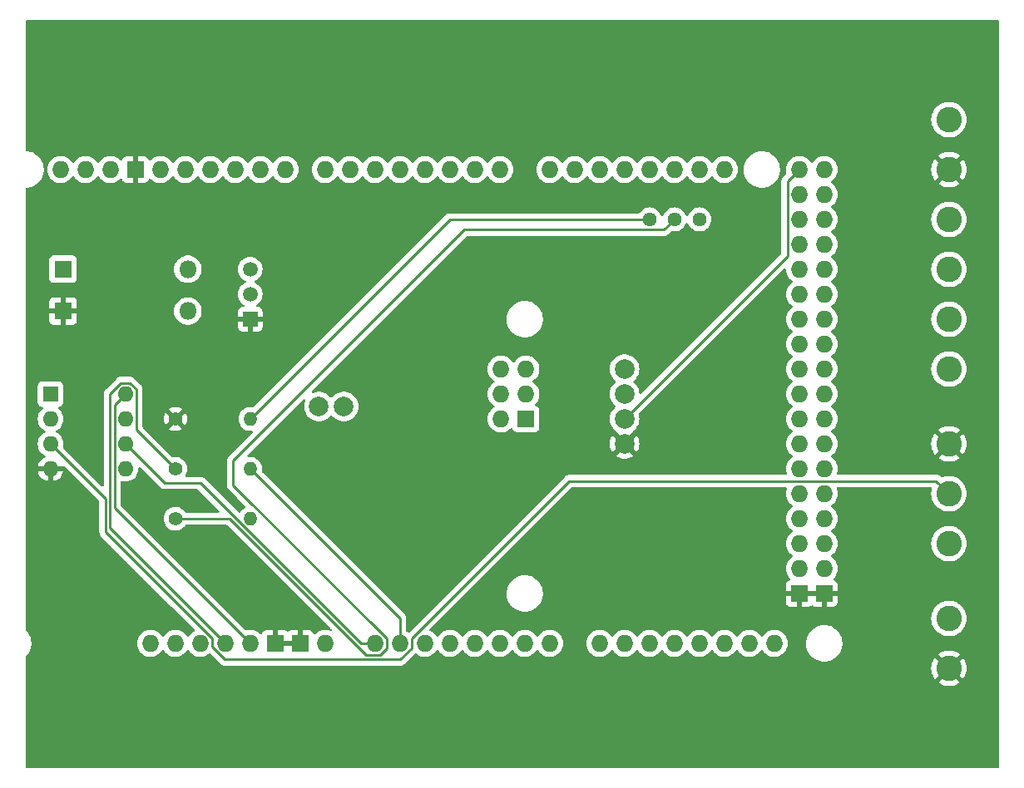
<source format=gbr>
%TF.GenerationSoftware,KiCad,Pcbnew,7.0.9*%
%TF.CreationDate,2023-12-21T11:10:09+01:00*%
%TF.ProjectId,OptiprodV2,4f707469-7072-46f6-9456-322e6b696361,rev?*%
%TF.SameCoordinates,Original*%
%TF.FileFunction,Copper,L2,Bot*%
%TF.FilePolarity,Positive*%
%FSLAX46Y46*%
G04 Gerber Fmt 4.6, Leading zero omitted, Abs format (unit mm)*
G04 Created by KiCad (PCBNEW 7.0.9) date 2023-12-21 11:10:09*
%MOMM*%
%LPD*%
G01*
G04 APERTURE LIST*
%TA.AperFunction,ComponentPad*%
%ADD10C,2.000000*%
%TD*%
%TA.AperFunction,ComponentPad*%
%ADD11C,2.600000*%
%TD*%
%TA.AperFunction,ComponentPad*%
%ADD12R,1.800000X1.800000*%
%TD*%
%TA.AperFunction,ComponentPad*%
%ADD13O,1.800000X1.800000*%
%TD*%
%TA.AperFunction,ComponentPad*%
%ADD14O,1.727200X1.727200*%
%TD*%
%TA.AperFunction,ComponentPad*%
%ADD15R,1.727200X1.727200*%
%TD*%
%TA.AperFunction,ComponentPad*%
%ADD16C,1.400000*%
%TD*%
%TA.AperFunction,ComponentPad*%
%ADD17O,1.400000X1.400000*%
%TD*%
%TA.AperFunction,ComponentPad*%
%ADD18R,1.600000X1.600000*%
%TD*%
%TA.AperFunction,ComponentPad*%
%ADD19O,1.600000X1.600000*%
%TD*%
%TA.AperFunction,ComponentPad*%
%ADD20R,1.500000X1.500000*%
%TD*%
%TA.AperFunction,ComponentPad*%
%ADD21C,1.500000*%
%TD*%
%TA.AperFunction,ComponentPad*%
%ADD22C,1.440000*%
%TD*%
%TA.AperFunction,Conductor*%
%ADD23C,0.250000*%
%TD*%
G04 APERTURE END LIST*
D10*
%TO.P,SDA2,1,1*%
%TO.N,Net-(A2-PadSDA)*%
X172720000Y-78740000D03*
%TD*%
D11*
%TO.P,SCL1,1,1*%
%TO.N,Net-(A2-D21{slash}SCL)*%
X205740000Y-63500000D03*
%TD*%
%TO.P,SDA1,1,1*%
%TO.N,Net-(A2-D20{slash}SDA)*%
X205740000Y-68580000D03*
%TD*%
%TO.P,SDO1,1,1*%
%TO.N,unconnected-(SDO1-Pad1)*%
X205740000Y-73660000D03*
%TD*%
D12*
%TO.P,DZ6,1,K*%
%TO.N,GND*%
X115570000Y-72830000D03*
D13*
%TO.P,DZ6,2,A*%
%TO.N,Net-(DZ5-A)*%
X128270000Y-72830000D03*
%TD*%
D14*
%TO.P,A2,*%
%TO.N,*%
X124460000Y-106680000D03*
%TO.P,A2,3V3,3.3V*%
%TO.N,VCC*%
X132080000Y-106680000D03*
%TO.P,A2,5V1,5V*%
%TO.N,VCCQ*%
X134620000Y-106680000D03*
%TO.P,A2,5V2,SPI_5V*%
%TO.N,unconnected-(A2-SPI_5V-Pad5V2)*%
X162687000Y-78740000D03*
%TO.P,A2,5V3,5V*%
%TO.N,VCCQ*%
X190500000Y-58420000D03*
%TO.P,A2,5V4,5V*%
X193040000Y-58420000D03*
%TO.P,A2,A0,A0*%
%TO.N,Net-(MCP602B--)*%
X147320000Y-106680000D03*
%TO.P,A2,A1,A1*%
%TO.N,Net-(DS18B20-DQ)*%
X149860000Y-106680000D03*
%TO.P,A2,A2,A2*%
%TO.N,unconnected-(A2-PadA2)*%
X152400000Y-106680000D03*
%TO.P,A2,A3,A3*%
%TO.N,unconnected-(A2-PadA3)*%
X154940000Y-106680000D03*
%TO.P,A2,A4,A4*%
%TO.N,unconnected-(A2-PadA4)*%
X157480000Y-106680000D03*
%TO.P,A2,A5,A5*%
%TO.N,unconnected-(A2-PadA5)*%
X160020000Y-106680000D03*
%TO.P,A2,A6,A6*%
%TO.N,unconnected-(A2-PadA6)*%
X162560000Y-106680000D03*
%TO.P,A2,A7,A7*%
%TO.N,unconnected-(A2-PadA7)*%
X165100000Y-106680000D03*
%TO.P,A2,A8,A8*%
%TO.N,unconnected-(A2-PadA8)*%
X170180000Y-106680000D03*
%TO.P,A2,A9,A9*%
%TO.N,unconnected-(A2-PadA9)*%
X172720000Y-106680000D03*
%TO.P,A2,A10,A10*%
%TO.N,unconnected-(A2-PadA10)*%
X175260000Y-106680000D03*
%TO.P,A2,A11,A11*%
%TO.N,unconnected-(A2-PadA11)*%
X177800000Y-106680000D03*
%TO.P,A2,A12,A12*%
%TO.N,unconnected-(A2-PadA12)*%
X180340000Y-106680000D03*
%TO.P,A2,A13,A13*%
%TO.N,unconnected-(A2-PadA13)*%
X182880000Y-106680000D03*
%TO.P,A2,A14,A14*%
%TO.N,unconnected-(A2-PadA14)*%
X185420000Y-106680000D03*
%TO.P,A2,A15,A15*%
%TO.N,unconnected-(A2-PadA15)*%
X187960000Y-106680000D03*
%TO.P,A2,AREF,AREF*%
%TO.N,unconnected-(A2-PadAREF)*%
X120396000Y-58420000D03*
%TO.P,A2,D0,D0/RX0*%
%TO.N,unconnected-(A2-D0{slash}RX0-PadD0)*%
X160020000Y-58420000D03*
%TO.P,A2,D1,D1/TX0*%
%TO.N,unconnected-(A2-D1{slash}TX0-PadD1)*%
X157480000Y-58420000D03*
%TO.P,A2,D2,D2_INT0*%
%TO.N,unconnected-(A2-D2_INT0-PadD2)*%
X154940000Y-58420000D03*
%TO.P,A2,D3,D3_INT1*%
%TO.N,unconnected-(A2-D3_INT1-PadD3)*%
X152400000Y-58420000D03*
%TO.P,A2,D4,D4*%
%TO.N,unconnected-(A2-PadD4)*%
X149860000Y-58420000D03*
%TO.P,A2,D5,D5*%
%TO.N,unconnected-(A2-PadD5)*%
X147320000Y-58420000D03*
%TO.P,A2,D6,D6*%
%TO.N,unconnected-(A2-PadD6)*%
X144780000Y-58420000D03*
%TO.P,A2,D7,D7*%
%TO.N,unconnected-(A2-PadD7)*%
X142240000Y-58420000D03*
%TO.P,A2,D8,D8*%
%TO.N,unconnected-(A2-PadD8)*%
X138176000Y-58420000D03*
%TO.P,A2,D9,D9*%
%TO.N,unconnected-(A2-PadD9)*%
X135636000Y-58420000D03*
%TO.P,A2,D10,D10*%
%TO.N,unconnected-(A2-PadD10)*%
X133096000Y-58420000D03*
%TO.P,A2,D11,D11*%
%TO.N,unconnected-(A2-PadD11)*%
X130556000Y-58420000D03*
%TO.P,A2,D12,D12*%
%TO.N,unconnected-(A2-PadD12)*%
X128016000Y-58420000D03*
%TO.P,A2,D13,D13*%
%TO.N,unconnected-(A2-PadD13)*%
X125476000Y-58420000D03*
%TO.P,A2,D14,D14/TX3*%
%TO.N,unconnected-(A2-D14{slash}TX3-PadD14)*%
X165100000Y-58420000D03*
%TO.P,A2,D15,D15/RX3*%
%TO.N,unconnected-(A2-D15{slash}RX3-PadD15)*%
X167640000Y-58420000D03*
%TO.P,A2,D16,D16/TX2*%
%TO.N,unconnected-(A2-D16{slash}TX2-PadD16)*%
X170180000Y-58420000D03*
%TO.P,A2,D17,D17/RX2*%
%TO.N,unconnected-(A2-D17{slash}RX2-PadD17)*%
X172720000Y-58420000D03*
%TO.P,A2,D18,D18/TX1*%
%TO.N,unconnected-(A2-D18{slash}TX1-PadD18)*%
X175260000Y-58420000D03*
%TO.P,A2,D19,D19/RX1*%
%TO.N,unconnected-(A2-D19{slash}RX1-PadD19)*%
X177800000Y-58420000D03*
%TO.P,A2,D20,D20/SDA*%
%TO.N,Net-(A2-D20{slash}SDA)*%
X180340000Y-58420000D03*
%TO.P,A2,D21,D21/SCL*%
%TO.N,Net-(A2-D21{slash}SCL)*%
X182880000Y-58420000D03*
%TO.P,A2,D22,D22*%
%TO.N,unconnected-(A2-PadD22)*%
X190500000Y-60960000D03*
%TO.P,A2,D23,D23*%
%TO.N,unconnected-(A2-PadD23)*%
X193040000Y-60960000D03*
%TO.P,A2,D24,D24*%
%TO.N,unconnected-(A2-PadD24)*%
X190500000Y-63500000D03*
%TO.P,A2,D25,D25*%
%TO.N,unconnected-(A2-PadD25)*%
X193040000Y-63500000D03*
%TO.P,A2,D26,D26*%
%TO.N,unconnected-(A2-PadD26)*%
X190500000Y-66040000D03*
%TO.P,A2,D27,D27*%
%TO.N,unconnected-(A2-PadD27)*%
X193040000Y-66040000D03*
%TO.P,A2,D28,D28*%
%TO.N,unconnected-(A2-PadD28)*%
X190500000Y-68580000D03*
%TO.P,A2,D29,D29*%
%TO.N,unconnected-(A2-PadD29)*%
X193040000Y-68580000D03*
%TO.P,A2,D30,D30*%
%TO.N,unconnected-(A2-PadD30)*%
X190500000Y-71120000D03*
%TO.P,A2,D31,D31*%
%TO.N,unconnected-(A2-PadD31)*%
X193040000Y-71120000D03*
%TO.P,A2,D32,D32*%
%TO.N,unconnected-(A2-PadD32)*%
X190500000Y-73660000D03*
%TO.P,A2,D33,D33*%
%TO.N,unconnected-(A2-PadD33)*%
X193040000Y-73660000D03*
%TO.P,A2,D34,D34*%
%TO.N,unconnected-(A2-PadD34)*%
X190500000Y-76200000D03*
%TO.P,A2,D35,D35*%
%TO.N,unconnected-(A2-PadD35)*%
X193040000Y-76200000D03*
%TO.P,A2,D36,D36*%
%TO.N,unconnected-(A2-PadD36)*%
X190500000Y-78740000D03*
%TO.P,A2,D37,D37*%
%TO.N,unconnected-(A2-PadD37)*%
X193040000Y-78740000D03*
%TO.P,A2,D38,D38*%
%TO.N,unconnected-(A2-PadD38)*%
X190500000Y-81280000D03*
%TO.P,A2,D39,D39*%
%TO.N,unconnected-(A2-PadD39)*%
X193040000Y-81280000D03*
%TO.P,A2,D40,D40*%
%TO.N,unconnected-(A2-PadD40)*%
X190500000Y-83820000D03*
%TO.P,A2,D41,D41*%
%TO.N,unconnected-(A2-PadD41)*%
X193040000Y-83820000D03*
%TO.P,A2,D42,D42*%
%TO.N,unconnected-(A2-PadD42)*%
X190500000Y-86360000D03*
%TO.P,A2,D43,D43*%
%TO.N,unconnected-(A2-PadD43)*%
X193040000Y-86360000D03*
%TO.P,A2,D44,D44*%
%TO.N,unconnected-(A2-PadD44)*%
X190500000Y-88900000D03*
%TO.P,A2,D45,D45*%
%TO.N,unconnected-(A2-PadD45)*%
X193040000Y-88900000D03*
%TO.P,A2,D46,D46*%
%TO.N,unconnected-(A2-PadD46)*%
X190500000Y-91440000D03*
%TO.P,A2,D47,D47*%
%TO.N,unconnected-(A2-PadD47)*%
X193040000Y-91440000D03*
%TO.P,A2,D48,D48*%
%TO.N,unconnected-(A2-PadD48)*%
X190500000Y-93980000D03*
%TO.P,A2,D49,D49*%
%TO.N,unconnected-(A2-PadD49)*%
X193040000Y-93980000D03*
%TO.P,A2,D50,D50_MISO*%
%TO.N,unconnected-(A2-D50_MISO-PadD50)*%
X190500000Y-96520000D03*
%TO.P,A2,D51,D51_MOSI*%
%TO.N,unconnected-(A2-D51_MOSI-PadD51)*%
X193040000Y-96520000D03*
%TO.P,A2,D52,D52_SCK*%
%TO.N,unconnected-(A2-D52_SCK-PadD52)*%
X190500000Y-99060000D03*
%TO.P,A2,D53,D53_CS*%
%TO.N,unconnected-(A2-D53_CS-PadD53)*%
X193040000Y-99060000D03*
D15*
%TO.P,A2,GND1,GND*%
%TO.N,GND*%
X122936000Y-58420000D03*
%TO.P,A2,GND2,GND*%
X137160000Y-106680000D03*
%TO.P,A2,GND3,GND*%
X139700000Y-106680000D03*
%TO.P,A2,GND4,SPI_GND*%
%TO.N,unconnected-(A2-SPI_GND-PadGND4)*%
X162687000Y-83820000D03*
%TO.P,A2,GND5,GND*%
%TO.N,GND*%
X190500000Y-101600000D03*
%TO.P,A2,GND6,GND*%
X193040000Y-101600000D03*
D14*
%TO.P,A2,IORF,IOREF*%
%TO.N,unconnected-(A2-IOREF-PadIORF)*%
X127000000Y-106680000D03*
%TO.P,A2,MISO,SPI_MISO*%
%TO.N,unconnected-(A2-SPI_MISO-PadMISO)*%
X160147000Y-78740000D03*
%TO.P,A2,MOSI,SPI_MOSI*%
%TO.N,unconnected-(A2-SPI_MOSI-PadMOSI)*%
X162687000Y-81280000D03*
%TO.P,A2,RST1,RESET*%
%TO.N,unconnected-(A2-RESET-PadRST1)*%
X129540000Y-106680000D03*
%TO.P,A2,RST2,SPI_RESET*%
%TO.N,unconnected-(A2-SPI_RESET-PadRST2)*%
X160147000Y-83820000D03*
%TO.P,A2,SCK,SPI_SCK*%
%TO.N,unconnected-(A2-SPI_SCK-PadSCK)*%
X160147000Y-81280000D03*
%TO.P,A2,SCL,SCL*%
%TO.N,Net-(A2-PadSCL)*%
X115316000Y-58420000D03*
%TO.P,A2,SDA,SDA*%
%TO.N,Net-(A2-PadSDA)*%
X117856000Y-58420000D03*
%TO.P,A2,VIN,VIN*%
%TO.N,unconnected-(A2-PadVIN)*%
X142240000Y-106680000D03*
%TD*%
D10*
%TO.P,GNDS1,1,1*%
%TO.N,GND*%
X172720000Y-86360000D03*
%TD*%
D11*
%TO.P,GNDIN2,1,1*%
%TO.N,GND*%
X205740000Y-58420000D03*
%TD*%
D16*
%TO.P,4.7K1,1*%
%TO.N,VCC*%
X127000000Y-88900000D03*
D17*
%TO.P,4.7K1,2*%
%TO.N,Net-(DS18B20-DQ)*%
X134620000Y-88900000D03*
%TD*%
D11*
%TO.P,A1,1,1*%
%TO.N,Net-(DS18B20-DQ)*%
X205740000Y-104140000D03*
%TD*%
D16*
%TO.P,1K2,1*%
%TO.N,GND*%
X127000000Y-83820000D03*
D17*
%TO.P,1K2,2*%
%TO.N,Net-(1K1-Right)*%
X134620000Y-83820000D03*
%TD*%
D16*
%TO.P,51K1,1*%
%TO.N,Net-(1K1-Center)*%
X127000000Y-93980000D03*
D17*
%TO.P,51K1,2*%
%TO.N,Net-(MCP602B-+)*%
X134620000Y-93980000D03*
%TD*%
D11*
%TO.P,GND1,1,1*%
%TO.N,GND*%
X205740000Y-109220000D03*
%TD*%
D18*
%TO.P,MCP602,1*%
%TO.N,Net-(MCP602B-+)*%
X114300000Y-81280000D03*
D19*
%TO.P,MCP602,2,-*%
%TO.N,Net-(1K1-Center)*%
X114300000Y-83820000D03*
%TO.P,MCP602,3,+*%
%TO.N,Net-(DZ5-K)*%
X114300000Y-86360000D03*
%TO.P,MCP602,4,V-*%
%TO.N,GND*%
X114300000Y-88900000D03*
%TO.P,MCP602,5,+*%
%TO.N,Net-(MCP602B-+)*%
X121920000Y-88900000D03*
%TO.P,MCP602,6,-*%
%TO.N,Net-(MCP602B--)*%
X121920000Y-86360000D03*
%TO.P,MCP602,7*%
X121920000Y-83820000D03*
%TO.P,MCP602,8,V+*%
%TO.N,VCCQ*%
X121920000Y-81280000D03*
%TD*%
D11*
%TO.P,CS1,1,1*%
%TO.N,unconnected-(CS1-Pad1)*%
X205740000Y-78740000D03*
%TD*%
D20*
%TO.P,DS18B20,1,GND*%
%TO.N,GND*%
X134620000Y-73660000D03*
D21*
%TO.P,DS18B20,2,DQ*%
%TO.N,Net-(DS18B20-DQ)*%
X134620000Y-71120000D03*
%TO.P,DS18B20,3,V_{DD}*%
%TO.N,VCC*%
X134620000Y-68580000D03*
%TD*%
D11*
%TO.P,VCC1,1,1*%
%TO.N,VCC*%
X205740000Y-53340000D03*
%TD*%
D12*
%TO.P,DZ5,1,K*%
%TO.N,Net-(DZ5-K)*%
X115570000Y-68580000D03*
D13*
%TO.P,DZ5,2,A*%
%TO.N,Net-(DZ5-A)*%
X128270000Y-68580000D03*
%TD*%
D10*
%TO.P,Follower1,1,1*%
%TO.N,Net-(MCP602B--)*%
X141610000Y-82550000D03*
%TD*%
%TO.P,SCL2,1,1*%
%TO.N,Net-(A2-PadSCL)*%
X172720000Y-81280000D03*
%TD*%
%TO.P,Follower2,1,1*%
%TO.N,Net-(MCP602B-+)*%
X144150000Y-82550000D03*
%TD*%
%TO.P,VCCS1,1,1*%
%TO.N,VCCQ*%
X172720000Y-83820000D03*
%TD*%
D11*
%TO.P,3.3V1,1,1*%
%TO.N,VCC*%
X205740000Y-96520000D03*
%TD*%
%TO.P,GNDIN1,1,1*%
%TO.N,GND*%
X205740000Y-86360000D03*
%TD*%
%TO.P,IN1,1,1*%
%TO.N,Net-(DZ5-K)*%
X205740000Y-91440000D03*
%TD*%
D22*
%TO.P,1K1,1,Left*%
%TO.N,unconnected-(1K1-Left-Pad1)*%
X180340000Y-63500000D03*
%TO.P,1K1,2,Center*%
%TO.N,Net-(1K1-Center)*%
X177800000Y-63500000D03*
%TO.P,1K1,3,Right*%
%TO.N,Net-(1K1-Right)*%
X175260000Y-63500000D03*
%TD*%
D23*
%TO.N,VCCQ*%
X189311400Y-67228600D02*
X172720000Y-83820000D01*
X190500000Y-58420000D02*
X189311400Y-59608600D01*
X189311400Y-59608600D02*
X189311400Y-67228600D01*
%TO.N,Net-(DZ5-K)*%
X119895000Y-91955000D02*
X114300000Y-86360000D01*
X119895000Y-95354065D02*
X119895000Y-91955000D01*
X130728600Y-106187665D02*
X119895000Y-95354065D01*
X130728600Y-107009535D02*
X130728600Y-106187665D01*
X132037665Y-108318600D02*
X130728600Y-107009535D01*
X149902335Y-108318600D02*
X132037665Y-108318600D01*
X151048600Y-107172335D02*
X149902335Y-108318600D01*
X151048600Y-106187665D02*
X151048600Y-107172335D01*
X167096265Y-90140000D02*
X151048600Y-106187665D01*
X204440000Y-90140000D02*
X167096265Y-90140000D01*
X205740000Y-91440000D02*
X204440000Y-90140000D01*
%TO.N,Net-(1K1-Center)*%
X176755000Y-64545000D02*
X177800000Y-63500000D01*
X156435000Y-64545000D02*
X176755000Y-64545000D01*
X132897521Y-88082479D02*
X156435000Y-64545000D01*
X148508600Y-106187665D02*
X132897521Y-90576586D01*
X148508600Y-107172335D02*
X148508600Y-106187665D01*
X147812335Y-107868600D02*
X148508600Y-107172335D01*
X146422636Y-107868600D02*
X147812335Y-107868600D01*
X132897521Y-90576586D02*
X132897521Y-88082479D01*
X132534036Y-93980000D02*
X146422636Y-107868600D01*
X127000000Y-93980000D02*
X132534036Y-93980000D01*
%TO.N,Net-(1K1-Right)*%
X154940000Y-63500000D02*
X175260000Y-63500000D01*
X134620000Y-83820000D02*
X154940000Y-63500000D01*
%TO.N,VCC*%
X123045000Y-84945000D02*
X127000000Y-88900000D01*
X122385991Y-80155000D02*
X123045000Y-80814009D01*
X123045000Y-80814009D02*
X123045000Y-84945000D01*
X120345000Y-81264009D02*
X121454009Y-80155000D01*
X121454009Y-80155000D02*
X122385991Y-80155000D01*
X120345000Y-94945000D02*
X120345000Y-81264009D01*
X132080000Y-106680000D02*
X120345000Y-94945000D01*
%TO.N,VCCQ*%
X120795000Y-92855000D02*
X134620000Y-106680000D01*
X120795000Y-82405000D02*
X120795000Y-92855000D01*
X121920000Y-81280000D02*
X120795000Y-82405000D01*
%TO.N,Net-(MCP602B--)*%
X129540000Y-90349569D02*
X125909569Y-90349569D01*
X145870431Y-106680000D02*
X129540000Y-90349569D01*
X125909569Y-90349569D02*
X121920000Y-86360000D01*
X147320000Y-106680000D02*
X145870431Y-106680000D01*
%TO.N,Net-(DS18B20-DQ)*%
X149860000Y-104140000D02*
X149860000Y-106680000D01*
X134620000Y-88900000D02*
X149860000Y-104140000D01*
%TD*%
%TA.AperFunction,Conductor*%
%TO.N,GND*%
G36*
X139233155Y-106466799D02*
G01*
X139192000Y-106606961D01*
X139192000Y-106753039D01*
X139233155Y-106893201D01*
X139256804Y-106930000D01*
X137603196Y-106930000D01*
X137626845Y-106893201D01*
X137668000Y-106753039D01*
X137668000Y-106606961D01*
X137626845Y-106466799D01*
X137603196Y-106430000D01*
X139256804Y-106430000D01*
X139233155Y-106466799D01*
G37*
%TD.AperFunction*%
%TA.AperFunction,Conductor*%
G36*
X123417862Y-88744655D02*
G01*
X123432818Y-88757408D01*
X125408763Y-90733353D01*
X125418588Y-90745617D01*
X125418809Y-90745435D01*
X125423779Y-90751442D01*
X125423782Y-90751445D01*
X125423783Y-90751446D01*
X125474220Y-90798810D01*
X125495099Y-90819689D01*
X125500573Y-90823935D01*
X125505011Y-90827725D01*
X125538987Y-90859631D01*
X125556542Y-90869282D01*
X125572800Y-90879961D01*
X125588633Y-90892243D01*
X125610584Y-90901741D01*
X125631406Y-90910752D01*
X125636650Y-90913321D01*
X125677477Y-90935766D01*
X125696881Y-90940748D01*
X125715279Y-90947047D01*
X125733674Y-90955007D01*
X125779698Y-90962295D01*
X125785401Y-90963476D01*
X125830550Y-90975069D01*
X125850585Y-90975069D01*
X125869982Y-90976595D01*
X125889765Y-90979729D01*
X125936153Y-90975344D01*
X125941991Y-90975069D01*
X129229548Y-90975069D01*
X129296587Y-90994754D01*
X129317229Y-91011388D01*
X131448660Y-93142819D01*
X131482145Y-93204142D01*
X131477161Y-93273834D01*
X131435289Y-93329767D01*
X131369825Y-93354184D01*
X131360979Y-93354500D01*
X128093742Y-93354500D01*
X128026703Y-93334815D01*
X127994788Y-93305227D01*
X127890979Y-93167761D01*
X127726562Y-93017876D01*
X127726560Y-93017874D01*
X127537404Y-92900754D01*
X127537398Y-92900752D01*
X127329940Y-92820382D01*
X127111243Y-92779500D01*
X126888757Y-92779500D01*
X126670060Y-92820382D01*
X126589387Y-92851635D01*
X126462601Y-92900752D01*
X126462595Y-92900754D01*
X126273439Y-93017874D01*
X126273437Y-93017876D01*
X126109020Y-93167761D01*
X125974943Y-93345308D01*
X125974938Y-93345316D01*
X125875775Y-93544461D01*
X125875769Y-93544476D01*
X125814885Y-93758462D01*
X125814884Y-93758464D01*
X125794357Y-93979999D01*
X125794357Y-93980000D01*
X125814884Y-94201535D01*
X125814885Y-94201537D01*
X125875769Y-94415523D01*
X125875775Y-94415538D01*
X125974938Y-94614683D01*
X125974943Y-94614691D01*
X126109020Y-94792238D01*
X126273437Y-94942123D01*
X126273439Y-94942125D01*
X126462595Y-95059245D01*
X126462596Y-95059245D01*
X126462599Y-95059247D01*
X126670060Y-95139618D01*
X126888757Y-95180500D01*
X126888759Y-95180500D01*
X127111241Y-95180500D01*
X127111243Y-95180500D01*
X127329940Y-95139618D01*
X127537401Y-95059247D01*
X127726562Y-94942124D01*
X127890981Y-94792236D01*
X127994788Y-94654772D01*
X128050897Y-94613137D01*
X128093742Y-94605500D01*
X132223584Y-94605500D01*
X132290623Y-94625185D01*
X132311265Y-94641819D01*
X142876995Y-105207550D01*
X142910480Y-105268873D01*
X142905496Y-105338565D01*
X142863624Y-105394498D01*
X142798160Y-105418915D01*
X142749051Y-105412512D01*
X142576017Y-105353109D01*
X142394388Y-105322801D01*
X142353033Y-105315900D01*
X142126967Y-105315900D01*
X142099197Y-105320534D01*
X141903982Y-105353109D01*
X141690172Y-105426510D01*
X141690167Y-105426512D01*
X141491352Y-105534106D01*
X141312955Y-105672958D01*
X141258186Y-105732453D01*
X141198298Y-105768443D01*
X141128460Y-105766342D01*
X141070845Y-105726817D01*
X141050775Y-105691802D01*
X141006954Y-105574313D01*
X141006950Y-105574306D01*
X140920790Y-105459212D01*
X140920787Y-105459209D01*
X140805693Y-105373049D01*
X140805686Y-105373045D01*
X140670979Y-105322803D01*
X140670972Y-105322801D01*
X140611444Y-105316400D01*
X139950000Y-105316400D01*
X139950000Y-106235702D01*
X139844592Y-106187565D01*
X139736334Y-106172000D01*
X139663666Y-106172000D01*
X139555408Y-106187565D01*
X139450000Y-106235702D01*
X139450000Y-105316400D01*
X138788555Y-105316400D01*
X138729027Y-105322801D01*
X138729020Y-105322803D01*
X138594313Y-105373045D01*
X138594311Y-105373047D01*
X138504311Y-105440421D01*
X138438847Y-105464838D01*
X138370574Y-105449987D01*
X138355689Y-105440421D01*
X138265688Y-105373047D01*
X138265686Y-105373045D01*
X138130979Y-105322803D01*
X138130972Y-105322801D01*
X138071444Y-105316400D01*
X137410000Y-105316400D01*
X137410000Y-106235702D01*
X137304592Y-106187565D01*
X137196334Y-106172000D01*
X137123666Y-106172000D01*
X137015408Y-106187565D01*
X136910000Y-106235702D01*
X136910000Y-105316400D01*
X136248555Y-105316400D01*
X136189027Y-105322801D01*
X136189020Y-105322803D01*
X136054313Y-105373045D01*
X136054306Y-105373049D01*
X135939212Y-105459209D01*
X135939209Y-105459212D01*
X135853049Y-105574306D01*
X135853046Y-105574312D01*
X135809224Y-105691803D01*
X135767352Y-105747736D01*
X135701887Y-105772153D01*
X135633615Y-105757301D01*
X135601813Y-105732452D01*
X135547049Y-105672963D01*
X135547048Y-105672962D01*
X135547046Y-105672960D01*
X135368649Y-105534107D01*
X135292910Y-105493119D01*
X135169832Y-105426512D01*
X135169827Y-105426510D01*
X134956017Y-105353109D01*
X134774388Y-105322801D01*
X134733033Y-105315900D01*
X134506967Y-105315900D01*
X134479197Y-105320534D01*
X134283982Y-105353109D01*
X134278067Y-105355140D01*
X134208268Y-105358286D01*
X134150129Y-105325538D01*
X121456819Y-92632228D01*
X121423334Y-92570905D01*
X121420500Y-92544547D01*
X121420500Y-90274136D01*
X121440185Y-90207097D01*
X121492989Y-90161342D01*
X121562147Y-90151398D01*
X121576582Y-90154358D01*
X121693308Y-90185635D01*
X121855230Y-90199801D01*
X121919998Y-90205468D01*
X121920000Y-90205468D01*
X121920002Y-90205468D01*
X121976673Y-90200509D01*
X122146692Y-90185635D01*
X122366496Y-90126739D01*
X122572734Y-90030568D01*
X122759139Y-89900047D01*
X122920047Y-89739139D01*
X123050568Y-89552734D01*
X123146739Y-89346496D01*
X123205635Y-89126692D01*
X123222634Y-88932384D01*
X123225468Y-88900001D01*
X123225468Y-88900000D01*
X123225467Y-88899993D01*
X123221609Y-88855896D01*
X123235375Y-88787398D01*
X123283990Y-88737214D01*
X123352018Y-88721280D01*
X123417862Y-88744655D01*
G37*
%TD.AperFunction*%
%TA.AperFunction,Conductor*%
G36*
X192573155Y-101386799D02*
G01*
X192532000Y-101526961D01*
X192532000Y-101673039D01*
X192573155Y-101813201D01*
X192596804Y-101850000D01*
X190943196Y-101850000D01*
X190966845Y-101813201D01*
X191008000Y-101673039D01*
X191008000Y-101526961D01*
X190966845Y-101386799D01*
X190943196Y-101350000D01*
X192596804Y-101350000D01*
X192573155Y-101386799D01*
G37*
%TD.AperFunction*%
%TA.AperFunction,Conductor*%
G36*
X210762539Y-43200185D02*
G01*
X210808294Y-43252989D01*
X210819500Y-43304500D01*
X210819500Y-119255500D01*
X210799815Y-119322539D01*
X210747011Y-119368294D01*
X210695500Y-119379500D01*
X111884500Y-119379500D01*
X111817461Y-119359815D01*
X111771706Y-119307011D01*
X111760500Y-119255500D01*
X111760500Y-109220004D01*
X203934953Y-109220004D01*
X203955113Y-109489026D01*
X203955113Y-109489028D01*
X204015142Y-109752033D01*
X204015148Y-109752052D01*
X204113709Y-110003181D01*
X204113708Y-110003181D01*
X204248602Y-110236822D01*
X204302294Y-110304151D01*
X204302295Y-110304151D01*
X205137452Y-109468993D01*
X205147188Y-109498956D01*
X205235186Y-109637619D01*
X205354903Y-109750040D01*
X205489510Y-109824041D01*
X204654848Y-110658702D01*
X204837483Y-110783220D01*
X204837485Y-110783221D01*
X205080539Y-110900269D01*
X205080537Y-110900269D01*
X205338337Y-110979790D01*
X205338343Y-110979792D01*
X205605101Y-111019999D01*
X205605110Y-111020000D01*
X205874890Y-111020000D01*
X205874898Y-111019999D01*
X206141656Y-110979792D01*
X206141662Y-110979790D01*
X206399461Y-110900269D01*
X206642521Y-110783218D01*
X206825150Y-110658702D01*
X205987534Y-109821086D01*
X206055629Y-109794126D01*
X206188492Y-109697595D01*
X206293175Y-109571055D01*
X206341631Y-109468079D01*
X207177703Y-110304151D01*
X207177704Y-110304150D01*
X207231393Y-110236828D01*
X207231400Y-110236817D01*
X207366290Y-110003181D01*
X207464851Y-109752052D01*
X207464857Y-109752033D01*
X207524886Y-109489028D01*
X207524886Y-109489026D01*
X207545047Y-109220004D01*
X207545047Y-109219995D01*
X207524886Y-108950973D01*
X207524886Y-108950971D01*
X207464857Y-108687966D01*
X207464851Y-108687947D01*
X207366290Y-108436818D01*
X207366291Y-108436818D01*
X207231397Y-108203177D01*
X207177704Y-108135847D01*
X206342546Y-108971004D01*
X206332812Y-108941044D01*
X206244814Y-108802381D01*
X206125097Y-108689960D01*
X205990489Y-108615958D01*
X206825150Y-107781296D01*
X206642517Y-107656779D01*
X206642516Y-107656778D01*
X206399460Y-107539730D01*
X206399462Y-107539730D01*
X206141662Y-107460209D01*
X206141656Y-107460207D01*
X205874898Y-107420000D01*
X205605101Y-107420000D01*
X205338343Y-107460207D01*
X205338337Y-107460209D01*
X205080538Y-107539730D01*
X204837485Y-107656778D01*
X204837476Y-107656783D01*
X204654848Y-107781296D01*
X205492465Y-108618913D01*
X205424371Y-108645874D01*
X205291508Y-108742405D01*
X205186825Y-108868945D01*
X205138368Y-108971921D01*
X204302295Y-108135848D01*
X204248600Y-108203180D01*
X204113709Y-108436818D01*
X204015148Y-108687947D01*
X204015142Y-108687966D01*
X203955113Y-108950971D01*
X203955113Y-108950973D01*
X203934953Y-109219995D01*
X203934953Y-109220004D01*
X111760500Y-109220004D01*
X111760500Y-108078401D01*
X111780185Y-108011362D01*
X111795232Y-107992336D01*
X111916186Y-107866881D01*
X112073799Y-107646579D01*
X112148503Y-107501278D01*
X112197649Y-107405690D01*
X112197651Y-107405684D01*
X112197656Y-107405675D01*
X112285118Y-107149305D01*
X112334319Y-106882933D01*
X112344212Y-106612235D01*
X112314586Y-106342982D01*
X112246072Y-106080912D01*
X112140130Y-105831610D01*
X111999018Y-105600390D01*
X111884951Y-105463324D01*
X111825749Y-105392184D01*
X111825747Y-105392183D01*
X111825745Y-105392180D01*
X111804394Y-105373049D01*
X111801750Y-105370680D01*
X111764958Y-105311282D01*
X111760500Y-105278330D01*
X111760500Y-86360001D01*
X112994532Y-86360001D01*
X113014364Y-86586686D01*
X113014366Y-86586697D01*
X113073258Y-86806488D01*
X113073261Y-86806497D01*
X113169431Y-87012732D01*
X113169432Y-87012734D01*
X113299954Y-87199141D01*
X113460858Y-87360045D01*
X113460861Y-87360047D01*
X113647266Y-87490568D01*
X113705865Y-87517893D01*
X113758305Y-87564065D01*
X113777457Y-87631258D01*
X113757242Y-87698139D01*
X113705867Y-87742657D01*
X113647515Y-87769867D01*
X113461179Y-87900342D01*
X113300342Y-88061179D01*
X113169865Y-88247517D01*
X113073734Y-88453673D01*
X113073730Y-88453682D01*
X113021127Y-88649999D01*
X113021128Y-88650000D01*
X113984314Y-88650000D01*
X113972359Y-88661955D01*
X113914835Y-88774852D01*
X113895014Y-88900000D01*
X113914835Y-89025148D01*
X113972359Y-89138045D01*
X113984314Y-89150000D01*
X113021128Y-89150000D01*
X113073730Y-89346317D01*
X113073734Y-89346326D01*
X113169865Y-89552482D01*
X113300342Y-89738820D01*
X113461179Y-89899657D01*
X113647517Y-90030134D01*
X113853673Y-90126265D01*
X113853682Y-90126269D01*
X114049999Y-90178872D01*
X114050000Y-90178871D01*
X114050000Y-89215686D01*
X114061955Y-89227641D01*
X114174852Y-89285165D01*
X114268519Y-89300000D01*
X114331481Y-89300000D01*
X114425148Y-89285165D01*
X114538045Y-89227641D01*
X114550000Y-89215686D01*
X114550000Y-90178872D01*
X114746317Y-90126269D01*
X114746326Y-90126265D01*
X114952482Y-90030134D01*
X115138820Y-89899657D01*
X115299657Y-89738820D01*
X115430134Y-89552482D01*
X115526265Y-89346326D01*
X115526269Y-89346317D01*
X115578872Y-89150000D01*
X114615686Y-89150000D01*
X114627641Y-89138045D01*
X114685165Y-89025148D01*
X114704986Y-88900000D01*
X114685165Y-88774852D01*
X114627641Y-88661955D01*
X114615686Y-88650000D01*
X115603304Y-88650000D01*
X115604158Y-88649376D01*
X115673904Y-88645219D01*
X115733792Y-88678383D01*
X119233181Y-92177771D01*
X119266666Y-92239094D01*
X119269500Y-92265452D01*
X119269500Y-95271320D01*
X119267775Y-95286937D01*
X119268061Y-95286964D01*
X119267326Y-95294730D01*
X119269500Y-95363879D01*
X119269500Y-95393408D01*
X119269501Y-95393425D01*
X119270368Y-95400296D01*
X119270826Y-95406115D01*
X119272290Y-95452689D01*
X119272291Y-95452692D01*
X119277880Y-95471932D01*
X119281824Y-95490976D01*
X119284336Y-95510857D01*
X119285169Y-95512960D01*
X119301490Y-95554184D01*
X119303382Y-95559712D01*
X119316381Y-95604453D01*
X119326580Y-95621699D01*
X119335138Y-95639168D01*
X119342514Y-95657797D01*
X119369898Y-95695488D01*
X119373106Y-95700372D01*
X119396827Y-95740481D01*
X119396833Y-95740489D01*
X119410990Y-95754645D01*
X119423628Y-95769441D01*
X119435405Y-95785651D01*
X119435406Y-95785652D01*
X119471309Y-95815353D01*
X119475620Y-95819275D01*
X126613540Y-102957196D01*
X128932721Y-105276377D01*
X128966206Y-105337700D01*
X128961222Y-105407392D01*
X128919350Y-105463325D01*
X128904058Y-105473113D01*
X128791352Y-105534106D01*
X128612955Y-105672959D01*
X128612950Y-105672963D01*
X128459850Y-105839272D01*
X128459842Y-105839283D01*
X128373808Y-105970968D01*
X128320662Y-106016325D01*
X128251430Y-106025748D01*
X128188095Y-105996246D01*
X128166192Y-105970968D01*
X128080157Y-105839283D01*
X128080149Y-105839272D01*
X127927049Y-105672963D01*
X127927048Y-105672962D01*
X127927046Y-105672960D01*
X127748649Y-105534107D01*
X127672910Y-105493119D01*
X127549832Y-105426512D01*
X127549827Y-105426510D01*
X127336017Y-105353109D01*
X127154388Y-105322801D01*
X127113033Y-105315900D01*
X126886967Y-105315900D01*
X126859197Y-105320534D01*
X126663982Y-105353109D01*
X126450172Y-105426510D01*
X126450167Y-105426512D01*
X126251352Y-105534106D01*
X126072955Y-105672959D01*
X126072950Y-105672963D01*
X125919850Y-105839272D01*
X125919842Y-105839283D01*
X125833808Y-105970968D01*
X125780662Y-106016325D01*
X125711430Y-106025748D01*
X125648095Y-105996246D01*
X125626192Y-105970968D01*
X125540157Y-105839283D01*
X125540149Y-105839272D01*
X125387049Y-105672963D01*
X125387048Y-105672962D01*
X125387046Y-105672960D01*
X125208649Y-105534107D01*
X125132910Y-105493119D01*
X125009832Y-105426512D01*
X125009827Y-105426510D01*
X124796017Y-105353109D01*
X124614388Y-105322801D01*
X124573033Y-105315900D01*
X124346967Y-105315900D01*
X124319197Y-105320534D01*
X124123982Y-105353109D01*
X123910172Y-105426510D01*
X123910167Y-105426512D01*
X123711352Y-105534106D01*
X123532955Y-105672959D01*
X123532950Y-105672963D01*
X123379850Y-105839272D01*
X123379842Y-105839283D01*
X123256198Y-106028533D01*
X123165388Y-106235560D01*
X123109892Y-106454710D01*
X123091225Y-106679993D01*
X123091225Y-106680006D01*
X123109892Y-106905289D01*
X123165388Y-107124439D01*
X123256198Y-107331466D01*
X123379842Y-107520716D01*
X123379850Y-107520727D01*
X123532950Y-107687036D01*
X123532954Y-107687040D01*
X123711351Y-107825893D01*
X123910169Y-107933488D01*
X123910172Y-107933489D01*
X124123982Y-108006890D01*
X124123984Y-108006890D01*
X124123986Y-108006891D01*
X124346967Y-108044100D01*
X124346968Y-108044100D01*
X124573032Y-108044100D01*
X124573033Y-108044100D01*
X124796014Y-108006891D01*
X125009831Y-107933488D01*
X125208649Y-107825893D01*
X125387046Y-107687040D01*
X125511863Y-107551453D01*
X125540149Y-107520727D01*
X125540149Y-107520726D01*
X125540156Y-107520719D01*
X125626193Y-107389028D01*
X125679338Y-107343675D01*
X125748569Y-107334251D01*
X125811905Y-107363753D01*
X125833804Y-107389025D01*
X125919844Y-107520719D01*
X125919849Y-107520724D01*
X125919850Y-107520727D01*
X126072950Y-107687036D01*
X126072954Y-107687040D01*
X126251351Y-107825893D01*
X126450169Y-107933488D01*
X126450172Y-107933489D01*
X126663982Y-108006890D01*
X126663984Y-108006890D01*
X126663986Y-108006891D01*
X126886967Y-108044100D01*
X126886968Y-108044100D01*
X127113032Y-108044100D01*
X127113033Y-108044100D01*
X127336014Y-108006891D01*
X127549831Y-107933488D01*
X127748649Y-107825893D01*
X127927046Y-107687040D01*
X128051863Y-107551453D01*
X128080149Y-107520727D01*
X128080149Y-107520726D01*
X128080156Y-107520719D01*
X128166193Y-107389028D01*
X128219338Y-107343675D01*
X128288569Y-107334251D01*
X128351905Y-107363753D01*
X128373804Y-107389025D01*
X128459844Y-107520719D01*
X128459849Y-107520724D01*
X128459850Y-107520727D01*
X128612950Y-107687036D01*
X128612954Y-107687040D01*
X128791351Y-107825893D01*
X128990169Y-107933488D01*
X128990172Y-107933489D01*
X129203982Y-108006890D01*
X129203984Y-108006890D01*
X129203986Y-108006891D01*
X129426967Y-108044100D01*
X129426968Y-108044100D01*
X129653032Y-108044100D01*
X129653033Y-108044100D01*
X129876014Y-108006891D01*
X130089831Y-107933488D01*
X130288649Y-107825893D01*
X130411264Y-107730456D01*
X130476255Y-107704815D01*
X130544795Y-107718381D01*
X130575104Y-107740629D01*
X131061915Y-108227441D01*
X131536862Y-108702388D01*
X131546687Y-108714651D01*
X131546908Y-108714469D01*
X131551879Y-108720478D01*
X131572708Y-108740037D01*
X131602300Y-108767826D01*
X131623194Y-108788720D01*
X131628676Y-108792973D01*
X131633108Y-108796757D01*
X131667083Y-108828662D01*
X131684641Y-108838314D01*
X131700900Y-108848995D01*
X131716729Y-108861273D01*
X131759503Y-108879782D01*
X131764721Y-108882338D01*
X131805573Y-108904797D01*
X131824981Y-108909780D01*
X131843382Y-108916080D01*
X131861769Y-108924037D01*
X131905153Y-108930908D01*
X131907784Y-108931325D01*
X131913504Y-108932509D01*
X131958646Y-108944100D01*
X131978681Y-108944100D01*
X131998079Y-108945626D01*
X132017859Y-108948759D01*
X132017860Y-108948760D01*
X132017860Y-108948759D01*
X132017861Y-108948760D01*
X132064249Y-108944375D01*
X132070087Y-108944100D01*
X149819592Y-108944100D01*
X149835212Y-108945824D01*
X149835239Y-108945539D01*
X149842995Y-108946271D01*
X149843002Y-108946273D01*
X149912149Y-108944100D01*
X149941685Y-108944100D01*
X149948563Y-108943230D01*
X149954376Y-108942772D01*
X150000962Y-108941309D01*
X150020204Y-108935717D01*
X150039247Y-108931774D01*
X150059127Y-108929264D01*
X150102457Y-108912107D01*
X150107981Y-108910217D01*
X150111731Y-108909127D01*
X150152725Y-108897218D01*
X150169964Y-108887022D01*
X150187438Y-108878462D01*
X150206062Y-108871088D01*
X150206062Y-108871087D01*
X150206067Y-108871086D01*
X150243784Y-108843682D01*
X150248640Y-108840492D01*
X150288755Y-108816770D01*
X150302924Y-108802599D01*
X150317714Y-108789968D01*
X150333922Y-108778194D01*
X150363634Y-108742276D01*
X150367547Y-108737976D01*
X151364895Y-107740628D01*
X151426216Y-107707145D01*
X151495908Y-107712129D01*
X151528736Y-107730458D01*
X151594053Y-107781296D01*
X151651351Y-107825893D01*
X151850169Y-107933488D01*
X151850172Y-107933489D01*
X152063982Y-108006890D01*
X152063984Y-108006890D01*
X152063986Y-108006891D01*
X152286967Y-108044100D01*
X152286968Y-108044100D01*
X152513032Y-108044100D01*
X152513033Y-108044100D01*
X152736014Y-108006891D01*
X152949831Y-107933488D01*
X153148649Y-107825893D01*
X153327046Y-107687040D01*
X153451863Y-107551453D01*
X153480149Y-107520727D01*
X153480149Y-107520726D01*
X153480156Y-107520719D01*
X153566193Y-107389028D01*
X153619338Y-107343675D01*
X153688569Y-107334251D01*
X153751905Y-107363753D01*
X153773804Y-107389025D01*
X153859844Y-107520719D01*
X153859849Y-107520724D01*
X153859850Y-107520727D01*
X154012950Y-107687036D01*
X154012954Y-107687040D01*
X154191351Y-107825893D01*
X154390169Y-107933488D01*
X154390172Y-107933489D01*
X154603982Y-108006890D01*
X154603984Y-108006890D01*
X154603986Y-108006891D01*
X154826967Y-108044100D01*
X154826968Y-108044100D01*
X155053032Y-108044100D01*
X155053033Y-108044100D01*
X155276014Y-108006891D01*
X155489831Y-107933488D01*
X155688649Y-107825893D01*
X155867046Y-107687040D01*
X155991863Y-107551453D01*
X156020149Y-107520727D01*
X156020149Y-107520726D01*
X156020156Y-107520719D01*
X156106193Y-107389028D01*
X156159338Y-107343675D01*
X156228569Y-107334251D01*
X156291905Y-107363753D01*
X156313804Y-107389025D01*
X156399844Y-107520719D01*
X156399849Y-107520724D01*
X156399850Y-107520727D01*
X156552950Y-107687036D01*
X156552954Y-107687040D01*
X156731351Y-107825893D01*
X156930169Y-107933488D01*
X156930172Y-107933489D01*
X157143982Y-108006890D01*
X157143984Y-108006890D01*
X157143986Y-108006891D01*
X157366967Y-108044100D01*
X157366968Y-108044100D01*
X157593032Y-108044100D01*
X157593033Y-108044100D01*
X157816014Y-108006891D01*
X158029831Y-107933488D01*
X158228649Y-107825893D01*
X158407046Y-107687040D01*
X158531863Y-107551453D01*
X158560149Y-107520727D01*
X158560149Y-107520726D01*
X158560156Y-107520719D01*
X158646193Y-107389028D01*
X158699338Y-107343675D01*
X158768569Y-107334251D01*
X158831905Y-107363753D01*
X158853804Y-107389025D01*
X158939844Y-107520719D01*
X158939849Y-107520724D01*
X158939850Y-107520727D01*
X159092950Y-107687036D01*
X159092954Y-107687040D01*
X159271351Y-107825893D01*
X159470169Y-107933488D01*
X159470172Y-107933489D01*
X159683982Y-108006890D01*
X159683984Y-108006890D01*
X159683986Y-108006891D01*
X159906967Y-108044100D01*
X159906968Y-108044100D01*
X160133032Y-108044100D01*
X160133033Y-108044100D01*
X160356014Y-108006891D01*
X160569831Y-107933488D01*
X160768649Y-107825893D01*
X160947046Y-107687040D01*
X161071863Y-107551453D01*
X161100149Y-107520727D01*
X161100149Y-107520726D01*
X161100156Y-107520719D01*
X161186193Y-107389028D01*
X161239338Y-107343675D01*
X161308569Y-107334251D01*
X161371905Y-107363753D01*
X161393804Y-107389025D01*
X161479844Y-107520719D01*
X161479849Y-107520724D01*
X161479850Y-107520727D01*
X161632950Y-107687036D01*
X161632954Y-107687040D01*
X161811351Y-107825893D01*
X162010169Y-107933488D01*
X162010172Y-107933489D01*
X162223982Y-108006890D01*
X162223984Y-108006890D01*
X162223986Y-108006891D01*
X162446967Y-108044100D01*
X162446968Y-108044100D01*
X162673032Y-108044100D01*
X162673033Y-108044100D01*
X162896014Y-108006891D01*
X163109831Y-107933488D01*
X163308649Y-107825893D01*
X163487046Y-107687040D01*
X163611863Y-107551453D01*
X163640149Y-107520727D01*
X163640149Y-107520726D01*
X163640156Y-107520719D01*
X163726193Y-107389028D01*
X163779338Y-107343675D01*
X163848569Y-107334251D01*
X163911905Y-107363753D01*
X163933804Y-107389025D01*
X164019844Y-107520719D01*
X164019849Y-107520724D01*
X164019850Y-107520727D01*
X164172950Y-107687036D01*
X164172954Y-107687040D01*
X164351351Y-107825893D01*
X164550169Y-107933488D01*
X164550172Y-107933489D01*
X164763982Y-108006890D01*
X164763984Y-108006890D01*
X164763986Y-108006891D01*
X164986967Y-108044100D01*
X164986968Y-108044100D01*
X165213032Y-108044100D01*
X165213033Y-108044100D01*
X165436014Y-108006891D01*
X165649831Y-107933488D01*
X165848649Y-107825893D01*
X166027046Y-107687040D01*
X166151863Y-107551453D01*
X166180149Y-107520727D01*
X166180151Y-107520724D01*
X166180156Y-107520719D01*
X166303802Y-107331465D01*
X166394611Y-107124441D01*
X166450107Y-106905293D01*
X166468775Y-106680006D01*
X168811225Y-106680006D01*
X168829892Y-106905289D01*
X168885388Y-107124439D01*
X168976198Y-107331466D01*
X169099842Y-107520716D01*
X169099850Y-107520727D01*
X169252950Y-107687036D01*
X169252954Y-107687040D01*
X169431351Y-107825893D01*
X169630169Y-107933488D01*
X169630172Y-107933489D01*
X169843982Y-108006890D01*
X169843984Y-108006890D01*
X169843986Y-108006891D01*
X170066967Y-108044100D01*
X170066968Y-108044100D01*
X170293032Y-108044100D01*
X170293033Y-108044100D01*
X170516014Y-108006891D01*
X170729831Y-107933488D01*
X170928649Y-107825893D01*
X171107046Y-107687040D01*
X171231863Y-107551453D01*
X171260149Y-107520727D01*
X171260149Y-107520726D01*
X171260156Y-107520719D01*
X171346193Y-107389028D01*
X171399338Y-107343675D01*
X171468569Y-107334251D01*
X171531905Y-107363753D01*
X171553804Y-107389025D01*
X171639844Y-107520719D01*
X171639849Y-107520724D01*
X171639850Y-107520727D01*
X171792950Y-107687036D01*
X171792954Y-107687040D01*
X171971351Y-107825893D01*
X172170169Y-107933488D01*
X172170172Y-107933489D01*
X172383982Y-108006890D01*
X172383984Y-108006890D01*
X172383986Y-108006891D01*
X172606967Y-108044100D01*
X172606968Y-108044100D01*
X172833032Y-108044100D01*
X172833033Y-108044100D01*
X173056014Y-108006891D01*
X173269831Y-107933488D01*
X173468649Y-107825893D01*
X173647046Y-107687040D01*
X173771863Y-107551453D01*
X173800149Y-107520727D01*
X173800149Y-107520726D01*
X173800156Y-107520719D01*
X173886193Y-107389028D01*
X173939338Y-107343675D01*
X174008569Y-107334251D01*
X174071905Y-107363753D01*
X174093804Y-107389025D01*
X174179844Y-107520719D01*
X174179849Y-107520724D01*
X174179850Y-107520727D01*
X174332950Y-107687036D01*
X174332954Y-107687040D01*
X174511351Y-107825893D01*
X174710169Y-107933488D01*
X174710172Y-107933489D01*
X174923982Y-108006890D01*
X174923984Y-108006890D01*
X174923986Y-108006891D01*
X175146967Y-108044100D01*
X175146968Y-108044100D01*
X175373032Y-108044100D01*
X175373033Y-108044100D01*
X175596014Y-108006891D01*
X175809831Y-107933488D01*
X176008649Y-107825893D01*
X176187046Y-107687040D01*
X176311863Y-107551453D01*
X176340149Y-107520727D01*
X176340149Y-107520726D01*
X176340156Y-107520719D01*
X176426193Y-107389028D01*
X176479338Y-107343675D01*
X176548569Y-107334251D01*
X176611905Y-107363753D01*
X176633804Y-107389025D01*
X176719844Y-107520719D01*
X176719849Y-107520724D01*
X176719850Y-107520727D01*
X176872950Y-107687036D01*
X176872954Y-107687040D01*
X177051351Y-107825893D01*
X177250169Y-107933488D01*
X177250172Y-107933489D01*
X177463982Y-108006890D01*
X177463984Y-108006890D01*
X177463986Y-108006891D01*
X177686967Y-108044100D01*
X177686968Y-108044100D01*
X177913032Y-108044100D01*
X177913033Y-108044100D01*
X178136014Y-108006891D01*
X178349831Y-107933488D01*
X178548649Y-107825893D01*
X178727046Y-107687040D01*
X178851863Y-107551453D01*
X178880149Y-107520727D01*
X178880149Y-107520726D01*
X178880156Y-107520719D01*
X178966193Y-107389028D01*
X179019338Y-107343675D01*
X179088569Y-107334251D01*
X179151905Y-107363753D01*
X179173804Y-107389025D01*
X179259844Y-107520719D01*
X179259849Y-107520724D01*
X179259850Y-107520727D01*
X179412950Y-107687036D01*
X179412954Y-107687040D01*
X179591351Y-107825893D01*
X179790169Y-107933488D01*
X179790172Y-107933489D01*
X180003982Y-108006890D01*
X180003984Y-108006890D01*
X180003986Y-108006891D01*
X180226967Y-108044100D01*
X180226968Y-108044100D01*
X180453032Y-108044100D01*
X180453033Y-108044100D01*
X180676014Y-108006891D01*
X180889831Y-107933488D01*
X181088649Y-107825893D01*
X181267046Y-107687040D01*
X181391863Y-107551453D01*
X181420149Y-107520727D01*
X181420149Y-107520726D01*
X181420156Y-107520719D01*
X181506193Y-107389028D01*
X181559338Y-107343675D01*
X181628569Y-107334251D01*
X181691905Y-107363753D01*
X181713804Y-107389025D01*
X181799844Y-107520719D01*
X181799849Y-107520724D01*
X181799850Y-107520727D01*
X181952950Y-107687036D01*
X181952954Y-107687040D01*
X182131351Y-107825893D01*
X182330169Y-107933488D01*
X182330172Y-107933489D01*
X182543982Y-108006890D01*
X182543984Y-108006890D01*
X182543986Y-108006891D01*
X182766967Y-108044100D01*
X182766968Y-108044100D01*
X182993032Y-108044100D01*
X182993033Y-108044100D01*
X183216014Y-108006891D01*
X183429831Y-107933488D01*
X183628649Y-107825893D01*
X183807046Y-107687040D01*
X183931863Y-107551453D01*
X183960149Y-107520727D01*
X183960149Y-107520726D01*
X183960156Y-107520719D01*
X184046193Y-107389028D01*
X184099338Y-107343675D01*
X184168569Y-107334251D01*
X184231905Y-107363753D01*
X184253804Y-107389025D01*
X184339844Y-107520719D01*
X184339849Y-107520724D01*
X184339850Y-107520727D01*
X184492950Y-107687036D01*
X184492954Y-107687040D01*
X184671351Y-107825893D01*
X184870169Y-107933488D01*
X184870172Y-107933489D01*
X185083982Y-108006890D01*
X185083984Y-108006890D01*
X185083986Y-108006891D01*
X185306967Y-108044100D01*
X185306968Y-108044100D01*
X185533032Y-108044100D01*
X185533033Y-108044100D01*
X185756014Y-108006891D01*
X185969831Y-107933488D01*
X186168649Y-107825893D01*
X186347046Y-107687040D01*
X186471863Y-107551453D01*
X186500149Y-107520727D01*
X186500149Y-107520726D01*
X186500156Y-107520719D01*
X186586193Y-107389028D01*
X186639338Y-107343675D01*
X186708569Y-107334251D01*
X186771905Y-107363753D01*
X186793804Y-107389025D01*
X186879844Y-107520719D01*
X186879849Y-107520724D01*
X186879850Y-107520727D01*
X187032950Y-107687036D01*
X187032954Y-107687040D01*
X187211351Y-107825893D01*
X187410169Y-107933488D01*
X187410172Y-107933489D01*
X187623982Y-108006890D01*
X187623984Y-108006890D01*
X187623986Y-108006891D01*
X187846967Y-108044100D01*
X187846968Y-108044100D01*
X188073032Y-108044100D01*
X188073033Y-108044100D01*
X188296014Y-108006891D01*
X188509831Y-107933488D01*
X188708649Y-107825893D01*
X188887046Y-107687040D01*
X189011863Y-107551453D01*
X189040149Y-107520727D01*
X189040151Y-107520724D01*
X189040156Y-107520719D01*
X189163802Y-107331465D01*
X189254611Y-107124441D01*
X189310107Y-106905293D01*
X189323160Y-106747763D01*
X191185787Y-106747763D01*
X191215413Y-107017013D01*
X191215415Y-107017024D01*
X191283926Y-107279082D01*
X191283928Y-107279088D01*
X191389870Y-107528390D01*
X191497541Y-107704815D01*
X191530979Y-107759605D01*
X191530986Y-107759615D01*
X191704253Y-107967819D01*
X191704259Y-107967824D01*
X191747860Y-108006890D01*
X191905998Y-108148582D01*
X192131910Y-108298044D01*
X192377176Y-108413020D01*
X192377183Y-108413022D01*
X192377185Y-108413023D01*
X192636557Y-108491057D01*
X192636564Y-108491058D01*
X192636569Y-108491060D01*
X192904561Y-108530500D01*
X192904566Y-108530500D01*
X193107636Y-108530500D01*
X193159133Y-108526730D01*
X193310156Y-108515677D01*
X193422758Y-108490593D01*
X193574546Y-108456782D01*
X193574548Y-108456781D01*
X193574553Y-108456780D01*
X193827558Y-108360014D01*
X194063777Y-108227441D01*
X194278177Y-108061888D01*
X194466186Y-107866881D01*
X194623799Y-107646579D01*
X194698503Y-107501278D01*
X194747649Y-107405690D01*
X194747651Y-107405684D01*
X194747656Y-107405675D01*
X194835118Y-107149305D01*
X194884319Y-106882933D01*
X194894212Y-106612235D01*
X194864586Y-106342982D01*
X194796072Y-106080912D01*
X194690130Y-105831610D01*
X194549018Y-105600390D01*
X194493857Y-105534107D01*
X194375746Y-105392180D01*
X194375740Y-105392175D01*
X194174002Y-105211418D01*
X193948092Y-105061957D01*
X193948090Y-105061956D01*
X193702824Y-104946980D01*
X193702819Y-104946978D01*
X193702814Y-104946976D01*
X193443442Y-104868942D01*
X193443428Y-104868939D01*
X193327791Y-104851921D01*
X193175439Y-104829500D01*
X192972369Y-104829500D01*
X192972364Y-104829500D01*
X192769844Y-104844323D01*
X192769831Y-104844325D01*
X192505453Y-104903217D01*
X192505446Y-104903220D01*
X192252439Y-104999987D01*
X192016226Y-105132557D01*
X191801822Y-105298112D01*
X191613822Y-105493109D01*
X191613816Y-105493116D01*
X191456202Y-105713419D01*
X191456199Y-105713424D01*
X191332350Y-105954309D01*
X191332343Y-105954327D01*
X191244884Y-106210685D01*
X191244881Y-106210699D01*
X191195681Y-106477068D01*
X191195680Y-106477075D01*
X191185787Y-106747763D01*
X189323160Y-106747763D01*
X189328775Y-106680000D01*
X189328775Y-106679993D01*
X189310107Y-106454710D01*
X189310107Y-106454707D01*
X189254611Y-106235559D01*
X189163802Y-106028535D01*
X189121069Y-105963128D01*
X189040157Y-105839283D01*
X189040149Y-105839272D01*
X188887049Y-105672963D01*
X188887048Y-105672962D01*
X188887046Y-105672960D01*
X188708649Y-105534107D01*
X188632910Y-105493119D01*
X188509832Y-105426512D01*
X188509827Y-105426510D01*
X188296017Y-105353109D01*
X188114388Y-105322801D01*
X188073033Y-105315900D01*
X187846967Y-105315900D01*
X187819197Y-105320534D01*
X187623982Y-105353109D01*
X187410172Y-105426510D01*
X187410167Y-105426512D01*
X187211352Y-105534106D01*
X187032955Y-105672959D01*
X187032950Y-105672963D01*
X186879850Y-105839272D01*
X186879842Y-105839283D01*
X186793808Y-105970968D01*
X186740662Y-106016325D01*
X186671430Y-106025748D01*
X186608095Y-105996246D01*
X186586192Y-105970968D01*
X186500157Y-105839283D01*
X186500149Y-105839272D01*
X186347049Y-105672963D01*
X186347048Y-105672962D01*
X186347046Y-105672960D01*
X186168649Y-105534107D01*
X186092910Y-105493119D01*
X185969832Y-105426512D01*
X185969827Y-105426510D01*
X185756017Y-105353109D01*
X185574388Y-105322801D01*
X185533033Y-105315900D01*
X185306967Y-105315900D01*
X185279197Y-105320534D01*
X185083982Y-105353109D01*
X184870172Y-105426510D01*
X184870167Y-105426512D01*
X184671352Y-105534106D01*
X184492955Y-105672959D01*
X184492950Y-105672963D01*
X184339850Y-105839272D01*
X184339842Y-105839283D01*
X184253808Y-105970968D01*
X184200662Y-106016325D01*
X184131430Y-106025748D01*
X184068095Y-105996246D01*
X184046192Y-105970968D01*
X183960157Y-105839283D01*
X183960149Y-105839272D01*
X183807049Y-105672963D01*
X183807048Y-105672962D01*
X183807046Y-105672960D01*
X183628649Y-105534107D01*
X183552910Y-105493119D01*
X183429832Y-105426512D01*
X183429827Y-105426510D01*
X183216017Y-105353109D01*
X183034388Y-105322801D01*
X182993033Y-105315900D01*
X182766967Y-105315900D01*
X182739197Y-105320534D01*
X182543982Y-105353109D01*
X182330172Y-105426510D01*
X182330167Y-105426512D01*
X182131352Y-105534106D01*
X181952955Y-105672959D01*
X181952950Y-105672963D01*
X181799850Y-105839272D01*
X181799842Y-105839283D01*
X181713808Y-105970968D01*
X181660662Y-106016325D01*
X181591430Y-106025748D01*
X181528095Y-105996246D01*
X181506192Y-105970968D01*
X181420157Y-105839283D01*
X181420149Y-105839272D01*
X181267049Y-105672963D01*
X181267048Y-105672962D01*
X181267046Y-105672960D01*
X181088649Y-105534107D01*
X181012910Y-105493119D01*
X180889832Y-105426512D01*
X180889827Y-105426510D01*
X180676017Y-105353109D01*
X180494388Y-105322801D01*
X180453033Y-105315900D01*
X180226967Y-105315900D01*
X180199197Y-105320534D01*
X180003982Y-105353109D01*
X179790172Y-105426510D01*
X179790167Y-105426512D01*
X179591352Y-105534106D01*
X179412955Y-105672959D01*
X179412950Y-105672963D01*
X179259850Y-105839272D01*
X179259842Y-105839283D01*
X179173808Y-105970968D01*
X179120662Y-106016325D01*
X179051430Y-106025748D01*
X178988095Y-105996246D01*
X178966192Y-105970968D01*
X178880157Y-105839283D01*
X178880149Y-105839272D01*
X178727049Y-105672963D01*
X178727048Y-105672962D01*
X178727046Y-105672960D01*
X178548649Y-105534107D01*
X178472910Y-105493119D01*
X178349832Y-105426512D01*
X178349827Y-105426510D01*
X178136017Y-105353109D01*
X177954388Y-105322801D01*
X177913033Y-105315900D01*
X177686967Y-105315900D01*
X177659197Y-105320534D01*
X177463982Y-105353109D01*
X177250172Y-105426510D01*
X177250167Y-105426512D01*
X177051352Y-105534106D01*
X176872955Y-105672959D01*
X176872950Y-105672963D01*
X176719850Y-105839272D01*
X176719842Y-105839283D01*
X176633808Y-105970968D01*
X176580662Y-106016325D01*
X176511430Y-106025748D01*
X176448095Y-105996246D01*
X176426192Y-105970968D01*
X176340157Y-105839283D01*
X176340149Y-105839272D01*
X176187049Y-105672963D01*
X176187048Y-105672962D01*
X176187046Y-105672960D01*
X176008649Y-105534107D01*
X175932910Y-105493119D01*
X175809832Y-105426512D01*
X175809827Y-105426510D01*
X175596017Y-105353109D01*
X175414388Y-105322801D01*
X175373033Y-105315900D01*
X175146967Y-105315900D01*
X175119197Y-105320534D01*
X174923982Y-105353109D01*
X174710172Y-105426510D01*
X174710167Y-105426512D01*
X174511352Y-105534106D01*
X174332955Y-105672959D01*
X174332950Y-105672963D01*
X174179850Y-105839272D01*
X174179842Y-105839283D01*
X174093808Y-105970968D01*
X174040662Y-106016325D01*
X173971430Y-106025748D01*
X173908095Y-105996246D01*
X173886192Y-105970968D01*
X173800157Y-105839283D01*
X173800149Y-105839272D01*
X173647049Y-105672963D01*
X173647048Y-105672962D01*
X173647046Y-105672960D01*
X173468649Y-105534107D01*
X173392910Y-105493119D01*
X173269832Y-105426512D01*
X173269827Y-105426510D01*
X173056017Y-105353109D01*
X172874388Y-105322801D01*
X172833033Y-105315900D01*
X172606967Y-105315900D01*
X172579197Y-105320534D01*
X172383982Y-105353109D01*
X172170172Y-105426510D01*
X172170167Y-105426512D01*
X171971352Y-105534106D01*
X171792955Y-105672959D01*
X171792950Y-105672963D01*
X171639850Y-105839272D01*
X171639842Y-105839283D01*
X171553808Y-105970968D01*
X171500662Y-106016325D01*
X171431430Y-106025748D01*
X171368095Y-105996246D01*
X171346192Y-105970968D01*
X171260157Y-105839283D01*
X171260149Y-105839272D01*
X171107049Y-105672963D01*
X171107048Y-105672962D01*
X171107046Y-105672960D01*
X170928649Y-105534107D01*
X170852910Y-105493119D01*
X170729832Y-105426512D01*
X170729827Y-105426510D01*
X170516017Y-105353109D01*
X170334388Y-105322801D01*
X170293033Y-105315900D01*
X170066967Y-105315900D01*
X170039197Y-105320534D01*
X169843982Y-105353109D01*
X169630172Y-105426510D01*
X169630167Y-105426512D01*
X169431352Y-105534106D01*
X169252955Y-105672959D01*
X169252950Y-105672963D01*
X169099850Y-105839272D01*
X169099842Y-105839283D01*
X168976198Y-106028533D01*
X168885388Y-106235560D01*
X168829892Y-106454710D01*
X168811225Y-106679993D01*
X168811225Y-106680006D01*
X166468775Y-106680006D01*
X166468775Y-106680000D01*
X166468775Y-106679993D01*
X166450107Y-106454710D01*
X166450107Y-106454707D01*
X166394611Y-106235559D01*
X166303802Y-106028535D01*
X166261069Y-105963128D01*
X166180157Y-105839283D01*
X166180149Y-105839272D01*
X166027049Y-105672963D01*
X166027048Y-105672962D01*
X166027046Y-105672960D01*
X165848649Y-105534107D01*
X165772910Y-105493119D01*
X165649832Y-105426512D01*
X165649827Y-105426510D01*
X165436017Y-105353109D01*
X165254388Y-105322801D01*
X165213033Y-105315900D01*
X164986967Y-105315900D01*
X164959197Y-105320534D01*
X164763982Y-105353109D01*
X164550172Y-105426510D01*
X164550167Y-105426512D01*
X164351352Y-105534106D01*
X164172955Y-105672959D01*
X164172950Y-105672963D01*
X164019850Y-105839272D01*
X164019842Y-105839283D01*
X163933808Y-105970968D01*
X163880662Y-106016325D01*
X163811430Y-106025748D01*
X163748095Y-105996246D01*
X163726192Y-105970968D01*
X163640157Y-105839283D01*
X163640149Y-105839272D01*
X163487049Y-105672963D01*
X163487048Y-105672962D01*
X163487046Y-105672960D01*
X163308649Y-105534107D01*
X163232910Y-105493119D01*
X163109832Y-105426512D01*
X163109827Y-105426510D01*
X162896017Y-105353109D01*
X162714388Y-105322801D01*
X162673033Y-105315900D01*
X162446967Y-105315900D01*
X162419197Y-105320534D01*
X162223982Y-105353109D01*
X162010172Y-105426510D01*
X162010167Y-105426512D01*
X161811352Y-105534106D01*
X161632955Y-105672959D01*
X161632950Y-105672963D01*
X161479850Y-105839272D01*
X161479842Y-105839283D01*
X161393808Y-105970968D01*
X161340662Y-106016325D01*
X161271430Y-106025748D01*
X161208095Y-105996246D01*
X161186192Y-105970968D01*
X161100157Y-105839283D01*
X161100149Y-105839272D01*
X160947049Y-105672963D01*
X160947048Y-105672962D01*
X160947046Y-105672960D01*
X160768649Y-105534107D01*
X160692910Y-105493119D01*
X160569832Y-105426512D01*
X160569827Y-105426510D01*
X160356017Y-105353109D01*
X160174388Y-105322801D01*
X160133033Y-105315900D01*
X159906967Y-105315900D01*
X159879197Y-105320534D01*
X159683982Y-105353109D01*
X159470172Y-105426510D01*
X159470167Y-105426512D01*
X159271352Y-105534106D01*
X159092955Y-105672959D01*
X159092950Y-105672963D01*
X158939850Y-105839272D01*
X158939842Y-105839283D01*
X158853808Y-105970968D01*
X158800662Y-106016325D01*
X158731430Y-106025748D01*
X158668095Y-105996246D01*
X158646192Y-105970968D01*
X158560157Y-105839283D01*
X158560149Y-105839272D01*
X158407049Y-105672963D01*
X158407048Y-105672962D01*
X158407046Y-105672960D01*
X158228649Y-105534107D01*
X158152910Y-105493119D01*
X158029832Y-105426512D01*
X158029827Y-105426510D01*
X157816017Y-105353109D01*
X157634388Y-105322801D01*
X157593033Y-105315900D01*
X157366967Y-105315900D01*
X157339197Y-105320534D01*
X157143982Y-105353109D01*
X156930172Y-105426510D01*
X156930167Y-105426512D01*
X156731352Y-105534106D01*
X156552955Y-105672959D01*
X156552950Y-105672963D01*
X156399850Y-105839272D01*
X156399842Y-105839283D01*
X156313808Y-105970968D01*
X156260662Y-106016325D01*
X156191430Y-106025748D01*
X156128095Y-105996246D01*
X156106192Y-105970968D01*
X156020157Y-105839283D01*
X156020149Y-105839272D01*
X155867049Y-105672963D01*
X155867048Y-105672962D01*
X155867046Y-105672960D01*
X155688649Y-105534107D01*
X155612910Y-105493119D01*
X155489832Y-105426512D01*
X155489827Y-105426510D01*
X155276017Y-105353109D01*
X155094388Y-105322801D01*
X155053033Y-105315900D01*
X154826967Y-105315900D01*
X154799197Y-105320534D01*
X154603982Y-105353109D01*
X154390172Y-105426510D01*
X154390167Y-105426512D01*
X154191352Y-105534106D01*
X154012955Y-105672959D01*
X154012950Y-105672963D01*
X153859850Y-105839272D01*
X153859842Y-105839283D01*
X153773808Y-105970968D01*
X153720662Y-106016325D01*
X153651430Y-106025748D01*
X153588095Y-105996246D01*
X153566192Y-105970968D01*
X153480157Y-105839283D01*
X153480149Y-105839272D01*
X153327049Y-105672963D01*
X153327048Y-105672962D01*
X153327046Y-105672960D01*
X153148649Y-105534107D01*
X153072910Y-105493119D01*
X152949832Y-105426512D01*
X152949827Y-105426510D01*
X152947518Y-105425718D01*
X152946701Y-105425139D01*
X152945136Y-105424453D01*
X152945277Y-105424130D01*
X152890502Y-105385333D01*
X152864371Y-105320534D01*
X152877421Y-105251893D01*
X152900095Y-105220758D01*
X153980849Y-104140004D01*
X203934451Y-104140004D01*
X203954616Y-104409101D01*
X204014664Y-104672188D01*
X204014666Y-104672195D01*
X204105337Y-104903220D01*
X204113257Y-104923398D01*
X204248185Y-105157102D01*
X204355099Y-105291167D01*
X204416442Y-105368089D01*
X204561441Y-105502627D01*
X204614259Y-105551635D01*
X204837226Y-105703651D01*
X205080359Y-105820738D01*
X205338228Y-105900280D01*
X205338229Y-105900280D01*
X205338232Y-105900281D01*
X205605063Y-105940499D01*
X205605068Y-105940499D01*
X205605071Y-105940500D01*
X205605072Y-105940500D01*
X205874928Y-105940500D01*
X205874929Y-105940500D01*
X205874936Y-105940499D01*
X206141767Y-105900281D01*
X206141768Y-105900280D01*
X206141772Y-105900280D01*
X206399641Y-105820738D01*
X206622481Y-105713424D01*
X206642767Y-105703655D01*
X206642767Y-105703654D01*
X206642775Y-105703651D01*
X206865741Y-105551635D01*
X207035095Y-105394498D01*
X207063557Y-105368089D01*
X207063557Y-105368087D01*
X207063561Y-105368085D01*
X207231815Y-105157102D01*
X207366743Y-104923398D01*
X207465334Y-104672195D01*
X207525383Y-104409103D01*
X207532105Y-104319402D01*
X207545549Y-104140004D01*
X207545549Y-104139995D01*
X207525383Y-103870898D01*
X207521730Y-103854894D01*
X207465334Y-103607805D01*
X207366743Y-103356602D01*
X207231815Y-103122898D01*
X207063561Y-102911915D01*
X207063560Y-102911914D01*
X207063557Y-102911910D01*
X206865741Y-102728365D01*
X206794238Y-102679615D01*
X206642775Y-102576349D01*
X206642769Y-102576346D01*
X206642768Y-102576345D01*
X206642767Y-102576344D01*
X206399643Y-102459263D01*
X206399645Y-102459263D01*
X206141773Y-102379720D01*
X206141767Y-102379718D01*
X205874936Y-102339500D01*
X205874929Y-102339500D01*
X205605071Y-102339500D01*
X205605063Y-102339500D01*
X205338232Y-102379718D01*
X205338226Y-102379720D01*
X205080358Y-102459262D01*
X204837230Y-102576346D01*
X204614258Y-102728365D01*
X204416442Y-102911910D01*
X204248185Y-103122898D01*
X204113258Y-103356599D01*
X204113256Y-103356603D01*
X204014666Y-103607804D01*
X204014664Y-103607811D01*
X203954616Y-103870898D01*
X203934451Y-104139995D01*
X203934451Y-104140004D01*
X153980849Y-104140004D01*
X156453091Y-101667763D01*
X160705787Y-101667763D01*
X160735413Y-101937013D01*
X160735415Y-101937024D01*
X160803926Y-102199082D01*
X160803928Y-102199088D01*
X160909870Y-102448390D01*
X160987960Y-102576345D01*
X161050979Y-102679605D01*
X161050986Y-102679615D01*
X161224253Y-102887819D01*
X161224259Y-102887824D01*
X161308831Y-102963600D01*
X161425998Y-103068582D01*
X161651910Y-103218044D01*
X161897176Y-103333020D01*
X161897183Y-103333022D01*
X161897185Y-103333023D01*
X162156557Y-103411057D01*
X162156564Y-103411058D01*
X162156569Y-103411060D01*
X162424561Y-103450500D01*
X162424566Y-103450500D01*
X162627636Y-103450500D01*
X162679133Y-103446730D01*
X162830156Y-103435677D01*
X162942758Y-103410593D01*
X163094546Y-103376782D01*
X163094548Y-103376781D01*
X163094553Y-103376780D01*
X163347558Y-103280014D01*
X163583777Y-103147441D01*
X163798177Y-102981888D01*
X163986186Y-102786881D01*
X164143799Y-102566579D01*
X164239871Y-102379718D01*
X164267649Y-102325690D01*
X164267651Y-102325684D01*
X164267656Y-102325675D01*
X164355118Y-102069305D01*
X164404319Y-101802933D01*
X164414212Y-101532235D01*
X164384586Y-101262982D01*
X164316072Y-101000912D01*
X164210130Y-100751610D01*
X164069018Y-100520390D01*
X164047311Y-100494306D01*
X163895746Y-100312180D01*
X163895740Y-100312175D01*
X163694002Y-100131418D01*
X163468092Y-99981957D01*
X163468090Y-99981956D01*
X163222824Y-99866980D01*
X163222819Y-99866978D01*
X163222814Y-99866976D01*
X162963442Y-99788942D01*
X162963428Y-99788939D01*
X162847791Y-99771921D01*
X162695439Y-99749500D01*
X162492369Y-99749500D01*
X162492364Y-99749500D01*
X162289844Y-99764323D01*
X162289831Y-99764325D01*
X162025453Y-99823217D01*
X162025446Y-99823220D01*
X161772439Y-99919987D01*
X161536226Y-100052557D01*
X161536224Y-100052558D01*
X161536223Y-100052559D01*
X161507768Y-100074531D01*
X161321822Y-100218112D01*
X161133822Y-100413109D01*
X161133816Y-100413116D01*
X160976202Y-100633419D01*
X160976199Y-100633424D01*
X160852350Y-100874309D01*
X160852343Y-100874327D01*
X160764884Y-101130685D01*
X160764881Y-101130699D01*
X160715681Y-101397068D01*
X160715680Y-101397075D01*
X160705787Y-101667763D01*
X156453091Y-101667763D01*
X167319037Y-90801819D01*
X167380360Y-90768334D01*
X167406718Y-90765500D01*
X189116506Y-90765500D01*
X189183545Y-90785185D01*
X189229300Y-90837989D01*
X189239244Y-90907147D01*
X189230062Y-90939310D01*
X189205388Y-90995560D01*
X189149892Y-91214710D01*
X189131225Y-91439993D01*
X189131225Y-91440006D01*
X189149892Y-91665289D01*
X189205388Y-91884439D01*
X189296198Y-92091466D01*
X189419842Y-92280716D01*
X189419850Y-92280727D01*
X189572950Y-92447036D01*
X189572954Y-92447040D01*
X189751351Y-92585893D01*
X189779165Y-92600945D01*
X189828755Y-92650165D01*
X189843863Y-92718382D01*
X189819692Y-92783937D01*
X189779165Y-92819055D01*
X189751352Y-92834106D01*
X189572955Y-92972959D01*
X189572950Y-92972963D01*
X189419850Y-93139272D01*
X189419842Y-93139283D01*
X189296198Y-93328533D01*
X189205388Y-93535560D01*
X189149892Y-93754710D01*
X189131225Y-93979993D01*
X189131225Y-93980006D01*
X189149892Y-94205289D01*
X189205388Y-94424439D01*
X189296198Y-94631466D01*
X189419842Y-94820716D01*
X189419850Y-94820727D01*
X189571702Y-94985680D01*
X189572954Y-94987040D01*
X189751351Y-95125893D01*
X189776711Y-95139617D01*
X189779165Y-95140945D01*
X189828755Y-95190165D01*
X189843863Y-95258382D01*
X189819692Y-95323937D01*
X189779165Y-95359055D01*
X189751352Y-95374106D01*
X189572955Y-95512959D01*
X189572950Y-95512963D01*
X189419850Y-95679272D01*
X189419842Y-95679283D01*
X189296198Y-95868533D01*
X189205388Y-96075560D01*
X189149892Y-96294710D01*
X189131225Y-96519993D01*
X189131225Y-96520006D01*
X189149892Y-96745289D01*
X189205388Y-96964439D01*
X189296198Y-97171466D01*
X189419842Y-97360716D01*
X189419850Y-97360727D01*
X189572950Y-97527036D01*
X189572954Y-97527040D01*
X189751351Y-97665893D01*
X189779165Y-97680945D01*
X189828755Y-97730165D01*
X189843863Y-97798382D01*
X189819692Y-97863937D01*
X189779165Y-97899055D01*
X189751352Y-97914106D01*
X189572955Y-98052959D01*
X189572950Y-98052963D01*
X189419850Y-98219272D01*
X189419842Y-98219283D01*
X189296198Y-98408533D01*
X189205388Y-98615560D01*
X189149892Y-98834710D01*
X189131225Y-99059993D01*
X189131225Y-99060006D01*
X189149892Y-99285289D01*
X189205388Y-99504439D01*
X189296198Y-99711466D01*
X189397801Y-99866980D01*
X189419844Y-99900719D01*
X189557245Y-100049976D01*
X189588167Y-100112629D01*
X189580307Y-100182055D01*
X189536160Y-100236211D01*
X189509349Y-100250140D01*
X189394311Y-100293046D01*
X189394306Y-100293049D01*
X189279212Y-100379209D01*
X189279209Y-100379212D01*
X189193049Y-100494306D01*
X189193045Y-100494313D01*
X189142803Y-100629020D01*
X189142801Y-100629027D01*
X189136400Y-100688555D01*
X189136400Y-101350000D01*
X190056804Y-101350000D01*
X190033155Y-101386799D01*
X189992000Y-101526961D01*
X189992000Y-101673039D01*
X190033155Y-101813201D01*
X190056804Y-101850000D01*
X189136400Y-101850000D01*
X189136400Y-102511444D01*
X189142801Y-102570972D01*
X189142803Y-102570979D01*
X189193045Y-102705686D01*
X189193049Y-102705693D01*
X189279209Y-102820787D01*
X189279212Y-102820790D01*
X189394306Y-102906950D01*
X189394313Y-102906954D01*
X189529020Y-102957196D01*
X189529027Y-102957198D01*
X189588555Y-102963599D01*
X189588572Y-102963600D01*
X190250000Y-102963600D01*
X190250000Y-102044297D01*
X190355408Y-102092435D01*
X190463666Y-102108000D01*
X190536334Y-102108000D01*
X190644592Y-102092435D01*
X190750000Y-102044297D01*
X190750000Y-102963600D01*
X191411428Y-102963600D01*
X191411444Y-102963599D01*
X191470972Y-102957198D01*
X191470979Y-102957196D01*
X191605686Y-102906954D01*
X191605689Y-102906952D01*
X191695688Y-102839579D01*
X191761152Y-102815161D01*
X191829426Y-102830012D01*
X191844312Y-102839579D01*
X191934310Y-102906952D01*
X191934313Y-102906954D01*
X192069020Y-102957196D01*
X192069027Y-102957198D01*
X192128555Y-102963599D01*
X192128572Y-102963600D01*
X192790000Y-102963600D01*
X192790000Y-102044297D01*
X192895408Y-102092435D01*
X193003666Y-102108000D01*
X193076334Y-102108000D01*
X193184592Y-102092435D01*
X193290000Y-102044297D01*
X193290000Y-102963600D01*
X193951428Y-102963600D01*
X193951444Y-102963599D01*
X194010972Y-102957198D01*
X194010979Y-102957196D01*
X194145686Y-102906954D01*
X194145693Y-102906950D01*
X194260787Y-102820790D01*
X194260790Y-102820787D01*
X194346950Y-102705693D01*
X194346954Y-102705686D01*
X194397196Y-102570979D01*
X194397198Y-102570972D01*
X194403599Y-102511444D01*
X194403600Y-102511427D01*
X194403600Y-101850000D01*
X193483196Y-101850000D01*
X193506845Y-101813201D01*
X193548000Y-101673039D01*
X193548000Y-101526961D01*
X193506845Y-101386799D01*
X193483196Y-101350000D01*
X194403600Y-101350000D01*
X194403600Y-100688572D01*
X194403599Y-100688555D01*
X194397198Y-100629027D01*
X194397196Y-100629020D01*
X194346954Y-100494313D01*
X194346950Y-100494306D01*
X194260790Y-100379212D01*
X194260787Y-100379209D01*
X194145693Y-100293049D01*
X194145686Y-100293045D01*
X194030651Y-100250140D01*
X193974717Y-100208269D01*
X193950300Y-100142804D01*
X193965152Y-100074531D01*
X193982749Y-100049981D01*
X194120156Y-99900719D01*
X194243802Y-99711465D01*
X194334611Y-99504441D01*
X194390107Y-99285293D01*
X194408775Y-99060000D01*
X194408775Y-99059993D01*
X194390107Y-98834710D01*
X194390107Y-98834707D01*
X194334611Y-98615559D01*
X194243802Y-98408535D01*
X194120156Y-98219281D01*
X194120153Y-98219278D01*
X194120149Y-98219272D01*
X193967049Y-98052963D01*
X193967048Y-98052962D01*
X193967046Y-98052960D01*
X193788649Y-97914107D01*
X193788647Y-97914106D01*
X193788646Y-97914105D01*
X193788639Y-97914100D01*
X193760836Y-97899055D01*
X193711244Y-97849837D01*
X193696135Y-97781620D01*
X193720306Y-97716064D01*
X193760836Y-97680945D01*
X193788639Y-97665899D01*
X193788642Y-97665896D01*
X193788649Y-97665893D01*
X193967046Y-97527040D01*
X194120156Y-97360719D01*
X194243802Y-97171465D01*
X194334611Y-96964441D01*
X194390107Y-96745293D01*
X194408775Y-96520004D01*
X203934451Y-96520004D01*
X203954616Y-96789101D01*
X204014664Y-97052188D01*
X204014666Y-97052195D01*
X204061476Y-97171465D01*
X204113257Y-97303398D01*
X204248185Y-97537102D01*
X204384080Y-97707509D01*
X204416442Y-97748089D01*
X204579146Y-97899055D01*
X204614259Y-97931635D01*
X204837226Y-98083651D01*
X205080359Y-98200738D01*
X205338228Y-98280280D01*
X205338229Y-98280280D01*
X205338232Y-98280281D01*
X205605063Y-98320499D01*
X205605068Y-98320499D01*
X205605071Y-98320500D01*
X205605072Y-98320500D01*
X205874928Y-98320500D01*
X205874929Y-98320500D01*
X205874936Y-98320499D01*
X206141767Y-98280281D01*
X206141768Y-98280280D01*
X206141772Y-98280280D01*
X206399641Y-98200738D01*
X206642775Y-98083651D01*
X206865741Y-97931635D01*
X207063561Y-97748085D01*
X207231815Y-97537102D01*
X207366743Y-97303398D01*
X207465334Y-97052195D01*
X207525383Y-96789103D01*
X207545549Y-96520000D01*
X207545548Y-96519993D01*
X207525383Y-96250898D01*
X207465335Y-95987811D01*
X207465334Y-95987805D01*
X207366743Y-95736602D01*
X207231815Y-95502898D01*
X207063561Y-95291915D01*
X207063560Y-95291914D01*
X207063557Y-95291910D01*
X206865741Y-95108365D01*
X206793695Y-95059245D01*
X206642775Y-94956349D01*
X206642769Y-94956346D01*
X206642768Y-94956345D01*
X206642767Y-94956344D01*
X206399643Y-94839263D01*
X206399645Y-94839263D01*
X206141773Y-94759720D01*
X206141767Y-94759718D01*
X205874936Y-94719500D01*
X205874929Y-94719500D01*
X205605071Y-94719500D01*
X205605063Y-94719500D01*
X205338232Y-94759718D01*
X205338226Y-94759720D01*
X205080358Y-94839262D01*
X204837230Y-94956346D01*
X204614258Y-95108365D01*
X204416442Y-95291910D01*
X204248185Y-95502898D01*
X204113258Y-95736599D01*
X204113256Y-95736603D01*
X204014666Y-95987804D01*
X204014664Y-95987811D01*
X203954616Y-96250898D01*
X203934451Y-96519995D01*
X203934451Y-96520004D01*
X194408775Y-96520004D01*
X194408775Y-96520000D01*
X194408775Y-96519995D01*
X194408775Y-96519993D01*
X194390107Y-96294710D01*
X194390107Y-96294707D01*
X194334611Y-96075559D01*
X194243802Y-95868535D01*
X194209056Y-95815353D01*
X194132295Y-95697861D01*
X194120156Y-95679281D01*
X194120153Y-95679278D01*
X194120149Y-95679272D01*
X193967049Y-95512963D01*
X193967048Y-95512962D01*
X193967046Y-95512960D01*
X193788649Y-95374107D01*
X193788647Y-95374106D01*
X193788646Y-95374105D01*
X193788639Y-95374100D01*
X193760836Y-95359055D01*
X193711244Y-95309837D01*
X193696135Y-95241620D01*
X193720306Y-95176064D01*
X193760836Y-95140945D01*
X193788639Y-95125899D01*
X193788642Y-95125896D01*
X193788649Y-95125893D01*
X193967046Y-94987040D01*
X194120156Y-94820719D01*
X194243802Y-94631465D01*
X194334611Y-94424441D01*
X194390107Y-94205293D01*
X194408775Y-93980000D01*
X194408775Y-93979999D01*
X194408775Y-93979993D01*
X194390107Y-93754710D01*
X194390107Y-93754707D01*
X194334611Y-93535559D01*
X194243802Y-93328535D01*
X194120156Y-93139281D01*
X194120153Y-93139278D01*
X194120149Y-93139272D01*
X193967049Y-92972963D01*
X193967048Y-92972962D01*
X193967046Y-92972960D01*
X193788649Y-92834107D01*
X193788647Y-92834106D01*
X193788646Y-92834105D01*
X193788639Y-92834100D01*
X193760836Y-92819055D01*
X193711244Y-92769837D01*
X193696135Y-92701620D01*
X193720306Y-92636064D01*
X193760836Y-92600945D01*
X193788639Y-92585899D01*
X193788642Y-92585896D01*
X193788649Y-92585893D01*
X193967046Y-92447040D01*
X194120156Y-92280719D01*
X194243802Y-92091465D01*
X194334611Y-91884441D01*
X194390107Y-91665293D01*
X194408775Y-91440000D01*
X194408775Y-91439995D01*
X194408775Y-91439993D01*
X194390107Y-91214710D01*
X194390107Y-91214707D01*
X194334611Y-90995559D01*
X194309938Y-90939310D01*
X194301035Y-90870009D01*
X194331013Y-90806897D01*
X194390352Y-90770011D01*
X194423494Y-90765500D01*
X203891655Y-90765500D01*
X203958694Y-90785185D01*
X204004449Y-90837989D01*
X204014393Y-90907147D01*
X204012546Y-90917093D01*
X203954616Y-91170899D01*
X203934451Y-91439995D01*
X203934451Y-91440004D01*
X203954616Y-91709101D01*
X204014664Y-91972188D01*
X204014666Y-91972195D01*
X204095349Y-92177771D01*
X204113257Y-92223398D01*
X204248185Y-92457102D01*
X204384080Y-92627509D01*
X204416442Y-92668089D01*
X204579146Y-92819055D01*
X204614259Y-92851635D01*
X204837226Y-93003651D01*
X205080359Y-93120738D01*
X205338228Y-93200280D01*
X205338229Y-93200280D01*
X205338232Y-93200281D01*
X205605063Y-93240499D01*
X205605068Y-93240499D01*
X205605071Y-93240500D01*
X205605072Y-93240500D01*
X205874928Y-93240500D01*
X205874929Y-93240500D01*
X205874936Y-93240499D01*
X206141767Y-93200281D01*
X206141768Y-93200280D01*
X206141772Y-93200280D01*
X206399641Y-93120738D01*
X206591765Y-93028216D01*
X206642767Y-93003655D01*
X206642767Y-93003654D01*
X206642775Y-93003651D01*
X206865741Y-92851635D01*
X207063561Y-92668085D01*
X207231815Y-92457102D01*
X207366743Y-92223398D01*
X207465334Y-91972195D01*
X207525383Y-91709103D01*
X207545549Y-91440000D01*
X207545548Y-91439993D01*
X207525383Y-91170898D01*
X207485363Y-90995559D01*
X207465334Y-90907805D01*
X207366743Y-90656602D01*
X207231815Y-90422898D01*
X207063561Y-90211915D01*
X207063560Y-90211914D01*
X207063557Y-90211910D01*
X206865741Y-90028365D01*
X206755962Y-89953519D01*
X206642775Y-89876349D01*
X206642771Y-89876347D01*
X206642768Y-89876345D01*
X206642767Y-89876344D01*
X206399643Y-89759263D01*
X206399645Y-89759263D01*
X206141773Y-89679720D01*
X206141767Y-89679718D01*
X205874936Y-89639500D01*
X205874929Y-89639500D01*
X205605071Y-89639500D01*
X205605063Y-89639500D01*
X205338232Y-89679718D01*
X205338226Y-89679720D01*
X205080354Y-89759263D01*
X205080354Y-89759264D01*
X205069717Y-89764386D01*
X205000775Y-89775734D01*
X204936642Y-89748008D01*
X204931038Y-89743055D01*
X204907159Y-89720631D01*
X204875364Y-89690773D01*
X204864309Y-89679718D01*
X204854475Y-89669883D01*
X204848986Y-89665625D01*
X204844561Y-89661847D01*
X204810582Y-89629938D01*
X204810580Y-89629936D01*
X204810577Y-89629935D01*
X204793029Y-89620288D01*
X204776763Y-89609604D01*
X204760933Y-89597325D01*
X204718168Y-89578818D01*
X204712922Y-89576248D01*
X204672093Y-89553803D01*
X204672092Y-89553802D01*
X204652693Y-89548822D01*
X204634281Y-89542518D01*
X204615898Y-89534562D01*
X204615892Y-89534560D01*
X204569874Y-89527272D01*
X204564152Y-89526087D01*
X204519021Y-89514500D01*
X204519019Y-89514500D01*
X204498984Y-89514500D01*
X204479586Y-89512973D01*
X204472162Y-89511797D01*
X204459805Y-89509840D01*
X204459804Y-89509840D01*
X204413416Y-89514225D01*
X204407578Y-89514500D01*
X194449812Y-89514500D01*
X194382773Y-89494815D01*
X194337018Y-89442011D01*
X194327074Y-89372853D01*
X194333730Y-89349557D01*
X194332947Y-89349289D01*
X194334609Y-89344445D01*
X194334611Y-89344441D01*
X194390107Y-89125293D01*
X194408775Y-88900000D01*
X194408775Y-88899999D01*
X194408775Y-88899993D01*
X194390418Y-88678462D01*
X194390107Y-88674707D01*
X194334611Y-88455559D01*
X194243802Y-88248535D01*
X194120156Y-88059281D01*
X194120153Y-88059278D01*
X194120149Y-88059272D01*
X193967049Y-87892963D01*
X193967048Y-87892962D01*
X193967046Y-87892960D01*
X193788649Y-87754107D01*
X193788647Y-87754106D01*
X193788646Y-87754105D01*
X193788639Y-87754100D01*
X193760836Y-87739055D01*
X193711244Y-87689837D01*
X193696135Y-87621620D01*
X193720306Y-87556064D01*
X193760836Y-87520945D01*
X193788639Y-87505899D01*
X193788642Y-87505896D01*
X193788649Y-87505893D01*
X193967046Y-87367040D01*
X194066832Y-87258643D01*
X194120149Y-87200727D01*
X194120151Y-87200724D01*
X194120156Y-87200719D01*
X194243802Y-87011465D01*
X194334611Y-86804441D01*
X194390107Y-86585293D01*
X194397574Y-86495175D01*
X194408775Y-86360006D01*
X194408775Y-86360004D01*
X203934953Y-86360004D01*
X203955113Y-86629026D01*
X203955113Y-86629028D01*
X204015142Y-86892033D01*
X204015148Y-86892052D01*
X204113709Y-87143181D01*
X204113708Y-87143181D01*
X204248602Y-87376822D01*
X204302294Y-87444151D01*
X204302295Y-87444151D01*
X205137452Y-86608993D01*
X205147188Y-86638956D01*
X205235186Y-86777619D01*
X205354903Y-86890040D01*
X205489510Y-86964041D01*
X204654848Y-87798702D01*
X204837483Y-87923220D01*
X204837485Y-87923221D01*
X205080539Y-88040269D01*
X205080537Y-88040269D01*
X205338337Y-88119790D01*
X205338343Y-88119792D01*
X205605101Y-88159999D01*
X205605110Y-88160000D01*
X205874890Y-88160000D01*
X205874898Y-88159999D01*
X206141656Y-88119792D01*
X206141662Y-88119790D01*
X206399461Y-88040269D01*
X206642521Y-87923218D01*
X206825150Y-87798702D01*
X205987534Y-86961086D01*
X206055629Y-86934126D01*
X206188492Y-86837595D01*
X206293175Y-86711055D01*
X206341631Y-86608079D01*
X207177703Y-87444151D01*
X207177704Y-87444150D01*
X207231393Y-87376828D01*
X207231400Y-87376817D01*
X207366290Y-87143181D01*
X207464851Y-86892052D01*
X207464857Y-86892033D01*
X207524886Y-86629028D01*
X207524886Y-86629026D01*
X207545047Y-86360004D01*
X207545047Y-86359995D01*
X207524886Y-86090973D01*
X207524886Y-86090971D01*
X207464857Y-85827966D01*
X207464851Y-85827947D01*
X207366290Y-85576818D01*
X207366291Y-85576818D01*
X207231397Y-85343177D01*
X207177704Y-85275847D01*
X206342546Y-86111004D01*
X206332812Y-86081044D01*
X206244814Y-85942381D01*
X206125097Y-85829960D01*
X205990489Y-85755958D01*
X206825150Y-84921296D01*
X206642517Y-84796779D01*
X206642516Y-84796778D01*
X206399460Y-84679730D01*
X206399462Y-84679730D01*
X206141662Y-84600209D01*
X206141656Y-84600207D01*
X205874898Y-84560000D01*
X205605101Y-84560000D01*
X205338343Y-84600207D01*
X205338337Y-84600209D01*
X205080538Y-84679730D01*
X204837485Y-84796778D01*
X204837476Y-84796783D01*
X204654848Y-84921296D01*
X205492465Y-85758913D01*
X205424371Y-85785874D01*
X205291508Y-85882405D01*
X205186825Y-86008945D01*
X205138368Y-86111921D01*
X204302295Y-85275848D01*
X204248600Y-85343180D01*
X204113709Y-85576818D01*
X204015148Y-85827947D01*
X204015142Y-85827966D01*
X203955113Y-86090971D01*
X203955113Y-86090973D01*
X203934953Y-86359995D01*
X203934953Y-86360004D01*
X194408775Y-86360004D01*
X194408775Y-86359993D01*
X194390107Y-86134710D01*
X194390107Y-86134707D01*
X194334611Y-85915559D01*
X194243802Y-85708535D01*
X194242972Y-85707265D01*
X194120157Y-85519283D01*
X194120149Y-85519272D01*
X193967049Y-85352963D01*
X193967048Y-85352962D01*
X193967046Y-85352960D01*
X193788649Y-85214107D01*
X193788647Y-85214106D01*
X193788646Y-85214105D01*
X193788639Y-85214100D01*
X193760836Y-85199055D01*
X193711244Y-85149837D01*
X193696135Y-85081620D01*
X193720306Y-85016064D01*
X193760836Y-84980945D01*
X193788639Y-84965899D01*
X193788642Y-84965896D01*
X193788649Y-84965893D01*
X193967046Y-84827040D01*
X194120156Y-84660719D01*
X194243802Y-84471465D01*
X194334611Y-84264441D01*
X194390107Y-84045293D01*
X194399757Y-83928830D01*
X194408775Y-83820006D01*
X194408775Y-83819993D01*
X194390426Y-83598560D01*
X194390107Y-83594707D01*
X194334611Y-83375559D01*
X194243802Y-83168535D01*
X194242972Y-83167265D01*
X194120157Y-82979283D01*
X194120149Y-82979272D01*
X193967049Y-82812963D01*
X193967048Y-82812962D01*
X193967046Y-82812960D01*
X193788649Y-82674107D01*
X193788647Y-82674106D01*
X193788646Y-82674105D01*
X193788639Y-82674100D01*
X193760836Y-82659055D01*
X193711244Y-82609837D01*
X193696135Y-82541620D01*
X193720306Y-82476064D01*
X193760836Y-82440945D01*
X193788639Y-82425899D01*
X193788642Y-82425896D01*
X193788649Y-82425893D01*
X193967046Y-82287040D01*
X194113561Y-82127883D01*
X194120149Y-82120727D01*
X194120151Y-82120724D01*
X194120156Y-82120719D01*
X194243802Y-81931465D01*
X194334611Y-81724441D01*
X194390107Y-81505293D01*
X194407414Y-81296430D01*
X194408775Y-81280006D01*
X194408775Y-81279993D01*
X194390107Y-81054710D01*
X194390107Y-81054707D01*
X194334611Y-80835559D01*
X194243802Y-80628535D01*
X194234231Y-80613886D01*
X194120157Y-80439283D01*
X194120149Y-80439272D01*
X193967049Y-80272963D01*
X193967048Y-80272962D01*
X193967046Y-80272960D01*
X193788649Y-80134107D01*
X193788647Y-80134106D01*
X193788646Y-80134105D01*
X193788639Y-80134100D01*
X193760836Y-80119055D01*
X193711244Y-80069837D01*
X193696135Y-80001620D01*
X193720306Y-79936064D01*
X193760836Y-79900945D01*
X193788639Y-79885899D01*
X193788642Y-79885896D01*
X193788649Y-79885893D01*
X193967046Y-79747040D01*
X194091059Y-79612327D01*
X194120149Y-79580727D01*
X194120151Y-79580724D01*
X194120156Y-79580719D01*
X194243802Y-79391465D01*
X194334611Y-79184441D01*
X194390107Y-78965293D01*
X194408775Y-78740004D01*
X203934451Y-78740004D01*
X203954616Y-79009101D01*
X204014664Y-79272188D01*
X204014666Y-79272195D01*
X204113256Y-79523396D01*
X204113258Y-79523400D01*
X204128363Y-79549562D01*
X204248185Y-79757102D01*
X204371829Y-79912146D01*
X204416442Y-79968089D01*
X204557869Y-80099313D01*
X204614259Y-80151635D01*
X204837226Y-80303651D01*
X205080359Y-80420738D01*
X205338228Y-80500280D01*
X205338229Y-80500280D01*
X205338232Y-80500281D01*
X205605063Y-80540499D01*
X205605068Y-80540499D01*
X205605071Y-80540500D01*
X205605072Y-80540500D01*
X205874928Y-80540500D01*
X205874929Y-80540500D01*
X205874936Y-80540499D01*
X206141767Y-80500281D01*
X206141768Y-80500280D01*
X206141772Y-80500280D01*
X206399641Y-80420738D01*
X206642775Y-80303651D01*
X206865741Y-80151635D01*
X207044351Y-79985909D01*
X207063557Y-79968089D01*
X207063557Y-79968087D01*
X207063561Y-79968085D01*
X207231815Y-79757102D01*
X207366743Y-79523398D01*
X207465334Y-79272195D01*
X207525383Y-79009103D01*
X207545549Y-78740000D01*
X207545548Y-78739993D01*
X207526978Y-78492179D01*
X207525383Y-78470897D01*
X207465334Y-78207805D01*
X207366743Y-77956602D01*
X207231815Y-77722898D01*
X207063561Y-77511915D01*
X207063560Y-77511914D01*
X207063557Y-77511910D01*
X206865741Y-77328365D01*
X206735400Y-77239500D01*
X206642775Y-77176349D01*
X206642769Y-77176346D01*
X206642768Y-77176345D01*
X206642767Y-77176344D01*
X206399643Y-77059263D01*
X206399645Y-77059263D01*
X206141773Y-76979720D01*
X206141767Y-76979718D01*
X205874936Y-76939500D01*
X205874929Y-76939500D01*
X205605071Y-76939500D01*
X205605063Y-76939500D01*
X205338232Y-76979718D01*
X205338226Y-76979720D01*
X205080358Y-77059262D01*
X204837230Y-77176346D01*
X204614258Y-77328365D01*
X204416442Y-77511910D01*
X204248185Y-77722898D01*
X204113258Y-77956599D01*
X204113256Y-77956603D01*
X204014666Y-78207804D01*
X204014664Y-78207811D01*
X203954616Y-78470898D01*
X203934451Y-78739995D01*
X203934451Y-78740004D01*
X194408775Y-78740004D01*
X194408775Y-78740000D01*
X194408775Y-78739994D01*
X194408775Y-78739993D01*
X194390107Y-78514710D01*
X194390107Y-78514707D01*
X194334611Y-78295559D01*
X194243802Y-78088535D01*
X194120156Y-77899281D01*
X194120153Y-77899278D01*
X194120149Y-77899272D01*
X193967049Y-77732963D01*
X193967048Y-77732962D01*
X193967046Y-77732960D01*
X193788649Y-77594107D01*
X193788647Y-77594106D01*
X193788646Y-77594105D01*
X193788639Y-77594100D01*
X193760836Y-77579055D01*
X193711244Y-77529837D01*
X193696135Y-77461620D01*
X193720306Y-77396064D01*
X193760836Y-77360945D01*
X193788639Y-77345899D01*
X193788642Y-77345896D01*
X193788649Y-77345893D01*
X193967046Y-77207040D01*
X194120156Y-77040719D01*
X194243802Y-76851465D01*
X194334611Y-76644441D01*
X194390107Y-76425293D01*
X194408775Y-76200000D01*
X194408775Y-76199993D01*
X194390107Y-75974710D01*
X194390107Y-75974707D01*
X194334611Y-75755559D01*
X194243802Y-75548535D01*
X194218952Y-75510500D01*
X194120157Y-75359283D01*
X194120149Y-75359272D01*
X193967049Y-75192963D01*
X193967048Y-75192962D01*
X193967046Y-75192960D01*
X193788649Y-75054107D01*
X193788647Y-75054106D01*
X193788646Y-75054105D01*
X193788639Y-75054100D01*
X193760836Y-75039055D01*
X193711244Y-74989837D01*
X193696135Y-74921620D01*
X193720306Y-74856064D01*
X193760836Y-74820945D01*
X193788639Y-74805899D01*
X193788642Y-74805896D01*
X193788649Y-74805893D01*
X193967046Y-74667040D01*
X194066832Y-74558643D01*
X194120149Y-74500727D01*
X194120151Y-74500724D01*
X194120156Y-74500719D01*
X194243802Y-74311465D01*
X194334611Y-74104441D01*
X194390107Y-73885293D01*
X194406028Y-73693153D01*
X194408775Y-73660006D01*
X194408775Y-73660004D01*
X203934451Y-73660004D01*
X203954616Y-73929101D01*
X204014664Y-74192188D01*
X204014666Y-74192195D01*
X204113256Y-74443396D01*
X204113258Y-74443400D01*
X204121597Y-74457844D01*
X204248185Y-74677102D01*
X204383580Y-74846881D01*
X204416442Y-74888089D01*
X204579146Y-75039055D01*
X204614259Y-75071635D01*
X204837226Y-75223651D01*
X205080359Y-75340738D01*
X205338228Y-75420280D01*
X205338229Y-75420280D01*
X205338232Y-75420281D01*
X205605063Y-75460499D01*
X205605068Y-75460499D01*
X205605071Y-75460500D01*
X205605072Y-75460500D01*
X205874928Y-75460500D01*
X205874929Y-75460500D01*
X205874936Y-75460499D01*
X206141767Y-75420281D01*
X206141768Y-75420280D01*
X206141772Y-75420280D01*
X206399641Y-75340738D01*
X206642775Y-75223651D01*
X206865741Y-75071635D01*
X207063561Y-74888085D01*
X207231815Y-74677102D01*
X207366743Y-74443398D01*
X207465334Y-74192195D01*
X207525383Y-73929103D01*
X207545549Y-73660000D01*
X207545548Y-73659993D01*
X207527710Y-73421955D01*
X207525383Y-73390897D01*
X207465334Y-73127805D01*
X207366743Y-72876602D01*
X207231815Y-72642898D01*
X207063561Y-72431915D01*
X207063560Y-72431914D01*
X207063557Y-72431910D01*
X206865741Y-72248365D01*
X206805219Y-72207102D01*
X206642775Y-72096349D01*
X206642769Y-72096346D01*
X206642768Y-72096345D01*
X206642767Y-72096344D01*
X206399643Y-71979263D01*
X206399645Y-71979263D01*
X206141773Y-71899720D01*
X206141767Y-71899718D01*
X205874936Y-71859500D01*
X205874929Y-71859500D01*
X205605071Y-71859500D01*
X205605063Y-71859500D01*
X205338232Y-71899718D01*
X205338226Y-71899720D01*
X205080358Y-71979262D01*
X204837230Y-72096346D01*
X204614258Y-72248365D01*
X204416442Y-72431910D01*
X204248185Y-72642898D01*
X204113258Y-72876599D01*
X204113256Y-72876603D01*
X204014666Y-73127804D01*
X204014664Y-73127811D01*
X203954616Y-73390898D01*
X203934451Y-73659995D01*
X203934451Y-73660004D01*
X194408775Y-73660004D01*
X194408775Y-73659993D01*
X194390107Y-73434710D01*
X194390107Y-73434707D01*
X194334611Y-73215559D01*
X194243802Y-73008535D01*
X194235782Y-72996260D01*
X194157604Y-72876599D01*
X194120156Y-72819281D01*
X194120153Y-72819278D01*
X194120149Y-72819272D01*
X193967049Y-72652963D01*
X193967048Y-72652962D01*
X193967046Y-72652960D01*
X193788649Y-72514107D01*
X193788647Y-72514106D01*
X193788646Y-72514105D01*
X193788639Y-72514100D01*
X193760836Y-72499055D01*
X193711244Y-72449837D01*
X193696135Y-72381620D01*
X193720306Y-72316064D01*
X193760836Y-72280945D01*
X193788639Y-72265899D01*
X193788642Y-72265896D01*
X193788649Y-72265893D01*
X193967046Y-72127040D01*
X194066832Y-72018643D01*
X194120149Y-71960727D01*
X194120151Y-71960724D01*
X194120156Y-71960719D01*
X194243802Y-71771465D01*
X194334611Y-71564441D01*
X194390107Y-71345293D01*
X194408775Y-71120000D01*
X194408775Y-71119997D01*
X194408775Y-71119993D01*
X194390107Y-70894710D01*
X194390107Y-70894707D01*
X194334611Y-70675559D01*
X194243802Y-70468535D01*
X194120156Y-70279281D01*
X194120153Y-70279278D01*
X194120149Y-70279272D01*
X193967049Y-70112963D01*
X193967048Y-70112962D01*
X193967046Y-70112960D01*
X193788649Y-69974107D01*
X193788647Y-69974106D01*
X193788646Y-69974105D01*
X193788639Y-69974100D01*
X193760836Y-69959055D01*
X193711244Y-69909837D01*
X193696135Y-69841620D01*
X193720306Y-69776064D01*
X193760836Y-69740945D01*
X193788639Y-69725899D01*
X193788642Y-69725896D01*
X193788649Y-69725893D01*
X193967046Y-69587040D01*
X194099504Y-69443153D01*
X194120149Y-69420727D01*
X194120151Y-69420724D01*
X194120156Y-69420719D01*
X194243802Y-69231465D01*
X194334611Y-69024441D01*
X194390107Y-68805293D01*
X194397574Y-68715175D01*
X194408775Y-68580006D01*
X194408775Y-68580004D01*
X203934451Y-68580004D01*
X203954616Y-68849101D01*
X204014664Y-69112188D01*
X204014666Y-69112195D01*
X204061476Y-69231465D01*
X204113257Y-69363398D01*
X204248185Y-69597102D01*
X204375276Y-69756468D01*
X204416442Y-69808089D01*
X204561085Y-69942297D01*
X204614259Y-69991635D01*
X204837226Y-70143651D01*
X205080359Y-70260738D01*
X205338228Y-70340280D01*
X205338229Y-70340280D01*
X205338232Y-70340281D01*
X205605063Y-70380499D01*
X205605068Y-70380499D01*
X205605071Y-70380500D01*
X205605072Y-70380500D01*
X205874928Y-70380500D01*
X205874929Y-70380500D01*
X205874936Y-70380499D01*
X206141767Y-70340281D01*
X206141768Y-70340280D01*
X206141772Y-70340280D01*
X206399641Y-70260738D01*
X206642775Y-70143651D01*
X206865741Y-69991635D01*
X207027419Y-69841620D01*
X207063557Y-69808089D01*
X207063557Y-69808087D01*
X207063561Y-69808085D01*
X207231815Y-69597102D01*
X207366743Y-69363398D01*
X207465334Y-69112195D01*
X207525383Y-68849103D01*
X207532105Y-68759402D01*
X207545549Y-68580004D01*
X207545549Y-68579995D01*
X207528216Y-68348702D01*
X207525383Y-68310897D01*
X207465334Y-68047805D01*
X207366743Y-67796602D01*
X207231815Y-67562898D01*
X207063561Y-67351915D01*
X207063560Y-67351914D01*
X207063557Y-67351910D01*
X206865741Y-67168365D01*
X206642775Y-67016349D01*
X206642769Y-67016346D01*
X206642768Y-67016345D01*
X206642767Y-67016344D01*
X206399643Y-66899263D01*
X206399645Y-66899263D01*
X206141773Y-66819720D01*
X206141767Y-66819718D01*
X205874936Y-66779500D01*
X205874929Y-66779500D01*
X205605071Y-66779500D01*
X205605063Y-66779500D01*
X205338232Y-66819718D01*
X205338226Y-66819720D01*
X205080358Y-66899262D01*
X204837230Y-67016346D01*
X204614258Y-67168365D01*
X204416442Y-67351910D01*
X204248185Y-67562898D01*
X204113258Y-67796599D01*
X204113256Y-67796603D01*
X204014666Y-68047804D01*
X204014664Y-68047811D01*
X203954616Y-68310898D01*
X203934451Y-68579995D01*
X203934451Y-68580004D01*
X194408775Y-68580004D01*
X194408775Y-68579993D01*
X194390107Y-68354710D01*
X194390107Y-68354707D01*
X194334611Y-68135559D01*
X194243802Y-67928535D01*
X194232444Y-67911151D01*
X194120157Y-67739283D01*
X194120149Y-67739272D01*
X193967049Y-67572963D01*
X193967048Y-67572962D01*
X193967046Y-67572960D01*
X193788649Y-67434107D01*
X193788647Y-67434106D01*
X193788646Y-67434105D01*
X193788639Y-67434100D01*
X193760836Y-67419055D01*
X193711244Y-67369837D01*
X193696135Y-67301620D01*
X193720306Y-67236064D01*
X193760836Y-67200945D01*
X193788639Y-67185899D01*
X193788642Y-67185896D01*
X193788649Y-67185893D01*
X193967046Y-67047040D01*
X194120156Y-66880719D01*
X194243802Y-66691465D01*
X194334611Y-66484441D01*
X194390107Y-66265293D01*
X194408775Y-66040000D01*
X194408775Y-66039993D01*
X194390107Y-65814710D01*
X194390107Y-65814707D01*
X194334611Y-65595559D01*
X194243802Y-65388535D01*
X194120156Y-65199281D01*
X194120153Y-65199278D01*
X194120149Y-65199272D01*
X193967049Y-65032963D01*
X193967048Y-65032962D01*
X193967046Y-65032960D01*
X193788649Y-64894107D01*
X193788647Y-64894106D01*
X193788646Y-64894105D01*
X193788639Y-64894100D01*
X193760836Y-64879055D01*
X193711244Y-64829837D01*
X193696135Y-64761620D01*
X193720306Y-64696064D01*
X193760836Y-64660945D01*
X193788639Y-64645899D01*
X193788642Y-64645896D01*
X193788649Y-64645893D01*
X193967046Y-64507040D01*
X194120156Y-64340719D01*
X194243802Y-64151465D01*
X194334611Y-63944441D01*
X194390107Y-63725293D01*
X194408775Y-63500004D01*
X203934451Y-63500004D01*
X203954616Y-63769101D01*
X204014664Y-64032188D01*
X204014666Y-64032195D01*
X204061476Y-64151465D01*
X204113257Y-64283398D01*
X204248185Y-64517102D01*
X204380859Y-64683469D01*
X204416442Y-64728089D01*
X204579146Y-64879055D01*
X204614259Y-64911635D01*
X204837226Y-65063651D01*
X205080359Y-65180738D01*
X205338228Y-65260280D01*
X205338229Y-65260280D01*
X205338232Y-65260281D01*
X205605063Y-65300499D01*
X205605068Y-65300499D01*
X205605071Y-65300500D01*
X205605072Y-65300500D01*
X205874928Y-65300500D01*
X205874929Y-65300500D01*
X205874936Y-65300499D01*
X206141767Y-65260281D01*
X206141768Y-65260280D01*
X206141772Y-65260280D01*
X206399641Y-65180738D01*
X206629388Y-65070098D01*
X206642767Y-65063655D01*
X206642767Y-65063654D01*
X206642775Y-65063651D01*
X206865741Y-64911635D01*
X207036183Y-64753488D01*
X207063557Y-64728089D01*
X207063557Y-64728087D01*
X207063561Y-64728085D01*
X207231815Y-64517102D01*
X207366743Y-64283398D01*
X207465334Y-64032195D01*
X207525383Y-63769103D01*
X207545549Y-63500000D01*
X207545548Y-63499993D01*
X207525383Y-63230898D01*
X207492239Y-63085685D01*
X207465334Y-62967805D01*
X207366743Y-62716602D01*
X207231815Y-62482898D01*
X207063561Y-62271915D01*
X207063560Y-62271914D01*
X207063557Y-62271910D01*
X206865741Y-62088365D01*
X206642775Y-61936349D01*
X206642769Y-61936346D01*
X206642768Y-61936345D01*
X206642767Y-61936344D01*
X206399643Y-61819263D01*
X206399645Y-61819263D01*
X206141773Y-61739720D01*
X206141767Y-61739718D01*
X205874936Y-61699500D01*
X205874929Y-61699500D01*
X205605071Y-61699500D01*
X205605063Y-61699500D01*
X205338232Y-61739718D01*
X205338226Y-61739720D01*
X205080358Y-61819262D01*
X204837230Y-61936346D01*
X204614258Y-62088365D01*
X204416442Y-62271910D01*
X204248185Y-62482898D01*
X204113258Y-62716599D01*
X204113256Y-62716603D01*
X204014666Y-62967804D01*
X204014664Y-62967811D01*
X203954616Y-63230898D01*
X203934451Y-63499995D01*
X203934451Y-63500004D01*
X194408775Y-63500004D01*
X194408775Y-63500000D01*
X194408775Y-63499995D01*
X194408775Y-63499993D01*
X194391147Y-63287258D01*
X194390107Y-63274707D01*
X194334611Y-63055559D01*
X194243802Y-62848535D01*
X194226219Y-62821623D01*
X194120157Y-62659283D01*
X194120149Y-62659272D01*
X193967049Y-62492963D01*
X193967048Y-62492962D01*
X193967046Y-62492960D01*
X193788649Y-62354107D01*
X193788647Y-62354106D01*
X193788646Y-62354105D01*
X193788639Y-62354100D01*
X193760836Y-62339055D01*
X193711244Y-62289837D01*
X193696135Y-62221620D01*
X193720306Y-62156064D01*
X193760836Y-62120945D01*
X193788639Y-62105899D01*
X193788642Y-62105896D01*
X193788649Y-62105893D01*
X193967046Y-61967040D01*
X194120156Y-61800719D01*
X194243802Y-61611465D01*
X194334611Y-61404441D01*
X194390107Y-61185293D01*
X194408775Y-60960000D01*
X194408775Y-60959993D01*
X194390107Y-60734710D01*
X194390107Y-60734707D01*
X194334611Y-60515559D01*
X194243802Y-60308535D01*
X194218952Y-60270500D01*
X194159690Y-60179792D01*
X194120156Y-60119281D01*
X194120153Y-60119278D01*
X194120149Y-60119272D01*
X193967049Y-59952963D01*
X193967048Y-59952962D01*
X193967046Y-59952960D01*
X193788649Y-59814107D01*
X193788647Y-59814106D01*
X193788646Y-59814105D01*
X193788639Y-59814100D01*
X193760836Y-59799055D01*
X193711244Y-59749837D01*
X193696135Y-59681620D01*
X193720306Y-59616064D01*
X193760836Y-59580945D01*
X193788639Y-59565899D01*
X193788642Y-59565896D01*
X193788649Y-59565893D01*
X193967046Y-59427040D01*
X194095354Y-59287661D01*
X194120149Y-59260727D01*
X194120151Y-59260724D01*
X194120156Y-59260719D01*
X194243802Y-59071465D01*
X194334611Y-58864441D01*
X194390107Y-58645293D01*
X194397574Y-58555175D01*
X194408775Y-58420006D01*
X194408775Y-58420004D01*
X203934953Y-58420004D01*
X203955113Y-58689026D01*
X203955113Y-58689028D01*
X204015142Y-58952033D01*
X204015148Y-58952052D01*
X204113709Y-59203181D01*
X204113708Y-59203181D01*
X204248602Y-59436822D01*
X204302294Y-59504151D01*
X204302295Y-59504151D01*
X205137452Y-58668993D01*
X205147188Y-58698956D01*
X205235186Y-58837619D01*
X205354903Y-58950040D01*
X205489510Y-59024041D01*
X204654848Y-59858702D01*
X204837483Y-59983220D01*
X204837485Y-59983221D01*
X205080539Y-60100269D01*
X205080537Y-60100269D01*
X205338337Y-60179790D01*
X205338343Y-60179792D01*
X205605101Y-60219999D01*
X205605110Y-60220000D01*
X205874890Y-60220000D01*
X205874898Y-60219999D01*
X206141656Y-60179792D01*
X206141662Y-60179790D01*
X206399461Y-60100269D01*
X206642521Y-59983218D01*
X206825150Y-59858702D01*
X205987534Y-59021086D01*
X206055629Y-58994126D01*
X206188492Y-58897595D01*
X206293175Y-58771055D01*
X206341631Y-58668079D01*
X207177703Y-59504151D01*
X207177704Y-59504150D01*
X207231393Y-59436828D01*
X207231400Y-59436817D01*
X207366290Y-59203181D01*
X207464851Y-58952052D01*
X207464857Y-58952033D01*
X207524886Y-58689028D01*
X207524886Y-58689026D01*
X207545047Y-58420004D01*
X207545047Y-58419995D01*
X207524886Y-58150973D01*
X207524886Y-58150971D01*
X207464857Y-57887966D01*
X207464851Y-57887947D01*
X207366290Y-57636818D01*
X207366291Y-57636818D01*
X207231397Y-57403177D01*
X207177704Y-57335847D01*
X206342546Y-58171004D01*
X206332812Y-58141044D01*
X206244814Y-58002381D01*
X206125097Y-57889960D01*
X205990489Y-57815958D01*
X206825150Y-56981296D01*
X206642517Y-56856779D01*
X206642516Y-56856778D01*
X206399460Y-56739730D01*
X206399462Y-56739730D01*
X206141662Y-56660209D01*
X206141656Y-56660207D01*
X205874898Y-56620000D01*
X205605101Y-56620000D01*
X205338343Y-56660207D01*
X205338337Y-56660209D01*
X205080538Y-56739730D01*
X204837485Y-56856778D01*
X204837476Y-56856783D01*
X204654848Y-56981296D01*
X205492465Y-57818913D01*
X205424371Y-57845874D01*
X205291508Y-57942405D01*
X205186825Y-58068945D01*
X205138368Y-58171921D01*
X204302295Y-57335848D01*
X204248600Y-57403180D01*
X204113709Y-57636818D01*
X204015148Y-57887947D01*
X204015142Y-57887966D01*
X203955113Y-58150971D01*
X203955113Y-58150973D01*
X203934953Y-58419995D01*
X203934953Y-58420004D01*
X194408775Y-58420004D01*
X194408775Y-58419993D01*
X194390107Y-58194710D01*
X194390107Y-58194707D01*
X194334611Y-57975559D01*
X194243802Y-57768535D01*
X194120156Y-57579281D01*
X194120153Y-57579278D01*
X194120149Y-57579272D01*
X193967049Y-57412963D01*
X193967048Y-57412962D01*
X193967046Y-57412960D01*
X193788649Y-57274107D01*
X193712910Y-57233119D01*
X193589832Y-57166512D01*
X193589827Y-57166510D01*
X193376017Y-57093109D01*
X193194388Y-57062801D01*
X193153033Y-57055900D01*
X192926967Y-57055900D01*
X192885612Y-57062801D01*
X192703982Y-57093109D01*
X192490172Y-57166510D01*
X192490167Y-57166512D01*
X192291352Y-57274106D01*
X192112955Y-57412959D01*
X192112950Y-57412963D01*
X191959850Y-57579272D01*
X191959842Y-57579283D01*
X191873808Y-57710968D01*
X191820662Y-57756325D01*
X191751430Y-57765748D01*
X191688095Y-57736246D01*
X191666192Y-57710968D01*
X191580157Y-57579283D01*
X191580149Y-57579272D01*
X191427049Y-57412963D01*
X191427048Y-57412962D01*
X191427046Y-57412960D01*
X191248649Y-57274107D01*
X191172910Y-57233119D01*
X191049832Y-57166512D01*
X191049827Y-57166510D01*
X190836017Y-57093109D01*
X190654388Y-57062801D01*
X190613033Y-57055900D01*
X190386967Y-57055900D01*
X190345612Y-57062801D01*
X190163982Y-57093109D01*
X189950172Y-57166510D01*
X189950167Y-57166512D01*
X189751352Y-57274106D01*
X189572955Y-57412959D01*
X189572950Y-57412963D01*
X189419850Y-57579272D01*
X189419842Y-57579283D01*
X189296198Y-57768533D01*
X189205388Y-57975560D01*
X189149892Y-58194710D01*
X189131225Y-58419993D01*
X189131225Y-58420006D01*
X189149892Y-58645289D01*
X189181137Y-58768674D01*
X189178512Y-58838494D01*
X189148612Y-58886795D01*
X188927608Y-59107799D01*
X188915351Y-59117620D01*
X188915534Y-59117841D01*
X188909523Y-59122813D01*
X188862172Y-59173236D01*
X188841289Y-59194119D01*
X188841277Y-59194132D01*
X188837021Y-59199617D01*
X188833237Y-59204047D01*
X188801337Y-59238018D01*
X188801336Y-59238020D01*
X188791684Y-59255576D01*
X188781010Y-59271826D01*
X188768729Y-59287661D01*
X188768724Y-59287668D01*
X188750215Y-59330438D01*
X188747645Y-59335684D01*
X188725203Y-59376506D01*
X188720222Y-59395907D01*
X188713921Y-59414310D01*
X188705962Y-59432702D01*
X188705961Y-59432705D01*
X188698671Y-59478727D01*
X188697487Y-59484446D01*
X188685901Y-59529572D01*
X188685900Y-59529582D01*
X188685900Y-59549616D01*
X188684373Y-59569015D01*
X188681240Y-59588794D01*
X188681240Y-59588795D01*
X188685625Y-59635183D01*
X188685900Y-59641021D01*
X188685900Y-66918146D01*
X188666215Y-66985185D01*
X188649581Y-67005827D01*
X174426269Y-81229138D01*
X174364946Y-81262623D01*
X174295254Y-81257639D01*
X174239321Y-81215767D01*
X174215012Y-81151697D01*
X174205109Y-81032187D01*
X174205107Y-81032175D01*
X174144063Y-80791118D01*
X174044173Y-80563393D01*
X173908166Y-80355217D01*
X173860696Y-80303651D01*
X173739744Y-80172262D01*
X173656991Y-80107852D01*
X173616179Y-80051143D01*
X173612504Y-79981370D01*
X173647136Y-79920687D01*
X173656985Y-79912151D01*
X173739744Y-79847738D01*
X173908164Y-79664785D01*
X174044173Y-79456607D01*
X174144063Y-79228881D01*
X174205108Y-78987821D01*
X174225643Y-78740000D01*
X174225642Y-78739993D01*
X174205109Y-78492187D01*
X174205107Y-78492175D01*
X174144063Y-78251118D01*
X174044173Y-78023393D01*
X173908166Y-77815217D01*
X173886557Y-77791744D01*
X173739744Y-77632262D01*
X173543509Y-77479526D01*
X173543507Y-77479525D01*
X173543506Y-77479524D01*
X173324811Y-77361172D01*
X173324802Y-77361169D01*
X173089616Y-77280429D01*
X172844335Y-77239500D01*
X172595665Y-77239500D01*
X172350383Y-77280429D01*
X172115197Y-77361169D01*
X172115188Y-77361172D01*
X171896493Y-77479524D01*
X171700257Y-77632261D01*
X171531833Y-77815217D01*
X171395826Y-78023393D01*
X171295936Y-78251118D01*
X171234892Y-78492175D01*
X171234890Y-78492187D01*
X171214357Y-78739994D01*
X171214357Y-78740005D01*
X171234890Y-78987812D01*
X171234892Y-78987824D01*
X171295936Y-79228881D01*
X171395826Y-79456606D01*
X171531833Y-79664782D01*
X171564245Y-79699991D01*
X171700256Y-79847738D01*
X171783008Y-79912147D01*
X171823821Y-79968857D01*
X171827496Y-80038630D01*
X171792864Y-80099313D01*
X171783014Y-80107848D01*
X171726759Y-80151634D01*
X171700257Y-80172261D01*
X171531833Y-80355217D01*
X171395826Y-80563393D01*
X171295936Y-80791118D01*
X171234892Y-81032175D01*
X171234890Y-81032187D01*
X171214357Y-81279994D01*
X171214357Y-81280005D01*
X171234890Y-81527812D01*
X171234892Y-81527824D01*
X171295936Y-81768881D01*
X171395826Y-81996606D01*
X171531833Y-82204782D01*
X171531836Y-82204785D01*
X171700256Y-82387738D01*
X171783008Y-82452147D01*
X171823821Y-82508857D01*
X171827496Y-82578630D01*
X171792864Y-82639313D01*
X171783014Y-82647848D01*
X171743441Y-82678650D01*
X171700257Y-82712261D01*
X171531833Y-82895217D01*
X171395826Y-83103393D01*
X171295936Y-83331118D01*
X171234892Y-83572175D01*
X171234890Y-83572187D01*
X171214357Y-83819994D01*
X171214357Y-83820005D01*
X171234890Y-84067812D01*
X171234892Y-84067824D01*
X171295936Y-84308881D01*
X171395826Y-84536606D01*
X171531833Y-84744782D01*
X171531836Y-84744785D01*
X171700256Y-84927738D01*
X171700259Y-84927740D01*
X171700262Y-84927743D01*
X171803743Y-85008286D01*
X171844556Y-85064996D01*
X171851343Y-85113823D01*
X171849941Y-85136389D01*
X172587466Y-85873913D01*
X172577685Y-85875320D01*
X172446900Y-85935048D01*
X172338239Y-86029202D01*
X172260507Y-86150156D01*
X172236923Y-86230475D01*
X171496564Y-85490116D01*
X171396267Y-85643632D01*
X171296412Y-85871282D01*
X171235387Y-86112261D01*
X171235385Y-86112270D01*
X171214859Y-86359994D01*
X171214859Y-86360005D01*
X171235385Y-86607729D01*
X171235387Y-86607738D01*
X171296412Y-86848717D01*
X171396266Y-87076364D01*
X171496564Y-87229882D01*
X172236923Y-86489523D01*
X172260507Y-86569844D01*
X172338239Y-86690798D01*
X172446900Y-86784952D01*
X172577685Y-86844680D01*
X172587466Y-86846086D01*
X171849942Y-87583609D01*
X171896768Y-87620055D01*
X171896770Y-87620056D01*
X172115385Y-87738364D01*
X172115396Y-87738369D01*
X172350506Y-87819083D01*
X172595707Y-87860000D01*
X172844293Y-87860000D01*
X173089493Y-87819083D01*
X173324603Y-87738369D01*
X173324614Y-87738364D01*
X173543228Y-87620057D01*
X173543231Y-87620055D01*
X173590056Y-87583609D01*
X172852533Y-86846086D01*
X172862315Y-86844680D01*
X172993100Y-86784952D01*
X173101761Y-86690798D01*
X173179493Y-86569844D01*
X173203076Y-86489524D01*
X173943434Y-87229882D01*
X174043731Y-87076369D01*
X174143587Y-86848717D01*
X174204612Y-86607738D01*
X174204614Y-86607729D01*
X174225141Y-86360005D01*
X174225141Y-86359994D01*
X174204614Y-86112270D01*
X174204612Y-86112261D01*
X174143587Y-85871282D01*
X174043731Y-85643630D01*
X173943434Y-85490116D01*
X173203076Y-86230475D01*
X173179493Y-86150156D01*
X173101761Y-86029202D01*
X172993100Y-85935048D01*
X172862315Y-85875320D01*
X172852534Y-85873913D01*
X173590056Y-85136390D01*
X173588655Y-85113825D01*
X173604147Y-85045694D01*
X173636250Y-85008290D01*
X173739744Y-84927738D01*
X173908164Y-84744785D01*
X174044173Y-84536607D01*
X174144063Y-84308881D01*
X174205108Y-84067821D01*
X174205799Y-84059487D01*
X174225643Y-83820005D01*
X174225643Y-83819994D01*
X174205109Y-83572187D01*
X174205108Y-83572183D01*
X174205108Y-83572179D01*
X174196954Y-83539981D01*
X174151136Y-83359050D01*
X174153760Y-83289230D01*
X174183658Y-83240930D01*
X188920127Y-68504462D01*
X188981448Y-68470979D01*
X189051140Y-68475963D01*
X189107073Y-68517835D01*
X189131382Y-68581905D01*
X189149892Y-68805289D01*
X189205388Y-69024439D01*
X189296198Y-69231466D01*
X189419842Y-69420716D01*
X189419850Y-69420727D01*
X189531121Y-69541598D01*
X189572954Y-69587040D01*
X189751351Y-69725893D01*
X189773017Y-69737618D01*
X189779165Y-69740945D01*
X189828755Y-69790165D01*
X189843863Y-69858382D01*
X189819692Y-69923937D01*
X189779165Y-69959055D01*
X189751352Y-69974106D01*
X189572955Y-70112959D01*
X189572950Y-70112963D01*
X189419850Y-70279272D01*
X189419842Y-70279283D01*
X189296198Y-70468533D01*
X189205388Y-70675560D01*
X189149892Y-70894710D01*
X189131225Y-71119993D01*
X189131225Y-71120006D01*
X189149892Y-71345289D01*
X189205388Y-71564439D01*
X189296198Y-71771466D01*
X189419842Y-71960716D01*
X189419850Y-71960727D01*
X189559621Y-72112557D01*
X189572954Y-72127040D01*
X189751351Y-72265893D01*
X189773930Y-72278112D01*
X189779165Y-72280945D01*
X189828755Y-72330165D01*
X189843863Y-72398382D01*
X189819692Y-72463937D01*
X189779165Y-72499055D01*
X189751352Y-72514106D01*
X189572955Y-72652959D01*
X189572950Y-72652963D01*
X189419850Y-72819272D01*
X189419842Y-72819283D01*
X189296198Y-73008533D01*
X189205388Y-73215560D01*
X189149892Y-73434710D01*
X189131225Y-73659993D01*
X189131225Y-73660006D01*
X189149892Y-73885289D01*
X189205388Y-74104439D01*
X189296198Y-74311466D01*
X189419842Y-74500716D01*
X189419850Y-74500727D01*
X189559194Y-74652093D01*
X189572954Y-74667040D01*
X189751351Y-74805893D01*
X189779165Y-74820945D01*
X189828755Y-74870165D01*
X189843863Y-74938382D01*
X189819692Y-75003937D01*
X189779165Y-75039055D01*
X189751352Y-75054106D01*
X189572955Y-75192959D01*
X189572950Y-75192963D01*
X189419850Y-75359272D01*
X189419842Y-75359283D01*
X189296198Y-75548533D01*
X189205388Y-75755560D01*
X189149892Y-75974710D01*
X189131225Y-76199993D01*
X189131225Y-76200006D01*
X189149892Y-76425289D01*
X189205388Y-76644439D01*
X189296198Y-76851466D01*
X189419842Y-77040716D01*
X189419850Y-77040727D01*
X189572950Y-77207036D01*
X189572954Y-77207040D01*
X189751351Y-77345893D01*
X189779165Y-77360945D01*
X189828755Y-77410165D01*
X189843863Y-77478382D01*
X189819692Y-77543937D01*
X189779165Y-77579055D01*
X189751352Y-77594106D01*
X189572955Y-77732959D01*
X189572950Y-77732963D01*
X189419850Y-77899272D01*
X189419842Y-77899283D01*
X189296198Y-78088533D01*
X189205388Y-78295560D01*
X189149892Y-78514710D01*
X189131225Y-78739993D01*
X189131225Y-78740006D01*
X189149892Y-78965289D01*
X189205388Y-79184439D01*
X189296198Y-79391466D01*
X189419842Y-79580716D01*
X189419850Y-79580727D01*
X189562451Y-79735631D01*
X189572954Y-79747040D01*
X189751351Y-79885893D01*
X189779165Y-79900945D01*
X189828755Y-79950165D01*
X189843863Y-80018382D01*
X189819692Y-80083937D01*
X189779165Y-80119055D01*
X189751352Y-80134106D01*
X189572955Y-80272959D01*
X189572950Y-80272963D01*
X189419850Y-80439272D01*
X189419842Y-80439283D01*
X189296198Y-80628533D01*
X189205388Y-80835560D01*
X189149892Y-81054710D01*
X189131225Y-81279993D01*
X189131225Y-81280006D01*
X189149892Y-81505289D01*
X189205388Y-81724439D01*
X189296198Y-81931466D01*
X189419842Y-82120716D01*
X189419850Y-82120727D01*
X189556878Y-82269577D01*
X189572954Y-82287040D01*
X189751351Y-82425893D01*
X189772884Y-82437546D01*
X189779165Y-82440945D01*
X189828755Y-82490165D01*
X189843863Y-82558382D01*
X189819692Y-82623937D01*
X189779165Y-82659054D01*
X189770866Y-82663545D01*
X189751352Y-82674106D01*
X189572955Y-82812959D01*
X189572950Y-82812963D01*
X189419850Y-82979272D01*
X189419842Y-82979283D01*
X189296198Y-83168533D01*
X189205388Y-83375560D01*
X189149892Y-83594710D01*
X189131225Y-83819993D01*
X189131225Y-83820006D01*
X189149892Y-84045289D01*
X189205388Y-84264439D01*
X189296198Y-84471466D01*
X189419842Y-84660716D01*
X189419850Y-84660727D01*
X189572950Y-84827036D01*
X189572954Y-84827040D01*
X189751351Y-84965893D01*
X189776711Y-84979617D01*
X189779165Y-84980945D01*
X189828755Y-85030165D01*
X189843863Y-85098382D01*
X189819692Y-85163937D01*
X189779165Y-85199054D01*
X189773017Y-85202382D01*
X189751352Y-85214106D01*
X189572955Y-85352959D01*
X189572950Y-85352963D01*
X189419850Y-85519272D01*
X189419842Y-85519283D01*
X189296198Y-85708533D01*
X189205388Y-85915560D01*
X189149892Y-86134710D01*
X189131225Y-86359993D01*
X189131225Y-86360006D01*
X189149892Y-86585289D01*
X189205388Y-86804439D01*
X189296198Y-87011466D01*
X189419842Y-87200716D01*
X189419850Y-87200727D01*
X189566516Y-87360047D01*
X189572954Y-87367040D01*
X189751351Y-87505893D01*
X189779165Y-87520945D01*
X189828755Y-87570165D01*
X189843863Y-87638382D01*
X189819692Y-87703937D01*
X189779165Y-87739055D01*
X189751352Y-87754106D01*
X189572955Y-87892959D01*
X189572950Y-87892963D01*
X189419850Y-88059272D01*
X189419842Y-88059283D01*
X189296198Y-88248533D01*
X189205388Y-88455560D01*
X189149892Y-88674710D01*
X189131225Y-88899993D01*
X189131225Y-88900006D01*
X189149892Y-89125289D01*
X189205390Y-89344445D01*
X189207053Y-89349289D01*
X189204930Y-89350017D01*
X189212655Y-89409937D01*
X189182705Y-89473062D01*
X189123382Y-89509975D01*
X189090188Y-89514500D01*
X167179002Y-89514500D01*
X167163385Y-89512776D01*
X167163358Y-89513062D01*
X167155596Y-89512327D01*
X167086468Y-89514500D01*
X167056915Y-89514500D01*
X167056194Y-89514590D01*
X167050022Y-89515369D01*
X167044210Y-89515826D01*
X166997637Y-89517290D01*
X166997634Y-89517291D01*
X166978391Y-89522881D01*
X166959348Y-89526825D01*
X166939469Y-89529336D01*
X166939468Y-89529337D01*
X166896143Y-89546490D01*
X166890617Y-89548382D01*
X166845873Y-89561383D01*
X166845869Y-89561385D01*
X166828630Y-89571580D01*
X166811163Y-89580137D01*
X166792534Y-89587512D01*
X166792532Y-89587513D01*
X166754829Y-89614906D01*
X166749947Y-89618112D01*
X166709845Y-89641828D01*
X166695673Y-89656000D01*
X166680888Y-89668628D01*
X166664677Y-89680407D01*
X166634974Y-89716310D01*
X166631042Y-89720631D01*
X150803558Y-105548114D01*
X150742235Y-105581599D01*
X150672543Y-105576615D01*
X150639716Y-105558287D01*
X150622817Y-105545134D01*
X150608649Y-105534107D01*
X150608646Y-105534105D01*
X150608643Y-105534103D01*
X150550481Y-105502627D01*
X150500891Y-105453407D01*
X150485500Y-105393573D01*
X150485500Y-104222742D01*
X150487224Y-104207122D01*
X150486939Y-104207095D01*
X150487673Y-104199333D01*
X150485500Y-104130172D01*
X150485500Y-104100656D01*
X150485500Y-104100650D01*
X150484631Y-104093779D01*
X150484173Y-104087952D01*
X150482710Y-104041373D01*
X150477119Y-104022130D01*
X150473173Y-104003078D01*
X150470664Y-103983208D01*
X150453504Y-103939867D01*
X150451624Y-103934379D01*
X150438618Y-103889610D01*
X150428422Y-103872370D01*
X150419861Y-103854894D01*
X150412487Y-103836270D01*
X150412486Y-103836268D01*
X150385079Y-103798545D01*
X150381888Y-103793686D01*
X150358172Y-103753583D01*
X150358165Y-103753574D01*
X150344006Y-103739415D01*
X150331368Y-103724619D01*
X150319594Y-103708413D01*
X150283688Y-103678709D01*
X150279376Y-103674786D01*
X135838892Y-89234302D01*
X135805407Y-89172979D01*
X135804736Y-89127258D01*
X135804586Y-89127245D01*
X135804715Y-89125846D01*
X135804686Y-89123826D01*
X135805110Y-89121551D01*
X135805115Y-89121536D01*
X135825643Y-88900000D01*
X135805115Y-88678464D01*
X135744229Y-88464472D01*
X135744224Y-88464461D01*
X135645061Y-88265316D01*
X135645056Y-88265308D01*
X135510979Y-88087761D01*
X135346562Y-87937876D01*
X135346560Y-87937874D01*
X135157404Y-87820754D01*
X135157398Y-87820752D01*
X135121882Y-87806993D01*
X134949940Y-87740382D01*
X134731243Y-87699500D01*
X134508757Y-87699500D01*
X134508753Y-87699500D01*
X134479688Y-87704933D01*
X134410174Y-87697901D01*
X134355496Y-87654402D01*
X134333015Y-87588248D01*
X134349869Y-87520441D01*
X134369221Y-87495367D01*
X140018877Y-81845712D01*
X140080199Y-81812228D01*
X140149891Y-81817212D01*
X140205824Y-81859084D01*
X140230241Y-81924548D01*
X140220113Y-81983204D01*
X140185937Y-82061118D01*
X140124892Y-82302175D01*
X140124890Y-82302187D01*
X140104357Y-82549994D01*
X140104357Y-82550005D01*
X140124890Y-82797812D01*
X140124892Y-82797824D01*
X140185936Y-83038881D01*
X140285826Y-83266606D01*
X140421833Y-83474782D01*
X140421836Y-83474785D01*
X140590256Y-83657738D01*
X140786491Y-83810474D01*
X141005190Y-83928828D01*
X141240386Y-84009571D01*
X141485665Y-84050500D01*
X141734335Y-84050500D01*
X141979614Y-84009571D01*
X142214810Y-83928828D01*
X142433509Y-83810474D01*
X142629744Y-83657738D01*
X142788771Y-83484988D01*
X142848657Y-83448999D01*
X142918495Y-83451099D01*
X142971228Y-83484988D01*
X143130256Y-83657738D01*
X143326491Y-83810474D01*
X143545190Y-83928828D01*
X143780386Y-84009571D01*
X144025665Y-84050500D01*
X144274335Y-84050500D01*
X144519614Y-84009571D01*
X144754810Y-83928828D01*
X144955895Y-83820006D01*
X158778225Y-83820006D01*
X158796892Y-84045289D01*
X158852388Y-84264439D01*
X158943198Y-84471466D01*
X159066842Y-84660716D01*
X159066850Y-84660727D01*
X159219950Y-84827036D01*
X159219954Y-84827040D01*
X159398351Y-84965893D01*
X159597169Y-85073488D01*
X159597172Y-85073489D01*
X159810982Y-85146890D01*
X159810984Y-85146890D01*
X159810986Y-85146891D01*
X160033967Y-85184100D01*
X160033968Y-85184100D01*
X160260032Y-85184100D01*
X160260033Y-85184100D01*
X160483014Y-85146891D01*
X160696831Y-85073488D01*
X160895649Y-84965893D01*
X161074046Y-84827040D01*
X161128435Y-84767957D01*
X161188320Y-84731969D01*
X161258158Y-84734069D01*
X161315774Y-84773593D01*
X161335845Y-84808609D01*
X161379602Y-84925928D01*
X161379606Y-84925935D01*
X161465852Y-85041144D01*
X161465855Y-85041147D01*
X161581064Y-85127393D01*
X161581071Y-85127397D01*
X161715917Y-85177691D01*
X161715916Y-85177691D01*
X161722844Y-85178435D01*
X161775527Y-85184100D01*
X163598472Y-85184099D01*
X163658083Y-85177691D01*
X163792931Y-85127396D01*
X163908146Y-85041146D01*
X163994396Y-84925931D01*
X164044691Y-84791083D01*
X164051100Y-84731473D01*
X164051099Y-82908528D01*
X164044691Y-82848917D01*
X164038154Y-82831391D01*
X163994397Y-82714071D01*
X163994393Y-82714064D01*
X163908147Y-82598855D01*
X163908144Y-82598852D01*
X163792935Y-82512606D01*
X163792928Y-82512602D01*
X163678016Y-82469743D01*
X163622082Y-82427872D01*
X163597665Y-82362408D01*
X163612517Y-82294135D01*
X163630113Y-82269586D01*
X163767156Y-82120719D01*
X163890802Y-81931465D01*
X163981611Y-81724441D01*
X164037107Y-81505293D01*
X164054414Y-81296430D01*
X164055775Y-81280006D01*
X164055775Y-81279993D01*
X164037107Y-81054710D01*
X164037107Y-81054707D01*
X163981611Y-80835559D01*
X163890802Y-80628535D01*
X163881231Y-80613886D01*
X163767157Y-80439283D01*
X163767149Y-80439272D01*
X163614049Y-80272963D01*
X163614048Y-80272962D01*
X163614046Y-80272960D01*
X163435649Y-80134107D01*
X163435647Y-80134106D01*
X163435646Y-80134105D01*
X163435639Y-80134100D01*
X163407836Y-80119055D01*
X163358244Y-80069837D01*
X163343135Y-80001620D01*
X163367306Y-79936064D01*
X163407836Y-79900945D01*
X163435639Y-79885899D01*
X163435642Y-79885896D01*
X163435649Y-79885893D01*
X163614046Y-79747040D01*
X163738059Y-79612327D01*
X163767149Y-79580727D01*
X163767151Y-79580724D01*
X163767156Y-79580719D01*
X163890802Y-79391465D01*
X163981611Y-79184441D01*
X164037107Y-78965293D01*
X164055775Y-78740000D01*
X164055775Y-78739994D01*
X164055775Y-78739993D01*
X164037107Y-78514710D01*
X164037107Y-78514707D01*
X163981611Y-78295559D01*
X163890802Y-78088535D01*
X163767156Y-77899281D01*
X163767153Y-77899278D01*
X163767149Y-77899272D01*
X163614049Y-77732963D01*
X163614048Y-77732962D01*
X163614046Y-77732960D01*
X163435649Y-77594107D01*
X163283772Y-77511915D01*
X163236832Y-77486512D01*
X163236827Y-77486510D01*
X163023017Y-77413109D01*
X162855778Y-77385202D01*
X162800033Y-77375900D01*
X162573967Y-77375900D01*
X162529370Y-77383341D01*
X162350982Y-77413109D01*
X162137172Y-77486510D01*
X162137167Y-77486512D01*
X161938352Y-77594106D01*
X161759955Y-77732959D01*
X161759950Y-77732963D01*
X161606850Y-77899272D01*
X161606842Y-77899283D01*
X161520808Y-78030968D01*
X161467662Y-78076325D01*
X161398430Y-78085748D01*
X161335095Y-78056246D01*
X161313192Y-78030968D01*
X161227157Y-77899283D01*
X161227149Y-77899272D01*
X161074049Y-77732963D01*
X161074048Y-77732962D01*
X161074046Y-77732960D01*
X160895649Y-77594107D01*
X160743772Y-77511915D01*
X160696832Y-77486512D01*
X160696827Y-77486510D01*
X160483017Y-77413109D01*
X160315778Y-77385202D01*
X160260033Y-77375900D01*
X160033967Y-77375900D01*
X159989370Y-77383341D01*
X159810982Y-77413109D01*
X159597172Y-77486510D01*
X159597167Y-77486512D01*
X159398352Y-77594106D01*
X159219955Y-77732959D01*
X159219950Y-77732963D01*
X159066850Y-77899272D01*
X159066842Y-77899283D01*
X158943198Y-78088533D01*
X158852388Y-78295560D01*
X158796892Y-78514710D01*
X158778225Y-78739993D01*
X158778225Y-78740006D01*
X158796892Y-78965289D01*
X158852388Y-79184439D01*
X158943198Y-79391466D01*
X159066842Y-79580716D01*
X159066850Y-79580727D01*
X159209451Y-79735631D01*
X159219954Y-79747040D01*
X159398351Y-79885893D01*
X159426165Y-79900945D01*
X159475755Y-79950165D01*
X159490863Y-80018382D01*
X159466692Y-80083937D01*
X159426165Y-80119055D01*
X159398352Y-80134106D01*
X159219955Y-80272959D01*
X159219950Y-80272963D01*
X159066850Y-80439272D01*
X159066842Y-80439283D01*
X158943198Y-80628533D01*
X158852388Y-80835560D01*
X158796892Y-81054710D01*
X158778225Y-81279993D01*
X158778225Y-81280006D01*
X158796892Y-81505289D01*
X158852388Y-81724439D01*
X158943198Y-81931466D01*
X159066842Y-82120716D01*
X159066850Y-82120727D01*
X159203878Y-82269577D01*
X159219954Y-82287040D01*
X159398351Y-82425893D01*
X159419884Y-82437546D01*
X159426165Y-82440945D01*
X159475755Y-82490165D01*
X159490863Y-82558382D01*
X159466692Y-82623937D01*
X159426165Y-82659054D01*
X159417866Y-82663545D01*
X159398352Y-82674106D01*
X159219955Y-82812959D01*
X159219950Y-82812963D01*
X159066850Y-82979272D01*
X159066842Y-82979283D01*
X158943198Y-83168533D01*
X158852388Y-83375560D01*
X158796892Y-83594710D01*
X158778225Y-83819993D01*
X158778225Y-83820006D01*
X144955895Y-83820006D01*
X144973509Y-83810474D01*
X145169744Y-83657738D01*
X145338164Y-83474785D01*
X145474173Y-83266607D01*
X145574063Y-83038881D01*
X145635108Y-82797821D01*
X145639837Y-82740752D01*
X145655643Y-82550005D01*
X145655643Y-82549994D01*
X145635109Y-82302187D01*
X145635107Y-82302175D01*
X145574063Y-82061118D01*
X145474173Y-81833393D01*
X145338166Y-81625217D01*
X145248509Y-81527824D01*
X145169744Y-81442262D01*
X144973509Y-81289526D01*
X144973507Y-81289525D01*
X144973506Y-81289524D01*
X144754811Y-81171172D01*
X144754802Y-81171169D01*
X144519616Y-81090429D01*
X144274335Y-81049500D01*
X144025665Y-81049500D01*
X143780383Y-81090429D01*
X143545197Y-81171169D01*
X143545188Y-81171172D01*
X143326493Y-81289524D01*
X143130257Y-81442261D01*
X142971230Y-81615010D01*
X142911342Y-81651001D01*
X142841504Y-81648900D01*
X142788770Y-81615010D01*
X142708509Y-81527824D01*
X142629744Y-81442262D01*
X142433509Y-81289526D01*
X142433507Y-81289525D01*
X142433506Y-81289524D01*
X142214811Y-81171172D01*
X142214802Y-81171169D01*
X141979616Y-81090429D01*
X141734335Y-81049500D01*
X141485665Y-81049500D01*
X141240383Y-81090429D01*
X141037372Y-81160123D01*
X140967573Y-81163273D01*
X140907152Y-81128187D01*
X140875291Y-81066004D01*
X140882107Y-80996468D01*
X140909426Y-80955162D01*
X148136826Y-73727763D01*
X160705787Y-73727763D01*
X160735413Y-73997013D01*
X160735415Y-73997024D01*
X160796323Y-74229999D01*
X160803928Y-74259088D01*
X160909870Y-74508390D01*
X160981998Y-74626575D01*
X161050979Y-74739605D01*
X161050986Y-74739615D01*
X161224253Y-74947819D01*
X161224259Y-74947824D01*
X161342879Y-75054107D01*
X161425998Y-75128582D01*
X161651910Y-75278044D01*
X161897176Y-75393020D01*
X161897183Y-75393022D01*
X161897185Y-75393023D01*
X162156557Y-75471057D01*
X162156564Y-75471058D01*
X162156569Y-75471060D01*
X162424561Y-75510500D01*
X162424566Y-75510500D01*
X162627636Y-75510500D01*
X162679133Y-75506730D01*
X162830156Y-75495677D01*
X162988071Y-75460500D01*
X163094546Y-75436782D01*
X163094548Y-75436781D01*
X163094553Y-75436780D01*
X163347558Y-75340014D01*
X163583777Y-75207441D01*
X163798177Y-75041888D01*
X163986186Y-74846881D01*
X164143799Y-74626579D01*
X164217787Y-74482669D01*
X164267649Y-74385690D01*
X164267651Y-74385684D01*
X164267656Y-74385675D01*
X164355118Y-74129305D01*
X164404319Y-73862933D01*
X164414212Y-73592235D01*
X164384586Y-73322982D01*
X164316072Y-73060912D01*
X164210130Y-72811610D01*
X164069018Y-72580390D01*
X164013857Y-72514107D01*
X163895746Y-72372180D01*
X163895740Y-72372175D01*
X163694002Y-72191418D01*
X163468092Y-72041957D01*
X163468090Y-72041956D01*
X163222824Y-71926980D01*
X163222819Y-71926978D01*
X163222814Y-71926976D01*
X162963442Y-71848942D01*
X162963428Y-71848939D01*
X162847791Y-71831921D01*
X162695439Y-71809500D01*
X162492369Y-71809500D01*
X162492364Y-71809500D01*
X162289844Y-71824323D01*
X162289831Y-71824325D01*
X162025453Y-71883217D01*
X162025446Y-71883220D01*
X161772439Y-71979987D01*
X161536226Y-72112557D01*
X161536224Y-72112558D01*
X161536223Y-72112559D01*
X161473893Y-72160688D01*
X161321822Y-72278112D01*
X161133822Y-72473109D01*
X161133816Y-72473116D01*
X160976202Y-72693419D01*
X160976199Y-72693424D01*
X160852350Y-72934309D01*
X160852343Y-72934327D01*
X160764884Y-73190685D01*
X160764882Y-73190695D01*
X160722167Y-73421955D01*
X160715681Y-73457068D01*
X160715680Y-73457075D01*
X160705787Y-73727763D01*
X148136826Y-73727763D01*
X156657772Y-65206819D01*
X156719095Y-65173334D01*
X156745453Y-65170500D01*
X176672257Y-65170500D01*
X176687877Y-65172224D01*
X176687904Y-65171939D01*
X176695660Y-65172671D01*
X176695667Y-65172673D01*
X176764814Y-65170500D01*
X176794350Y-65170500D01*
X176801228Y-65169630D01*
X176807041Y-65169172D01*
X176853627Y-65167709D01*
X176872869Y-65162117D01*
X176891912Y-65158174D01*
X176911792Y-65155664D01*
X176955122Y-65138507D01*
X176960646Y-65136617D01*
X176964396Y-65135527D01*
X177005390Y-65123618D01*
X177022629Y-65113422D01*
X177040103Y-65104862D01*
X177058727Y-65097488D01*
X177058727Y-65097487D01*
X177058732Y-65097486D01*
X177096449Y-65070082D01*
X177101305Y-65066892D01*
X177141420Y-65043170D01*
X177155589Y-65028999D01*
X177170379Y-65016368D01*
X177186587Y-65004594D01*
X177216299Y-64968676D01*
X177220212Y-64964376D01*
X177450498Y-64734090D01*
X177511819Y-64700607D01*
X177570272Y-64701998D01*
X177587253Y-64706549D01*
X177762772Y-64721904D01*
X177799998Y-64725162D01*
X177800000Y-64725162D01*
X177800002Y-64725162D01*
X177853186Y-64720508D01*
X178012747Y-64706549D01*
X178219030Y-64651276D01*
X178412581Y-64561021D01*
X178587519Y-64438529D01*
X178738529Y-64287519D01*
X178861021Y-64112581D01*
X178951276Y-63919030D01*
X178951280Y-63919013D01*
X178953130Y-63913936D01*
X178955253Y-63914709D01*
X178986576Y-63863305D01*
X179049419Y-63832766D01*
X179118796Y-63841050D01*
X179172680Y-63885528D01*
X179185827Y-63914315D01*
X179186870Y-63913936D01*
X179188722Y-63919022D01*
X179188724Y-63919030D01*
X179226737Y-64000548D01*
X179278977Y-64112578D01*
X179401472Y-64287521D01*
X179552478Y-64438527D01*
X179552481Y-64438529D01*
X179727419Y-64561021D01*
X179727421Y-64561022D01*
X179727420Y-64561022D01*
X179791936Y-64591106D01*
X179920970Y-64651276D01*
X180127253Y-64706549D01*
X180279215Y-64719844D01*
X180339998Y-64725162D01*
X180340000Y-64725162D01*
X180340002Y-64725162D01*
X180393186Y-64720508D01*
X180552747Y-64706549D01*
X180759030Y-64651276D01*
X180952581Y-64561021D01*
X181127519Y-64438529D01*
X181278529Y-64287519D01*
X181401021Y-64112581D01*
X181491276Y-63919030D01*
X181546549Y-63712747D01*
X181562503Y-63530392D01*
X181565162Y-63500001D01*
X181565162Y-63499998D01*
X181546549Y-63287258D01*
X181546549Y-63287253D01*
X181491276Y-63080970D01*
X181401021Y-62887419D01*
X181281415Y-62716602D01*
X181278527Y-62712478D01*
X181127521Y-62561472D01*
X180952578Y-62438977D01*
X180952579Y-62438977D01*
X180823547Y-62378809D01*
X180759030Y-62348724D01*
X180759026Y-62348723D01*
X180759022Y-62348721D01*
X180552752Y-62293452D01*
X180552748Y-62293451D01*
X180552747Y-62293451D01*
X180552746Y-62293450D01*
X180552741Y-62293450D01*
X180340002Y-62274838D01*
X180339998Y-62274838D01*
X180127258Y-62293450D01*
X180127247Y-62293452D01*
X179920977Y-62348721D01*
X179920968Y-62348725D01*
X179727421Y-62438977D01*
X179552478Y-62561472D01*
X179401472Y-62712478D01*
X179278977Y-62887421D01*
X179215805Y-63022894D01*
X179190898Y-63076309D01*
X179188725Y-63080968D01*
X179186870Y-63086064D01*
X179184749Y-63085292D01*
X179153406Y-63136710D01*
X179090558Y-63167237D01*
X179021183Y-63158939D01*
X178967307Y-63114452D01*
X178954169Y-63085685D01*
X178953130Y-63086064D01*
X178951279Y-63080983D01*
X178951276Y-63080970D01*
X178861021Y-62887419D01*
X178741415Y-62716602D01*
X178738527Y-62712478D01*
X178587521Y-62561472D01*
X178412578Y-62438977D01*
X178412579Y-62438977D01*
X178283547Y-62378809D01*
X178219030Y-62348724D01*
X178219026Y-62348723D01*
X178219022Y-62348721D01*
X178012752Y-62293452D01*
X178012748Y-62293451D01*
X178012747Y-62293451D01*
X178012746Y-62293450D01*
X178012741Y-62293450D01*
X177800002Y-62274838D01*
X177799998Y-62274838D01*
X177587258Y-62293450D01*
X177587247Y-62293452D01*
X177380977Y-62348721D01*
X177380968Y-62348725D01*
X177187421Y-62438977D01*
X177012478Y-62561472D01*
X176861472Y-62712478D01*
X176738977Y-62887421D01*
X176675805Y-63022894D01*
X176650898Y-63076309D01*
X176648725Y-63080968D01*
X176646870Y-63086064D01*
X176644749Y-63085292D01*
X176613406Y-63136710D01*
X176550558Y-63167237D01*
X176481183Y-63158939D01*
X176427307Y-63114452D01*
X176414169Y-63085685D01*
X176413130Y-63086064D01*
X176411279Y-63080983D01*
X176411276Y-63080970D01*
X176321021Y-62887419D01*
X176201415Y-62716602D01*
X176198527Y-62712478D01*
X176047521Y-62561472D01*
X175872578Y-62438977D01*
X175872579Y-62438977D01*
X175743547Y-62378809D01*
X175679030Y-62348724D01*
X175679026Y-62348723D01*
X175679022Y-62348721D01*
X175472752Y-62293452D01*
X175472748Y-62293451D01*
X175472747Y-62293451D01*
X175472746Y-62293450D01*
X175472741Y-62293450D01*
X175260002Y-62274838D01*
X175259998Y-62274838D01*
X175047258Y-62293450D01*
X175047247Y-62293452D01*
X174840977Y-62348721D01*
X174840968Y-62348725D01*
X174647421Y-62438977D01*
X174472478Y-62561472D01*
X174321471Y-62712479D01*
X174245049Y-62821623D01*
X174190472Y-62865248D01*
X174143474Y-62874500D01*
X155022743Y-62874500D01*
X155007122Y-62872775D01*
X155007095Y-62873061D01*
X154999333Y-62872326D01*
X154930172Y-62874500D01*
X154900649Y-62874500D01*
X154893778Y-62875367D01*
X154887959Y-62875825D01*
X154841374Y-62877289D01*
X154841368Y-62877290D01*
X154822126Y-62882880D01*
X154803087Y-62886823D01*
X154783217Y-62889334D01*
X154783203Y-62889337D01*
X154739883Y-62906488D01*
X154734358Y-62908380D01*
X154689613Y-62921380D01*
X154689610Y-62921381D01*
X154672366Y-62931579D01*
X154654905Y-62940133D01*
X154636274Y-62947510D01*
X154636262Y-62947517D01*
X154598570Y-62974902D01*
X154593687Y-62978109D01*
X154553580Y-63001829D01*
X154539414Y-63015995D01*
X154524624Y-63028627D01*
X154508414Y-63040404D01*
X154508411Y-63040407D01*
X154478710Y-63076309D01*
X154474777Y-63080631D01*
X134949892Y-82605515D01*
X134888569Y-82639000D01*
X134839426Y-82639722D01*
X134731243Y-82619500D01*
X134508757Y-82619500D01*
X134290060Y-82660382D01*
X134158864Y-82711207D01*
X134082601Y-82740752D01*
X134082595Y-82740754D01*
X133893439Y-82857874D01*
X133893437Y-82857876D01*
X133729020Y-83007761D01*
X133594943Y-83185308D01*
X133594938Y-83185316D01*
X133495775Y-83384461D01*
X133495769Y-83384476D01*
X133434885Y-83598462D01*
X133434884Y-83598464D01*
X133414357Y-83819999D01*
X133414357Y-83820000D01*
X133434884Y-84041535D01*
X133434885Y-84041537D01*
X133495769Y-84255523D01*
X133495775Y-84255538D01*
X133594938Y-84454683D01*
X133594943Y-84454691D01*
X133729020Y-84632238D01*
X133893437Y-84782123D01*
X133893439Y-84782125D01*
X134082595Y-84899245D01*
X134082596Y-84899245D01*
X134082599Y-84899247D01*
X134290060Y-84979618D01*
X134508757Y-85020500D01*
X134508759Y-85020500D01*
X134731242Y-85020500D01*
X134731243Y-85020500D01*
X134760305Y-85015067D01*
X134829817Y-85022096D01*
X134884497Y-85065592D01*
X134906981Y-85131745D01*
X134890130Y-85199552D01*
X134870771Y-85224636D01*
X132513729Y-87581678D01*
X132501472Y-87591499D01*
X132501655Y-87591720D01*
X132495644Y-87596692D01*
X132448293Y-87647115D01*
X132427410Y-87667998D01*
X132427398Y-87668011D01*
X132423142Y-87673496D01*
X132419358Y-87677926D01*
X132387458Y-87711897D01*
X132387457Y-87711899D01*
X132377805Y-87729455D01*
X132367131Y-87745705D01*
X132354850Y-87761540D01*
X132354845Y-87761547D01*
X132336336Y-87804317D01*
X132333766Y-87809563D01*
X132311324Y-87850385D01*
X132306343Y-87869786D01*
X132300042Y-87888189D01*
X132292083Y-87906581D01*
X132292082Y-87906584D01*
X132284792Y-87952606D01*
X132283608Y-87958325D01*
X132272022Y-88003451D01*
X132272021Y-88003461D01*
X132272021Y-88023495D01*
X132270494Y-88042894D01*
X132267361Y-88062673D01*
X132267361Y-88062674D01*
X132271746Y-88109062D01*
X132272021Y-88114900D01*
X132272021Y-90493841D01*
X132270296Y-90509458D01*
X132270582Y-90509485D01*
X132269847Y-90517251D01*
X132272021Y-90586400D01*
X132272021Y-90615929D01*
X132272022Y-90615946D01*
X132272889Y-90622817D01*
X132273347Y-90628636D01*
X132274811Y-90675210D01*
X132274812Y-90675213D01*
X132280401Y-90694453D01*
X132284345Y-90713497D01*
X132286857Y-90733378D01*
X132299575Y-90765500D01*
X132304011Y-90776705D01*
X132305903Y-90782233D01*
X132318902Y-90826974D01*
X132329101Y-90844220D01*
X132337657Y-90861686D01*
X132345035Y-90880318D01*
X132367146Y-90910752D01*
X132372419Y-90918009D01*
X132375627Y-90922893D01*
X132399348Y-90963002D01*
X132399354Y-90963010D01*
X132413511Y-90977166D01*
X132426149Y-90991962D01*
X132437926Y-91008172D01*
X132437927Y-91008173D01*
X132473830Y-91037874D01*
X132478141Y-91041796D01*
X133320784Y-91884439D01*
X134131471Y-92695126D01*
X134164956Y-92756449D01*
X134159972Y-92826141D01*
X134118100Y-92882074D01*
X134088596Y-92898429D01*
X134082601Y-92900751D01*
X134082595Y-92900755D01*
X133893439Y-93017874D01*
X133893437Y-93017876D01*
X133729020Y-93167762D01*
X133605689Y-93331078D01*
X133549580Y-93372714D01*
X133479868Y-93377405D01*
X133419054Y-93344032D01*
X130040803Y-89965781D01*
X130030980Y-89953519D01*
X130030759Y-89953703D01*
X130025786Y-89947692D01*
X129975364Y-89900342D01*
X129964919Y-89889897D01*
X129954475Y-89879452D01*
X129950470Y-89876345D01*
X129948984Y-89875193D01*
X129944561Y-89871416D01*
X129910582Y-89839507D01*
X129910580Y-89839505D01*
X129910577Y-89839504D01*
X129893029Y-89829857D01*
X129876763Y-89819173D01*
X129860933Y-89806894D01*
X129818168Y-89788387D01*
X129812922Y-89785817D01*
X129772093Y-89763372D01*
X129772092Y-89763371D01*
X129752693Y-89758391D01*
X129734281Y-89752087D01*
X129715898Y-89744131D01*
X129715892Y-89744129D01*
X129669874Y-89736841D01*
X129664152Y-89735656D01*
X129619021Y-89724069D01*
X129619019Y-89724069D01*
X129598984Y-89724069D01*
X129579586Y-89722542D01*
X129567520Y-89720631D01*
X129559805Y-89719409D01*
X129559804Y-89719409D01*
X129513416Y-89723794D01*
X129507578Y-89724069D01*
X128130422Y-89724069D01*
X128063383Y-89704384D01*
X128017628Y-89651580D01*
X128007684Y-89582422D01*
X128023065Y-89540101D01*
X128022503Y-89539821D01*
X128024962Y-89534882D01*
X128024995Y-89534792D01*
X128025057Y-89534691D01*
X128124224Y-89335538D01*
X128124223Y-89335538D01*
X128124229Y-89335528D01*
X128185115Y-89121536D01*
X128205643Y-88900000D01*
X128185115Y-88678464D01*
X128124229Y-88464472D01*
X128124224Y-88464461D01*
X128025061Y-88265316D01*
X128025056Y-88265308D01*
X127890979Y-88087761D01*
X127726562Y-87937876D01*
X127726560Y-87937874D01*
X127537404Y-87820754D01*
X127537398Y-87820752D01*
X127501882Y-87806993D01*
X127329940Y-87740382D01*
X127111243Y-87699500D01*
X126888757Y-87699500D01*
X126832172Y-87710077D01*
X126780570Y-87719723D01*
X126711055Y-87712691D01*
X126670105Y-87685515D01*
X125189245Y-86204655D01*
X123811471Y-84826880D01*
X126346672Y-84826880D01*
X126462821Y-84898797D01*
X126462822Y-84898798D01*
X126670195Y-84979134D01*
X126888807Y-85020000D01*
X127111193Y-85020000D01*
X127329809Y-84979133D01*
X127537168Y-84898801D01*
X127537181Y-84898795D01*
X127653326Y-84826879D01*
X127000001Y-84173553D01*
X127000000Y-84173553D01*
X126346672Y-84826879D01*
X126346672Y-84826880D01*
X123811471Y-84826880D01*
X123706819Y-84722228D01*
X123673334Y-84660905D01*
X123670500Y-84634547D01*
X123670500Y-83820000D01*
X125794859Y-83820000D01*
X125815378Y-84041439D01*
X125876240Y-84255350D01*
X125975369Y-84454428D01*
X125991137Y-84475308D01*
X125991138Y-84475308D01*
X126617145Y-83849302D01*
X126646372Y-83849302D01*
X126675047Y-83962538D01*
X126738936Y-84060327D01*
X126831115Y-84132072D01*
X126941595Y-84170000D01*
X127029005Y-84170000D01*
X127115216Y-84155614D01*
X127217947Y-84100019D01*
X127297060Y-84014079D01*
X127343982Y-83907108D01*
X127351200Y-83820000D01*
X127353553Y-83820000D01*
X128008861Y-84475308D01*
X128024631Y-84454425D01*
X128024633Y-84454422D01*
X128123759Y-84255350D01*
X128184621Y-84041439D01*
X128205141Y-83820000D01*
X128205141Y-83819999D01*
X128184621Y-83598560D01*
X128123759Y-83384649D01*
X128024635Y-83185580D01*
X128024630Y-83185572D01*
X128008860Y-83164690D01*
X127353553Y-83819999D01*
X127353553Y-83820000D01*
X127351200Y-83820000D01*
X127353628Y-83790698D01*
X127324953Y-83677462D01*
X127261064Y-83579673D01*
X127168885Y-83507928D01*
X127058405Y-83470000D01*
X126970995Y-83470000D01*
X126884784Y-83484386D01*
X126782053Y-83539981D01*
X126702940Y-83625921D01*
X126656018Y-83732892D01*
X126646372Y-83849302D01*
X126617145Y-83849302D01*
X126646447Y-83820000D01*
X125991138Y-83164691D01*
X125991137Y-83164691D01*
X125975368Y-83185574D01*
X125876240Y-83384649D01*
X125815378Y-83598560D01*
X125794859Y-83819999D01*
X125794859Y-83820000D01*
X123670500Y-83820000D01*
X123670500Y-82813119D01*
X126346671Y-82813119D01*
X127000000Y-83466447D01*
X127000001Y-83466447D01*
X127653327Y-82813119D01*
X127537178Y-82741202D01*
X127537177Y-82741201D01*
X127329804Y-82660865D01*
X127111193Y-82620000D01*
X126888807Y-82620000D01*
X126670195Y-82660865D01*
X126462824Y-82741200D01*
X126462823Y-82741201D01*
X126346671Y-82813119D01*
X123670500Y-82813119D01*
X123670500Y-80896746D01*
X123672224Y-80881132D01*
X123671938Y-80881105D01*
X123672672Y-80873342D01*
X123670500Y-80804211D01*
X123670500Y-80774660D01*
X123670500Y-80774659D01*
X123669629Y-80767768D01*
X123669172Y-80761954D01*
X123667709Y-80715383D01*
X123667709Y-80715381D01*
X123662120Y-80696146D01*
X123658174Y-80677093D01*
X123655664Y-80657217D01*
X123638501Y-80613868D01*
X123636614Y-80608355D01*
X123623617Y-80563619D01*
X123623616Y-80563617D01*
X123613421Y-80546378D01*
X123604860Y-80528902D01*
X123597486Y-80510278D01*
X123597486Y-80510276D01*
X123587474Y-80496497D01*
X123570083Y-80472559D01*
X123566900Y-80467714D01*
X123543170Y-80427588D01*
X123543165Y-80427582D01*
X123529005Y-80413422D01*
X123516370Y-80398629D01*
X123504593Y-80382421D01*
X123468693Y-80352722D01*
X123464381Y-80348799D01*
X122886794Y-79771212D01*
X122876971Y-79758950D01*
X122876750Y-79759134D01*
X122871777Y-79753123D01*
X122853150Y-79735631D01*
X122821355Y-79705773D01*
X122810910Y-79695328D01*
X122800466Y-79684883D01*
X122794977Y-79680625D01*
X122790552Y-79676847D01*
X122756573Y-79644938D01*
X122756571Y-79644936D01*
X122756568Y-79644935D01*
X122739020Y-79635288D01*
X122722754Y-79624604D01*
X122706924Y-79612325D01*
X122664159Y-79593818D01*
X122658913Y-79591248D01*
X122618084Y-79568803D01*
X122618083Y-79568802D01*
X122598684Y-79563822D01*
X122580272Y-79557518D01*
X122561889Y-79549562D01*
X122561883Y-79549560D01*
X122515865Y-79542272D01*
X122510143Y-79541087D01*
X122465012Y-79529500D01*
X122465010Y-79529500D01*
X122444975Y-79529500D01*
X122425577Y-79527973D01*
X122418153Y-79526797D01*
X122405796Y-79524840D01*
X122405795Y-79524840D01*
X122359407Y-79529225D01*
X122353569Y-79529500D01*
X121536752Y-79529500D01*
X121521131Y-79527775D01*
X121521104Y-79528061D01*
X121513342Y-79527326D01*
X121444181Y-79529500D01*
X121414658Y-79529500D01*
X121407787Y-79530367D01*
X121401968Y-79530825D01*
X121355383Y-79532289D01*
X121355377Y-79532290D01*
X121336135Y-79537880D01*
X121317096Y-79541823D01*
X121297226Y-79544334D01*
X121297212Y-79544337D01*
X121253892Y-79561488D01*
X121248367Y-79563380D01*
X121203622Y-79576380D01*
X121203619Y-79576381D01*
X121186375Y-79586579D01*
X121168914Y-79595133D01*
X121150283Y-79602510D01*
X121150271Y-79602517D01*
X121112579Y-79629902D01*
X121107696Y-79633109D01*
X121067589Y-79656829D01*
X121053423Y-79670995D01*
X121038633Y-79683627D01*
X121022423Y-79695404D01*
X121022420Y-79695407D01*
X120992719Y-79731309D01*
X120988786Y-79735631D01*
X119961208Y-80763208D01*
X119948951Y-80773029D01*
X119949134Y-80773250D01*
X119943123Y-80778222D01*
X119895772Y-80828645D01*
X119874889Y-80849528D01*
X119874877Y-80849541D01*
X119870621Y-80855026D01*
X119866837Y-80859456D01*
X119834937Y-80893427D01*
X119834936Y-80893429D01*
X119825284Y-80910985D01*
X119814610Y-80927235D01*
X119802329Y-80943070D01*
X119802324Y-80943077D01*
X119783815Y-80985847D01*
X119781245Y-80991093D01*
X119758803Y-81031915D01*
X119753822Y-81051316D01*
X119747521Y-81069719D01*
X119739562Y-81088111D01*
X119739561Y-81088114D01*
X119732271Y-81134136D01*
X119731087Y-81139855D01*
X119719501Y-81184981D01*
X119719500Y-81184991D01*
X119719500Y-81205025D01*
X119717973Y-81224424D01*
X119714840Y-81244203D01*
X119714840Y-81244204D01*
X119719225Y-81290592D01*
X119719500Y-81296430D01*
X119719500Y-90595547D01*
X119699815Y-90662586D01*
X119647011Y-90708341D01*
X119577853Y-90718285D01*
X119514297Y-90689260D01*
X119507819Y-90683228D01*
X115599413Y-86774822D01*
X115565928Y-86713499D01*
X115567319Y-86655048D01*
X115574291Y-86629028D01*
X115585635Y-86586692D01*
X115602634Y-86392384D01*
X115605468Y-86360001D01*
X115605468Y-86359998D01*
X115599179Y-86288111D01*
X115585635Y-86133308D01*
X115526739Y-85913504D01*
X115430568Y-85707266D01*
X115300047Y-85520861D01*
X115300045Y-85520858D01*
X115139141Y-85359954D01*
X114952734Y-85229432D01*
X114952728Y-85229429D01*
X114919870Y-85214107D01*
X114894724Y-85202381D01*
X114842285Y-85156210D01*
X114823133Y-85089017D01*
X114843348Y-85022135D01*
X114894725Y-84977618D01*
X114952734Y-84950568D01*
X115139139Y-84820047D01*
X115300047Y-84659139D01*
X115430568Y-84472734D01*
X115526739Y-84266496D01*
X115585635Y-84046692D01*
X115602904Y-83849302D01*
X115605468Y-83820001D01*
X115605468Y-83819998D01*
X115597847Y-83732892D01*
X115585635Y-83593308D01*
X115526739Y-83373504D01*
X115430568Y-83167266D01*
X115300047Y-82980861D01*
X115300045Y-82980858D01*
X115139143Y-82819956D01*
X115114536Y-82802726D01*
X115070912Y-82748149D01*
X115063719Y-82678650D01*
X115095241Y-82616296D01*
X115155471Y-82580882D01*
X115172404Y-82577861D01*
X115207483Y-82574091D01*
X115342331Y-82523796D01*
X115457546Y-82437546D01*
X115543796Y-82322331D01*
X115594091Y-82187483D01*
X115600500Y-82127873D01*
X115600499Y-80432128D01*
X115594091Y-80372517D01*
X115586013Y-80350860D01*
X115543797Y-80237671D01*
X115543793Y-80237664D01*
X115457547Y-80122455D01*
X115457544Y-80122452D01*
X115342335Y-80036206D01*
X115342328Y-80036202D01*
X115207482Y-79985908D01*
X115207483Y-79985908D01*
X115147883Y-79979501D01*
X115147881Y-79979500D01*
X115147873Y-79979500D01*
X115147864Y-79979500D01*
X113452129Y-79979500D01*
X113452123Y-79979501D01*
X113392516Y-79985908D01*
X113257671Y-80036202D01*
X113257664Y-80036206D01*
X113142455Y-80122452D01*
X113142452Y-80122455D01*
X113056206Y-80237664D01*
X113056202Y-80237671D01*
X113005908Y-80372517D01*
X112999988Y-80427588D01*
X112999501Y-80432123D01*
X112999500Y-80432135D01*
X112999500Y-82127870D01*
X112999501Y-82127876D01*
X113005908Y-82187483D01*
X113056202Y-82322328D01*
X113056206Y-82322335D01*
X113142452Y-82437544D01*
X113142455Y-82437547D01*
X113257664Y-82523793D01*
X113257671Y-82523797D01*
X113302385Y-82540474D01*
X113392517Y-82574091D01*
X113427596Y-82577862D01*
X113492144Y-82604599D01*
X113531993Y-82661991D01*
X113534488Y-82731816D01*
X113498836Y-82791905D01*
X113485464Y-82802725D01*
X113460858Y-82819954D01*
X113299954Y-82980858D01*
X113169432Y-83167265D01*
X113169431Y-83167267D01*
X113073261Y-83373502D01*
X113073258Y-83373511D01*
X113014366Y-83593302D01*
X113014364Y-83593313D01*
X112994532Y-83819998D01*
X112994532Y-83820001D01*
X113014364Y-84046686D01*
X113014366Y-84046697D01*
X113073258Y-84266488D01*
X113073261Y-84266497D01*
X113169431Y-84472732D01*
X113169432Y-84472734D01*
X113299954Y-84659141D01*
X113460858Y-84820045D01*
X113483969Y-84836227D01*
X113647266Y-84950568D01*
X113705275Y-84977618D01*
X113757714Y-85023791D01*
X113776866Y-85090984D01*
X113756650Y-85157865D01*
X113705275Y-85202382D01*
X113647267Y-85229431D01*
X113647265Y-85229432D01*
X113460858Y-85359954D01*
X113299954Y-85520858D01*
X113169432Y-85707265D01*
X113169431Y-85707267D01*
X113073261Y-85913502D01*
X113073258Y-85913511D01*
X113014366Y-86133302D01*
X113014364Y-86133313D01*
X112994532Y-86359998D01*
X112994532Y-86360001D01*
X111760500Y-86360001D01*
X111760500Y-73777844D01*
X114170000Y-73777844D01*
X114176401Y-73837372D01*
X114176403Y-73837379D01*
X114226645Y-73972086D01*
X114226649Y-73972093D01*
X114312809Y-74087187D01*
X114312812Y-74087190D01*
X114427906Y-74173350D01*
X114427913Y-74173354D01*
X114562620Y-74223596D01*
X114562627Y-74223598D01*
X114622155Y-74229999D01*
X114622172Y-74230000D01*
X115320000Y-74230000D01*
X115320000Y-73204189D01*
X115372547Y-73240016D01*
X115502173Y-73280000D01*
X115603724Y-73280000D01*
X115704138Y-73264865D01*
X115820000Y-73209068D01*
X115820000Y-74230000D01*
X116517828Y-74230000D01*
X116517844Y-74229999D01*
X116577372Y-74223598D01*
X116577379Y-74223596D01*
X116712086Y-74173354D01*
X116712093Y-74173350D01*
X116827187Y-74087190D01*
X116827190Y-74087187D01*
X116913350Y-73972093D01*
X116913354Y-73972086D01*
X116963596Y-73837379D01*
X116963598Y-73837372D01*
X116969999Y-73777844D01*
X116970000Y-73777827D01*
X116970000Y-73080000D01*
X115945278Y-73080000D01*
X115993625Y-72996260D01*
X116023810Y-72864008D01*
X116021262Y-72830006D01*
X126864700Y-72830006D01*
X126883864Y-73061297D01*
X126883866Y-73061308D01*
X126940842Y-73286300D01*
X127034075Y-73498848D01*
X127161016Y-73693147D01*
X127161019Y-73693151D01*
X127161021Y-73693153D01*
X127318216Y-73863913D01*
X127318219Y-73863915D01*
X127318222Y-73863918D01*
X127501365Y-74006464D01*
X127501371Y-74006468D01*
X127501374Y-74006470D01*
X127705497Y-74116936D01*
X127819487Y-74156068D01*
X127925015Y-74192297D01*
X127925017Y-74192297D01*
X127925019Y-74192298D01*
X128153951Y-74230500D01*
X128153952Y-74230500D01*
X128386048Y-74230500D01*
X128386049Y-74230500D01*
X128614981Y-74192298D01*
X128615302Y-74192188D01*
X128670163Y-74173354D01*
X128834503Y-74116936D01*
X129038626Y-74006470D01*
X129050763Y-73997024D01*
X129100129Y-73958600D01*
X129221784Y-73863913D01*
X129378979Y-73693153D01*
X129505924Y-73498849D01*
X129599157Y-73286300D01*
X129656134Y-73061305D01*
X129660507Y-73008533D01*
X129675300Y-72830006D01*
X129675300Y-72829993D01*
X129656135Y-72598702D01*
X129656133Y-72598691D01*
X129599157Y-72373699D01*
X129505924Y-72161151D01*
X129378983Y-71966852D01*
X129378980Y-71966849D01*
X129378979Y-71966847D01*
X129221784Y-71796087D01*
X129221779Y-71796083D01*
X129221777Y-71796081D01*
X129038634Y-71653535D01*
X129038628Y-71653531D01*
X128834504Y-71543064D01*
X128834495Y-71543061D01*
X128614984Y-71467702D01*
X128427404Y-71436401D01*
X128386049Y-71429500D01*
X128153951Y-71429500D01*
X128112596Y-71436401D01*
X127925015Y-71467702D01*
X127705504Y-71543061D01*
X127705495Y-71543064D01*
X127501371Y-71653531D01*
X127501365Y-71653535D01*
X127318222Y-71796081D01*
X127318219Y-71796084D01*
X127161016Y-71966852D01*
X127034075Y-72161151D01*
X126940842Y-72373699D01*
X126883866Y-72598691D01*
X126883864Y-72598702D01*
X126864700Y-72829993D01*
X126864700Y-72830006D01*
X116021262Y-72830006D01*
X116013673Y-72728735D01*
X115964113Y-72602459D01*
X115946203Y-72580000D01*
X116970000Y-72580000D01*
X116970000Y-71882172D01*
X116969999Y-71882155D01*
X116963598Y-71822627D01*
X116963596Y-71822620D01*
X116913354Y-71687913D01*
X116913350Y-71687906D01*
X116827190Y-71572812D01*
X116827187Y-71572809D01*
X116712093Y-71486649D01*
X116712086Y-71486645D01*
X116577379Y-71436403D01*
X116577372Y-71436401D01*
X116517844Y-71430000D01*
X115820000Y-71430000D01*
X115820000Y-72455810D01*
X115767453Y-72419984D01*
X115637827Y-72380000D01*
X115536276Y-72380000D01*
X115435862Y-72395135D01*
X115320000Y-72450931D01*
X115320000Y-71430000D01*
X114622155Y-71430000D01*
X114562627Y-71436401D01*
X114562620Y-71436403D01*
X114427913Y-71486645D01*
X114427906Y-71486649D01*
X114312812Y-71572809D01*
X114312809Y-71572812D01*
X114226649Y-71687906D01*
X114226645Y-71687913D01*
X114176403Y-71822620D01*
X114176401Y-71822627D01*
X114170000Y-71882155D01*
X114170000Y-72580000D01*
X115194722Y-72580000D01*
X115146375Y-72663740D01*
X115116190Y-72795992D01*
X115126327Y-72931265D01*
X115175887Y-73057541D01*
X115193797Y-73080000D01*
X114170000Y-73080000D01*
X114170000Y-73777844D01*
X111760500Y-73777844D01*
X111760500Y-71120002D01*
X133364723Y-71120002D01*
X133383793Y-71337975D01*
X133383793Y-71337979D01*
X133440422Y-71549322D01*
X133440424Y-71549326D01*
X133440425Y-71549330D01*
X133486661Y-71648484D01*
X133532897Y-71747638D01*
X133532898Y-71747639D01*
X133658402Y-71926877D01*
X133813123Y-72081598D01*
X133959977Y-72184426D01*
X134003601Y-72239002D01*
X134010793Y-72308501D01*
X133979271Y-72370855D01*
X133919041Y-72406269D01*
X133888852Y-72410000D01*
X133822155Y-72410000D01*
X133762627Y-72416401D01*
X133762620Y-72416403D01*
X133627913Y-72466645D01*
X133627906Y-72466649D01*
X133512812Y-72552809D01*
X133512809Y-72552812D01*
X133426649Y-72667906D01*
X133426645Y-72667913D01*
X133376403Y-72802620D01*
X133376401Y-72802627D01*
X133370000Y-72862155D01*
X133370000Y-73410000D01*
X134304314Y-73410000D01*
X134292359Y-73421955D01*
X134234835Y-73534852D01*
X134215014Y-73660000D01*
X134234835Y-73785148D01*
X134292359Y-73898045D01*
X134304314Y-73910000D01*
X133370000Y-73910000D01*
X133370000Y-74457844D01*
X133376401Y-74517372D01*
X133376403Y-74517379D01*
X133426645Y-74652086D01*
X133426649Y-74652093D01*
X133512809Y-74767187D01*
X133512812Y-74767190D01*
X133627906Y-74853350D01*
X133627913Y-74853354D01*
X133762620Y-74903596D01*
X133762627Y-74903598D01*
X133822155Y-74909999D01*
X133822172Y-74910000D01*
X134370000Y-74910000D01*
X134370000Y-73975686D01*
X134381955Y-73987641D01*
X134494852Y-74045165D01*
X134588519Y-74060000D01*
X134651481Y-74060000D01*
X134745148Y-74045165D01*
X134858045Y-73987641D01*
X134870000Y-73975686D01*
X134870000Y-74910000D01*
X135417828Y-74910000D01*
X135417844Y-74909999D01*
X135477372Y-74903598D01*
X135477379Y-74903596D01*
X135612086Y-74853354D01*
X135612093Y-74853350D01*
X135727187Y-74767190D01*
X135727190Y-74767187D01*
X135813350Y-74652093D01*
X135813354Y-74652086D01*
X135863596Y-74517379D01*
X135863598Y-74517372D01*
X135869999Y-74457844D01*
X135870000Y-74457827D01*
X135870000Y-73910000D01*
X134935686Y-73910000D01*
X134947641Y-73898045D01*
X135005165Y-73785148D01*
X135024986Y-73660000D01*
X135005165Y-73534852D01*
X134947641Y-73421955D01*
X134935686Y-73410000D01*
X135870000Y-73410000D01*
X135870000Y-72862172D01*
X135869999Y-72862155D01*
X135863598Y-72802627D01*
X135863596Y-72802620D01*
X135813354Y-72667913D01*
X135813350Y-72667906D01*
X135727190Y-72552812D01*
X135727187Y-72552809D01*
X135612093Y-72466649D01*
X135612086Y-72466645D01*
X135477379Y-72416403D01*
X135477372Y-72416401D01*
X135417844Y-72410000D01*
X135351148Y-72410000D01*
X135284109Y-72390315D01*
X135238354Y-72337511D01*
X135228410Y-72268353D01*
X135257435Y-72204797D01*
X135280020Y-72184428D01*
X135426877Y-72081598D01*
X135581598Y-71926877D01*
X135707102Y-71747639D01*
X135799575Y-71549330D01*
X135856207Y-71337977D01*
X135872805Y-71148254D01*
X135875277Y-71120002D01*
X135875277Y-71119997D01*
X135871569Y-71077618D01*
X135856207Y-70902023D01*
X135799575Y-70690670D01*
X135707102Y-70492362D01*
X135707100Y-70492359D01*
X135707099Y-70492357D01*
X135581599Y-70313124D01*
X135529211Y-70260736D01*
X135426877Y-70158402D01*
X135247639Y-70032898D01*
X135096414Y-69962381D01*
X135043977Y-69916210D01*
X135024825Y-69849016D01*
X135045041Y-69782135D01*
X135096414Y-69737618D01*
X135247639Y-69667102D01*
X135426877Y-69541598D01*
X135581598Y-69386877D01*
X135707102Y-69207639D01*
X135799575Y-69009330D01*
X135856207Y-68797977D01*
X135872805Y-68608254D01*
X135875277Y-68580002D01*
X135875277Y-68579997D01*
X135869838Y-68517835D01*
X135856207Y-68362023D01*
X135799575Y-68150670D01*
X135707102Y-67952362D01*
X135707100Y-67952359D01*
X135707099Y-67952357D01*
X135581599Y-67773124D01*
X135525322Y-67716847D01*
X135426877Y-67618402D01*
X135247639Y-67492898D01*
X135247640Y-67492898D01*
X135247638Y-67492897D01*
X135121546Y-67434100D01*
X135049330Y-67400425D01*
X135049326Y-67400424D01*
X135049322Y-67400422D01*
X134837977Y-67343793D01*
X134620002Y-67324723D01*
X134619998Y-67324723D01*
X134474682Y-67337436D01*
X134402023Y-67343793D01*
X134402020Y-67343793D01*
X134190677Y-67400422D01*
X134190668Y-67400426D01*
X133992361Y-67492898D01*
X133992357Y-67492900D01*
X133813121Y-67618402D01*
X133658402Y-67773121D01*
X133532900Y-67952357D01*
X133532898Y-67952361D01*
X133440426Y-68150668D01*
X133440422Y-68150677D01*
X133383793Y-68362020D01*
X133383793Y-68362024D01*
X133364723Y-68579997D01*
X133364723Y-68580002D01*
X133383793Y-68797975D01*
X133383793Y-68797979D01*
X133440422Y-69009322D01*
X133440424Y-69009326D01*
X133440425Y-69009330D01*
X133486661Y-69108484D01*
X133532897Y-69207638D01*
X133532898Y-69207639D01*
X133658402Y-69386877D01*
X133813123Y-69541598D01*
X133992360Y-69667101D01*
X133992361Y-69667102D01*
X134143583Y-69737618D01*
X134196022Y-69783790D01*
X134215174Y-69850984D01*
X134194958Y-69917865D01*
X134143583Y-69962382D01*
X133992361Y-70032898D01*
X133992357Y-70032900D01*
X133813121Y-70158402D01*
X133658402Y-70313121D01*
X133532900Y-70492357D01*
X133532898Y-70492361D01*
X133440426Y-70690668D01*
X133440422Y-70690677D01*
X133383793Y-70902020D01*
X133383793Y-70902024D01*
X133364723Y-71119997D01*
X133364723Y-71120002D01*
X111760500Y-71120002D01*
X111760500Y-69527870D01*
X114169500Y-69527870D01*
X114169501Y-69527876D01*
X114175908Y-69587483D01*
X114226202Y-69722328D01*
X114226206Y-69722335D01*
X114312452Y-69837544D01*
X114312455Y-69837547D01*
X114427664Y-69923793D01*
X114427671Y-69923797D01*
X114562517Y-69974091D01*
X114562516Y-69974091D01*
X114569444Y-69974835D01*
X114622127Y-69980500D01*
X116517872Y-69980499D01*
X116577483Y-69974091D01*
X116712331Y-69923796D01*
X116827546Y-69837546D01*
X116913796Y-69722331D01*
X116964091Y-69587483D01*
X116970500Y-69527873D01*
X116970500Y-68580006D01*
X126864700Y-68580006D01*
X126883864Y-68811297D01*
X126883866Y-68811308D01*
X126940842Y-69036300D01*
X127034075Y-69248848D01*
X127161016Y-69443147D01*
X127161019Y-69443151D01*
X127161021Y-69443153D01*
X127318216Y-69613913D01*
X127318219Y-69613915D01*
X127318222Y-69613918D01*
X127501365Y-69756464D01*
X127501371Y-69756468D01*
X127501374Y-69756470D01*
X127611758Y-69816207D01*
X127704713Y-69866512D01*
X127705497Y-69866936D01*
X127754600Y-69883793D01*
X127925015Y-69942297D01*
X127925017Y-69942297D01*
X127925019Y-69942298D01*
X128153951Y-69980500D01*
X128153952Y-69980500D01*
X128386048Y-69980500D01*
X128386049Y-69980500D01*
X128614981Y-69942298D01*
X128834503Y-69866936D01*
X129038626Y-69756470D01*
X129077912Y-69725893D01*
X129153448Y-69667101D01*
X129221784Y-69613913D01*
X129378979Y-69443153D01*
X129505924Y-69248849D01*
X129599157Y-69036300D01*
X129656134Y-68811305D01*
X129656632Y-68805293D01*
X129675300Y-68580006D01*
X129675300Y-68579993D01*
X129656135Y-68348702D01*
X129656133Y-68348691D01*
X129599157Y-68123699D01*
X129505924Y-67911151D01*
X129378983Y-67716852D01*
X129378980Y-67716849D01*
X129378979Y-67716847D01*
X129221784Y-67546087D01*
X129221779Y-67546083D01*
X129221777Y-67546081D01*
X129038634Y-67403535D01*
X129038628Y-67403531D01*
X128834504Y-67293064D01*
X128834495Y-67293061D01*
X128614984Y-67217702D01*
X128424360Y-67185893D01*
X128386049Y-67179500D01*
X128153951Y-67179500D01*
X128115640Y-67185893D01*
X127925015Y-67217702D01*
X127705504Y-67293061D01*
X127705495Y-67293064D01*
X127501371Y-67403531D01*
X127501365Y-67403535D01*
X127318222Y-67546081D01*
X127318219Y-67546084D01*
X127318216Y-67546086D01*
X127318216Y-67546087D01*
X127293886Y-67572517D01*
X127161016Y-67716852D01*
X127034075Y-67911151D01*
X126940842Y-68123699D01*
X126883866Y-68348691D01*
X126883864Y-68348702D01*
X126864700Y-68579993D01*
X126864700Y-68580006D01*
X116970500Y-68580006D01*
X116970499Y-67632128D01*
X116964091Y-67572517D01*
X116960503Y-67562898D01*
X116913797Y-67437671D01*
X116913793Y-67437664D01*
X116827547Y-67322455D01*
X116827544Y-67322452D01*
X116712335Y-67236206D01*
X116712328Y-67236202D01*
X116577482Y-67185908D01*
X116577483Y-67185908D01*
X116517883Y-67179501D01*
X116517881Y-67179500D01*
X116517873Y-67179500D01*
X116517864Y-67179500D01*
X114622129Y-67179500D01*
X114622123Y-67179501D01*
X114562516Y-67185908D01*
X114427671Y-67236202D01*
X114427664Y-67236206D01*
X114312455Y-67322452D01*
X114312452Y-67322455D01*
X114226206Y-67437664D01*
X114226202Y-67437671D01*
X114175908Y-67572517D01*
X114169501Y-67632116D01*
X114169501Y-67632123D01*
X114169500Y-67632135D01*
X114169500Y-69527870D01*
X111760500Y-69527870D01*
X111760500Y-60390669D01*
X111780185Y-60323630D01*
X111832989Y-60277875D01*
X111875448Y-60267000D01*
X112030156Y-60255677D01*
X112142758Y-60230593D01*
X112294546Y-60196782D01*
X112294548Y-60196781D01*
X112294553Y-60196780D01*
X112547558Y-60100014D01*
X112783777Y-59967441D01*
X112998177Y-59801888D01*
X113186186Y-59606881D01*
X113343799Y-59386579D01*
X113442744Y-59194129D01*
X113467649Y-59145690D01*
X113467651Y-59145684D01*
X113467656Y-59145675D01*
X113555118Y-58889305D01*
X113604319Y-58622933D01*
X113611735Y-58420006D01*
X113947225Y-58420006D01*
X113965892Y-58645289D01*
X114021388Y-58864439D01*
X114112198Y-59071466D01*
X114235842Y-59260716D01*
X114235850Y-59260727D01*
X114377235Y-59414310D01*
X114388954Y-59427040D01*
X114567351Y-59565893D01*
X114766169Y-59673488D01*
X114766172Y-59673489D01*
X114979982Y-59746890D01*
X114979984Y-59746890D01*
X114979986Y-59746891D01*
X115202967Y-59784100D01*
X115202968Y-59784100D01*
X115429032Y-59784100D01*
X115429033Y-59784100D01*
X115652014Y-59746891D01*
X115865831Y-59673488D01*
X116064649Y-59565893D01*
X116243046Y-59427040D01*
X116371354Y-59287661D01*
X116396149Y-59260727D01*
X116396149Y-59260726D01*
X116396156Y-59260719D01*
X116482193Y-59129028D01*
X116535338Y-59083675D01*
X116604569Y-59074251D01*
X116667905Y-59103753D01*
X116689804Y-59129025D01*
X116775844Y-59260719D01*
X116775849Y-59260724D01*
X116775850Y-59260727D01*
X116917235Y-59414310D01*
X116928954Y-59427040D01*
X117107351Y-59565893D01*
X117306169Y-59673488D01*
X117306172Y-59673489D01*
X117519982Y-59746890D01*
X117519984Y-59746890D01*
X117519986Y-59746891D01*
X117742967Y-59784100D01*
X117742968Y-59784100D01*
X117969032Y-59784100D01*
X117969033Y-59784100D01*
X118192014Y-59746891D01*
X118405831Y-59673488D01*
X118604649Y-59565893D01*
X118783046Y-59427040D01*
X118911354Y-59287661D01*
X118936149Y-59260727D01*
X118936149Y-59260726D01*
X118936156Y-59260719D01*
X119022193Y-59129028D01*
X119075338Y-59083675D01*
X119144569Y-59074251D01*
X119207905Y-59103753D01*
X119229804Y-59129025D01*
X119315844Y-59260719D01*
X119315849Y-59260724D01*
X119315850Y-59260727D01*
X119457235Y-59414310D01*
X119468954Y-59427040D01*
X119647351Y-59565893D01*
X119846169Y-59673488D01*
X119846172Y-59673489D01*
X120059982Y-59746890D01*
X120059984Y-59746890D01*
X120059986Y-59746891D01*
X120282967Y-59784100D01*
X120282968Y-59784100D01*
X120509032Y-59784100D01*
X120509033Y-59784100D01*
X120732014Y-59746891D01*
X120945831Y-59673488D01*
X121144649Y-59565893D01*
X121323046Y-59427040D01*
X121377815Y-59367545D01*
X121437699Y-59331557D01*
X121507537Y-59333657D01*
X121565153Y-59373180D01*
X121585224Y-59408196D01*
X121629046Y-59525688D01*
X121629049Y-59525693D01*
X121715209Y-59640787D01*
X121715212Y-59640790D01*
X121830306Y-59726950D01*
X121830313Y-59726954D01*
X121965020Y-59777196D01*
X121965027Y-59777198D01*
X122024555Y-59783599D01*
X122024572Y-59783600D01*
X122686000Y-59783600D01*
X122686000Y-58864297D01*
X122791408Y-58912435D01*
X122899666Y-58928000D01*
X122972334Y-58928000D01*
X123080592Y-58912435D01*
X123186000Y-58864297D01*
X123186000Y-59783600D01*
X123847428Y-59783600D01*
X123847444Y-59783599D01*
X123906972Y-59777198D01*
X123906979Y-59777196D01*
X124041686Y-59726954D01*
X124041693Y-59726950D01*
X124156787Y-59640790D01*
X124156790Y-59640787D01*
X124242950Y-59525693D01*
X124242954Y-59525686D01*
X124286775Y-59408197D01*
X124328646Y-59352263D01*
X124394110Y-59327846D01*
X124462383Y-59342698D01*
X124494186Y-59367547D01*
X124537235Y-59414310D01*
X124548954Y-59427040D01*
X124727351Y-59565893D01*
X124926169Y-59673488D01*
X124926172Y-59673489D01*
X125139982Y-59746890D01*
X125139984Y-59746890D01*
X125139986Y-59746891D01*
X125362967Y-59784100D01*
X125362968Y-59784100D01*
X125589032Y-59784100D01*
X125589033Y-59784100D01*
X125812014Y-59746891D01*
X126025831Y-59673488D01*
X126224649Y-59565893D01*
X126403046Y-59427040D01*
X126531354Y-59287661D01*
X126556149Y-59260727D01*
X126556149Y-59260726D01*
X126556156Y-59260719D01*
X126642193Y-59129028D01*
X126695338Y-59083675D01*
X126764569Y-59074251D01*
X126827905Y-59103753D01*
X126849804Y-59129025D01*
X126935844Y-59260719D01*
X126935849Y-59260724D01*
X126935850Y-59260727D01*
X127077235Y-59414310D01*
X127088954Y-59427040D01*
X127267351Y-59565893D01*
X127466169Y-59673488D01*
X127466172Y-59673489D01*
X127679982Y-59746890D01*
X127679984Y-59746890D01*
X127679986Y-59746891D01*
X127902967Y-59784100D01*
X127902968Y-59784100D01*
X128129032Y-59784100D01*
X128129033Y-59784100D01*
X128352014Y-59746891D01*
X128565831Y-59673488D01*
X128764649Y-59565893D01*
X128943046Y-59427040D01*
X129071354Y-59287661D01*
X129096149Y-59260727D01*
X129096149Y-59260726D01*
X129096156Y-59260719D01*
X129182193Y-59129028D01*
X129235338Y-59083675D01*
X129304569Y-59074251D01*
X129367905Y-59103753D01*
X129389804Y-59129025D01*
X129475844Y-59260719D01*
X129475849Y-59260724D01*
X129475850Y-59260727D01*
X129617235Y-59414310D01*
X129628954Y-59427040D01*
X129807351Y-59565893D01*
X130006169Y-59673488D01*
X130006172Y-59673489D01*
X130219982Y-59746890D01*
X130219984Y-59746890D01*
X130219986Y-59746891D01*
X130442967Y-59784100D01*
X130442968Y-59784100D01*
X130669032Y-59784100D01*
X130669033Y-59784100D01*
X130892014Y-59746891D01*
X131105831Y-59673488D01*
X131304649Y-59565893D01*
X131483046Y-59427040D01*
X131611354Y-59287661D01*
X131636149Y-59260727D01*
X131636149Y-59260726D01*
X131636156Y-59260719D01*
X131722193Y-59129028D01*
X131775338Y-59083675D01*
X131844569Y-59074251D01*
X131907905Y-59103753D01*
X131929804Y-59129025D01*
X132015844Y-59260719D01*
X132015849Y-59260724D01*
X132015850Y-59260727D01*
X132157235Y-59414310D01*
X132168954Y-59427040D01*
X132347351Y-59565893D01*
X132546169Y-59673488D01*
X132546172Y-59673489D01*
X132759982Y-59746890D01*
X132759984Y-59746890D01*
X132759986Y-59746891D01*
X132982967Y-59784100D01*
X132982968Y-59784100D01*
X133209032Y-59784100D01*
X133209033Y-59784100D01*
X133432014Y-59746891D01*
X133645831Y-59673488D01*
X133844649Y-59565893D01*
X134023046Y-59427040D01*
X134151354Y-59287661D01*
X134176149Y-59260727D01*
X134176149Y-59260726D01*
X134176156Y-59260719D01*
X134262193Y-59129028D01*
X134315338Y-59083675D01*
X134384569Y-59074251D01*
X134447905Y-59103753D01*
X134469804Y-59129025D01*
X134555844Y-59260719D01*
X134555849Y-59260724D01*
X134555850Y-59260727D01*
X134697235Y-59414310D01*
X134708954Y-59427040D01*
X134887351Y-59565893D01*
X135086169Y-59673488D01*
X135086172Y-59673489D01*
X135299982Y-59746890D01*
X135299984Y-59746890D01*
X135299986Y-59746891D01*
X135522967Y-59784100D01*
X135522968Y-59784100D01*
X135749032Y-59784100D01*
X135749033Y-59784100D01*
X135972014Y-59746891D01*
X136185831Y-59673488D01*
X136384649Y-59565893D01*
X136563046Y-59427040D01*
X136691354Y-59287661D01*
X136716149Y-59260727D01*
X136716149Y-59260726D01*
X136716156Y-59260719D01*
X136802193Y-59129028D01*
X136855338Y-59083675D01*
X136924569Y-59074251D01*
X136987905Y-59103753D01*
X137009804Y-59129025D01*
X137095844Y-59260719D01*
X137095849Y-59260724D01*
X137095850Y-59260727D01*
X137237235Y-59414310D01*
X137248954Y-59427040D01*
X137427351Y-59565893D01*
X137626169Y-59673488D01*
X137626172Y-59673489D01*
X137839982Y-59746890D01*
X137839984Y-59746890D01*
X137839986Y-59746891D01*
X138062967Y-59784100D01*
X138062968Y-59784100D01*
X138289032Y-59784100D01*
X138289033Y-59784100D01*
X138512014Y-59746891D01*
X138725831Y-59673488D01*
X138924649Y-59565893D01*
X139103046Y-59427040D01*
X139231354Y-59287661D01*
X139256149Y-59260727D01*
X139256151Y-59260724D01*
X139256156Y-59260719D01*
X139379802Y-59071465D01*
X139470611Y-58864441D01*
X139526107Y-58645293D01*
X139533574Y-58555175D01*
X139544775Y-58420006D01*
X140871225Y-58420006D01*
X140889892Y-58645289D01*
X140945388Y-58864439D01*
X141036198Y-59071466D01*
X141159842Y-59260716D01*
X141159850Y-59260727D01*
X141301235Y-59414310D01*
X141312954Y-59427040D01*
X141491351Y-59565893D01*
X141690169Y-59673488D01*
X141690172Y-59673489D01*
X141903982Y-59746890D01*
X141903984Y-59746890D01*
X141903986Y-59746891D01*
X142126967Y-59784100D01*
X142126968Y-59784100D01*
X142353032Y-59784100D01*
X142353033Y-59784100D01*
X142576014Y-59746891D01*
X142789831Y-59673488D01*
X142988649Y-59565893D01*
X143167046Y-59427040D01*
X143295354Y-59287661D01*
X143320149Y-59260727D01*
X143320149Y-59260726D01*
X143320156Y-59260719D01*
X143406193Y-59129028D01*
X143459338Y-59083675D01*
X143528569Y-59074251D01*
X143591905Y-59103753D01*
X143613804Y-59129025D01*
X143699844Y-59260719D01*
X143699849Y-59260724D01*
X143699850Y-59260727D01*
X143841235Y-59414310D01*
X143852954Y-59427040D01*
X144031351Y-59565893D01*
X144230169Y-59673488D01*
X144230172Y-59673489D01*
X144443982Y-59746890D01*
X144443984Y-59746890D01*
X144443986Y-59746891D01*
X144666967Y-59784100D01*
X144666968Y-59784100D01*
X144893032Y-59784100D01*
X144893033Y-59784100D01*
X145116014Y-59746891D01*
X145329831Y-59673488D01*
X145528649Y-59565893D01*
X145707046Y-59427040D01*
X145835354Y-59287661D01*
X145860149Y-59260727D01*
X145860149Y-59260726D01*
X145860156Y-59260719D01*
X145946193Y-59129028D01*
X145999338Y-59083675D01*
X146068569Y-59074251D01*
X146131905Y-59103753D01*
X146153804Y-59129025D01*
X146239844Y-59260719D01*
X146239849Y-59260724D01*
X146239850Y-59260727D01*
X146381235Y-59414310D01*
X146392954Y-59427040D01*
X146571351Y-59565893D01*
X146770169Y-59673488D01*
X146770172Y-59673489D01*
X146983982Y-59746890D01*
X146983984Y-59746890D01*
X146983986Y-59746891D01*
X147206967Y-59784100D01*
X147206968Y-59784100D01*
X147433032Y-59784100D01*
X147433033Y-59784100D01*
X147656014Y-59746891D01*
X147869831Y-59673488D01*
X148068649Y-59565893D01*
X148247046Y-59427040D01*
X148375354Y-59287661D01*
X148400149Y-59260727D01*
X148400149Y-59260726D01*
X148400156Y-59260719D01*
X148486193Y-59129028D01*
X148539338Y-59083675D01*
X148608569Y-59074251D01*
X148671905Y-59103753D01*
X148693804Y-59129025D01*
X148779844Y-59260719D01*
X148779849Y-59260724D01*
X148779850Y-59260727D01*
X148921235Y-59414310D01*
X148932954Y-59427040D01*
X149111351Y-59565893D01*
X149310169Y-59673488D01*
X149310172Y-59673489D01*
X149523982Y-59746890D01*
X149523984Y-59746890D01*
X149523986Y-59746891D01*
X149746967Y-59784100D01*
X149746968Y-59784100D01*
X149973032Y-59784100D01*
X149973033Y-59784100D01*
X150196014Y-59746891D01*
X150409831Y-59673488D01*
X150608649Y-59565893D01*
X150787046Y-59427040D01*
X150915354Y-59287661D01*
X150940149Y-59260727D01*
X150940149Y-59260726D01*
X150940156Y-59260719D01*
X151026193Y-59129028D01*
X151079338Y-59083675D01*
X151148569Y-59074251D01*
X151211905Y-59103753D01*
X151233804Y-59129025D01*
X151319844Y-59260719D01*
X151319849Y-59260724D01*
X151319850Y-59260727D01*
X151461235Y-59414310D01*
X151472954Y-59427040D01*
X151651351Y-59565893D01*
X151850169Y-59673488D01*
X151850172Y-59673489D01*
X152063982Y-59746890D01*
X152063984Y-59746890D01*
X152063986Y-59746891D01*
X152286967Y-59784100D01*
X152286968Y-59784100D01*
X152513032Y-59784100D01*
X152513033Y-59784100D01*
X152736014Y-59746891D01*
X152949831Y-59673488D01*
X153148649Y-59565893D01*
X153327046Y-59427040D01*
X153455354Y-59287661D01*
X153480149Y-59260727D01*
X153480149Y-59260726D01*
X153480156Y-59260719D01*
X153566193Y-59129028D01*
X153619338Y-59083675D01*
X153688569Y-59074251D01*
X153751905Y-59103753D01*
X153773804Y-59129025D01*
X153859844Y-59260719D01*
X153859849Y-59260724D01*
X153859850Y-59260727D01*
X154001235Y-59414310D01*
X154012954Y-59427040D01*
X154191351Y-59565893D01*
X154390169Y-59673488D01*
X154390172Y-59673489D01*
X154603982Y-59746890D01*
X154603984Y-59746890D01*
X154603986Y-59746891D01*
X154826967Y-59784100D01*
X154826968Y-59784100D01*
X155053032Y-59784100D01*
X155053033Y-59784100D01*
X155276014Y-59746891D01*
X155489831Y-59673488D01*
X155688649Y-59565893D01*
X155867046Y-59427040D01*
X155995354Y-59287661D01*
X156020149Y-59260727D01*
X156020149Y-59260726D01*
X156020156Y-59260719D01*
X156106193Y-59129028D01*
X156159338Y-59083675D01*
X156228569Y-59074251D01*
X156291905Y-59103753D01*
X156313804Y-59129025D01*
X156399844Y-59260719D01*
X156399849Y-59260724D01*
X156399850Y-59260727D01*
X156541235Y-59414310D01*
X156552954Y-59427040D01*
X156731351Y-59565893D01*
X156930169Y-59673488D01*
X156930172Y-59673489D01*
X157143982Y-59746890D01*
X157143984Y-59746890D01*
X157143986Y-59746891D01*
X157366967Y-59784100D01*
X157366968Y-59784100D01*
X157593032Y-59784100D01*
X157593033Y-59784100D01*
X157816014Y-59746891D01*
X158029831Y-59673488D01*
X158228649Y-59565893D01*
X158407046Y-59427040D01*
X158535354Y-59287661D01*
X158560149Y-59260727D01*
X158560149Y-59260726D01*
X158560156Y-59260719D01*
X158646193Y-59129028D01*
X158699338Y-59083675D01*
X158768569Y-59074251D01*
X158831905Y-59103753D01*
X158853804Y-59129025D01*
X158939844Y-59260719D01*
X158939849Y-59260724D01*
X158939850Y-59260727D01*
X159081235Y-59414310D01*
X159092954Y-59427040D01*
X159271351Y-59565893D01*
X159470169Y-59673488D01*
X159470172Y-59673489D01*
X159683982Y-59746890D01*
X159683984Y-59746890D01*
X159683986Y-59746891D01*
X159906967Y-59784100D01*
X159906968Y-59784100D01*
X160133032Y-59784100D01*
X160133033Y-59784100D01*
X160356014Y-59746891D01*
X160569831Y-59673488D01*
X160768649Y-59565893D01*
X160947046Y-59427040D01*
X161075354Y-59287661D01*
X161100149Y-59260727D01*
X161100151Y-59260724D01*
X161100156Y-59260719D01*
X161223802Y-59071465D01*
X161314611Y-58864441D01*
X161370107Y-58645293D01*
X161377574Y-58555175D01*
X161388775Y-58420006D01*
X163731225Y-58420006D01*
X163749892Y-58645289D01*
X163805388Y-58864439D01*
X163896198Y-59071466D01*
X164019842Y-59260716D01*
X164019850Y-59260727D01*
X164161235Y-59414310D01*
X164172954Y-59427040D01*
X164351351Y-59565893D01*
X164550169Y-59673488D01*
X164550172Y-59673489D01*
X164763982Y-59746890D01*
X164763984Y-59746890D01*
X164763986Y-59746891D01*
X164986967Y-59784100D01*
X164986968Y-59784100D01*
X165213032Y-59784100D01*
X165213033Y-59784100D01*
X165436014Y-59746891D01*
X165649831Y-59673488D01*
X165848649Y-59565893D01*
X166027046Y-59427040D01*
X166155354Y-59287661D01*
X166180149Y-59260727D01*
X166180149Y-59260726D01*
X166180156Y-59260719D01*
X166266193Y-59129028D01*
X166319338Y-59083675D01*
X166388569Y-59074251D01*
X166451905Y-59103753D01*
X166473804Y-59129025D01*
X166559844Y-59260719D01*
X166559849Y-59260724D01*
X166559850Y-59260727D01*
X166701235Y-59414310D01*
X166712954Y-59427040D01*
X166891351Y-59565893D01*
X167090169Y-59673488D01*
X167090172Y-59673489D01*
X167303982Y-59746890D01*
X167303984Y-59746890D01*
X167303986Y-59746891D01*
X167526967Y-59784100D01*
X167526968Y-59784100D01*
X167753032Y-59784100D01*
X167753033Y-59784100D01*
X167976014Y-59746891D01*
X168189831Y-59673488D01*
X168388649Y-59565893D01*
X168567046Y-59427040D01*
X168695354Y-59287661D01*
X168720149Y-59260727D01*
X168720149Y-59260726D01*
X168720156Y-59260719D01*
X168806193Y-59129028D01*
X168859338Y-59083675D01*
X168928569Y-59074251D01*
X168991905Y-59103753D01*
X169013804Y-59129025D01*
X169099844Y-59260719D01*
X169099849Y-59260724D01*
X169099850Y-59260727D01*
X169241235Y-59414310D01*
X169252954Y-59427040D01*
X169431351Y-59565893D01*
X169630169Y-59673488D01*
X169630172Y-59673489D01*
X169843982Y-59746890D01*
X169843984Y-59746890D01*
X169843986Y-59746891D01*
X170066967Y-59784100D01*
X170066968Y-59784100D01*
X170293032Y-59784100D01*
X170293033Y-59784100D01*
X170516014Y-59746891D01*
X170729831Y-59673488D01*
X170928649Y-59565893D01*
X171107046Y-59427040D01*
X171235354Y-59287661D01*
X171260149Y-59260727D01*
X171260149Y-59260726D01*
X171260156Y-59260719D01*
X171346193Y-59129028D01*
X171399338Y-59083675D01*
X171468569Y-59074251D01*
X171531905Y-59103753D01*
X171553804Y-59129025D01*
X171639844Y-59260719D01*
X171639849Y-59260724D01*
X171639850Y-59260727D01*
X171781235Y-59414310D01*
X171792954Y-59427040D01*
X171971351Y-59565893D01*
X172170169Y-59673488D01*
X172170172Y-59673489D01*
X172383982Y-59746890D01*
X172383984Y-59746890D01*
X172383986Y-59746891D01*
X172606967Y-59784100D01*
X172606968Y-59784100D01*
X172833032Y-59784100D01*
X172833033Y-59784100D01*
X173056014Y-59746891D01*
X173269831Y-59673488D01*
X173468649Y-59565893D01*
X173647046Y-59427040D01*
X173775354Y-59287661D01*
X173800149Y-59260727D01*
X173800149Y-59260726D01*
X173800156Y-59260719D01*
X173886193Y-59129028D01*
X173939338Y-59083675D01*
X174008569Y-59074251D01*
X174071905Y-59103753D01*
X174093804Y-59129025D01*
X174179844Y-59260719D01*
X174179849Y-59260724D01*
X174179850Y-59260727D01*
X174321235Y-59414310D01*
X174332954Y-59427040D01*
X174511351Y-59565893D01*
X174710169Y-59673488D01*
X174710172Y-59673489D01*
X174923982Y-59746890D01*
X174923984Y-59746890D01*
X174923986Y-59746891D01*
X175146967Y-59784100D01*
X175146968Y-59784100D01*
X175373032Y-59784100D01*
X175373033Y-59784100D01*
X175596014Y-59746891D01*
X175809831Y-59673488D01*
X176008649Y-59565893D01*
X176187046Y-59427040D01*
X176315354Y-59287661D01*
X176340149Y-59260727D01*
X176340149Y-59260726D01*
X176340156Y-59260719D01*
X176426193Y-59129028D01*
X176479338Y-59083675D01*
X176548569Y-59074251D01*
X176611905Y-59103753D01*
X176633804Y-59129025D01*
X176719844Y-59260719D01*
X176719849Y-59260724D01*
X176719850Y-59260727D01*
X176861235Y-59414310D01*
X176872954Y-59427040D01*
X177051351Y-59565893D01*
X177250169Y-59673488D01*
X177250172Y-59673489D01*
X177463982Y-59746890D01*
X177463984Y-59746890D01*
X177463986Y-59746891D01*
X177686967Y-59784100D01*
X177686968Y-59784100D01*
X177913032Y-59784100D01*
X177913033Y-59784100D01*
X178136014Y-59746891D01*
X178349831Y-59673488D01*
X178548649Y-59565893D01*
X178727046Y-59427040D01*
X178855354Y-59287661D01*
X178880149Y-59260727D01*
X178880149Y-59260726D01*
X178880156Y-59260719D01*
X178966193Y-59129028D01*
X179019338Y-59083675D01*
X179088569Y-59074251D01*
X179151905Y-59103753D01*
X179173804Y-59129025D01*
X179259844Y-59260719D01*
X179259849Y-59260724D01*
X179259850Y-59260727D01*
X179401235Y-59414310D01*
X179412954Y-59427040D01*
X179591351Y-59565893D01*
X179790169Y-59673488D01*
X179790172Y-59673489D01*
X180003982Y-59746890D01*
X180003984Y-59746890D01*
X180003986Y-59746891D01*
X180226967Y-59784100D01*
X180226968Y-59784100D01*
X180453032Y-59784100D01*
X180453033Y-59784100D01*
X180676014Y-59746891D01*
X180889831Y-59673488D01*
X181088649Y-59565893D01*
X181267046Y-59427040D01*
X181395354Y-59287661D01*
X181420149Y-59260727D01*
X181420149Y-59260726D01*
X181420156Y-59260719D01*
X181506193Y-59129028D01*
X181559338Y-59083675D01*
X181628569Y-59074251D01*
X181691905Y-59103753D01*
X181713804Y-59129025D01*
X181799844Y-59260719D01*
X181799849Y-59260724D01*
X181799850Y-59260727D01*
X181941235Y-59414310D01*
X181952954Y-59427040D01*
X182131351Y-59565893D01*
X182330169Y-59673488D01*
X182330172Y-59673489D01*
X182543982Y-59746890D01*
X182543984Y-59746890D01*
X182543986Y-59746891D01*
X182766967Y-59784100D01*
X182766968Y-59784100D01*
X182993032Y-59784100D01*
X182993033Y-59784100D01*
X183216014Y-59746891D01*
X183429831Y-59673488D01*
X183628649Y-59565893D01*
X183807046Y-59427040D01*
X183935354Y-59287661D01*
X183960149Y-59260727D01*
X183960151Y-59260724D01*
X183960156Y-59260719D01*
X184083802Y-59071465D01*
X184174611Y-58864441D01*
X184230107Y-58645293D01*
X184237574Y-58555175D01*
X184243160Y-58487763D01*
X184835787Y-58487763D01*
X184865413Y-58757013D01*
X184865415Y-58757024D01*
X184927402Y-58994126D01*
X184933928Y-59019088D01*
X185039870Y-59268390D01*
X185142660Y-59436817D01*
X185180979Y-59499605D01*
X185180986Y-59499615D01*
X185354253Y-59707819D01*
X185354259Y-59707824D01*
X185472879Y-59814107D01*
X185555998Y-59888582D01*
X185781910Y-60038044D01*
X186027176Y-60153020D01*
X186027183Y-60153022D01*
X186027185Y-60153023D01*
X186286557Y-60231057D01*
X186286564Y-60231058D01*
X186286569Y-60231060D01*
X186554561Y-60270500D01*
X186554566Y-60270500D01*
X186757636Y-60270500D01*
X186809133Y-60266730D01*
X186960156Y-60255677D01*
X187072758Y-60230593D01*
X187224546Y-60196782D01*
X187224548Y-60196781D01*
X187224553Y-60196780D01*
X187477558Y-60100014D01*
X187713777Y-59967441D01*
X187928177Y-59801888D01*
X188116186Y-59606881D01*
X188273799Y-59386579D01*
X188372744Y-59194129D01*
X188397649Y-59145690D01*
X188397651Y-59145684D01*
X188397656Y-59145675D01*
X188485118Y-58889305D01*
X188534319Y-58622933D01*
X188544212Y-58352235D01*
X188514586Y-58082982D01*
X188446072Y-57820912D01*
X188340130Y-57571610D01*
X188199018Y-57340390D01*
X188143857Y-57274107D01*
X188025746Y-57132180D01*
X188025740Y-57132175D01*
X187824002Y-56951418D01*
X187598092Y-56801957D01*
X187598090Y-56801956D01*
X187352824Y-56686980D01*
X187352819Y-56686978D01*
X187352814Y-56686976D01*
X187093442Y-56608942D01*
X187093428Y-56608939D01*
X186977791Y-56591921D01*
X186825439Y-56569500D01*
X186622369Y-56569500D01*
X186622364Y-56569500D01*
X186419844Y-56584323D01*
X186419831Y-56584325D01*
X186155453Y-56643217D01*
X186155446Y-56643220D01*
X185902439Y-56739987D01*
X185666226Y-56872557D01*
X185451822Y-57038112D01*
X185263822Y-57233109D01*
X185263816Y-57233116D01*
X185106202Y-57453419D01*
X185106199Y-57453424D01*
X184982350Y-57694309D01*
X184982343Y-57694327D01*
X184894884Y-57950685D01*
X184894881Y-57950699D01*
X184885335Y-58002381D01*
X184857890Y-58150971D01*
X184845681Y-58217068D01*
X184845680Y-58217075D01*
X184835787Y-58487763D01*
X184243160Y-58487763D01*
X184248775Y-58420006D01*
X184248775Y-58419993D01*
X184230107Y-58194710D01*
X184230107Y-58194707D01*
X184174611Y-57975559D01*
X184083802Y-57768535D01*
X183960156Y-57579281D01*
X183960153Y-57579278D01*
X183960149Y-57579272D01*
X183807049Y-57412963D01*
X183807048Y-57412962D01*
X183807046Y-57412960D01*
X183628649Y-57274107D01*
X183552910Y-57233119D01*
X183429832Y-57166512D01*
X183429827Y-57166510D01*
X183216017Y-57093109D01*
X183034388Y-57062801D01*
X182993033Y-57055900D01*
X182766967Y-57055900D01*
X182725612Y-57062801D01*
X182543982Y-57093109D01*
X182330172Y-57166510D01*
X182330167Y-57166512D01*
X182131352Y-57274106D01*
X181952955Y-57412959D01*
X181952950Y-57412963D01*
X181799850Y-57579272D01*
X181799842Y-57579283D01*
X181713808Y-57710968D01*
X181660662Y-57756325D01*
X181591430Y-57765748D01*
X181528095Y-57736246D01*
X181506192Y-57710968D01*
X181420157Y-57579283D01*
X181420149Y-57579272D01*
X181267049Y-57412963D01*
X181267048Y-57412962D01*
X181267046Y-57412960D01*
X181088649Y-57274107D01*
X181012910Y-57233119D01*
X180889832Y-57166512D01*
X180889827Y-57166510D01*
X180676017Y-57093109D01*
X180494388Y-57062801D01*
X180453033Y-57055900D01*
X180226967Y-57055900D01*
X180185612Y-57062801D01*
X180003982Y-57093109D01*
X179790172Y-57166510D01*
X179790167Y-57166512D01*
X179591352Y-57274106D01*
X179412955Y-57412959D01*
X179412950Y-57412963D01*
X179259850Y-57579272D01*
X179259842Y-57579283D01*
X179173808Y-57710968D01*
X179120662Y-57756325D01*
X179051430Y-57765748D01*
X178988095Y-57736246D01*
X178966192Y-57710968D01*
X178880157Y-57579283D01*
X178880149Y-57579272D01*
X178727049Y-57412963D01*
X178727048Y-57412962D01*
X178727046Y-57412960D01*
X178548649Y-57274107D01*
X178472910Y-57233119D01*
X178349832Y-57166512D01*
X178349827Y-57166510D01*
X178136017Y-57093109D01*
X177954388Y-57062801D01*
X177913033Y-57055900D01*
X177686967Y-57055900D01*
X177645612Y-57062801D01*
X177463982Y-57093109D01*
X177250172Y-57166510D01*
X177250167Y-57166512D01*
X177051352Y-57274106D01*
X176872955Y-57412959D01*
X176872950Y-57412963D01*
X176719850Y-57579272D01*
X176719842Y-57579283D01*
X176633808Y-57710968D01*
X176580662Y-57756325D01*
X176511430Y-57765748D01*
X176448095Y-57736246D01*
X176426192Y-57710968D01*
X176340157Y-57579283D01*
X176340149Y-57579272D01*
X176187049Y-57412963D01*
X176187048Y-57412962D01*
X176187046Y-57412960D01*
X176008649Y-57274107D01*
X175932910Y-57233119D01*
X175809832Y-57166512D01*
X175809827Y-57166510D01*
X175596017Y-57093109D01*
X175414388Y-57062801D01*
X175373033Y-57055900D01*
X175146967Y-57055900D01*
X175105612Y-57062801D01*
X174923982Y-57093109D01*
X174710172Y-57166510D01*
X174710167Y-57166512D01*
X174511352Y-57274106D01*
X174332955Y-57412959D01*
X174332950Y-57412963D01*
X174179850Y-57579272D01*
X174179842Y-57579283D01*
X174093808Y-57710968D01*
X174040662Y-57756325D01*
X173971430Y-57765748D01*
X173908095Y-57736246D01*
X173886192Y-57710968D01*
X173800157Y-57579283D01*
X173800149Y-57579272D01*
X173647049Y-57412963D01*
X173647048Y-57412962D01*
X173647046Y-57412960D01*
X173468649Y-57274107D01*
X173392910Y-57233119D01*
X173269832Y-57166512D01*
X173269827Y-57166510D01*
X173056017Y-57093109D01*
X172874388Y-57062801D01*
X172833033Y-57055900D01*
X172606967Y-57055900D01*
X172565612Y-57062801D01*
X172383982Y-57093109D01*
X172170172Y-57166510D01*
X172170167Y-57166512D01*
X171971352Y-57274106D01*
X171792955Y-57412959D01*
X171792950Y-57412963D01*
X171639850Y-57579272D01*
X171639842Y-57579283D01*
X171553808Y-57710968D01*
X171500662Y-57756325D01*
X171431430Y-57765748D01*
X171368095Y-57736246D01*
X171346192Y-57710968D01*
X171260157Y-57579283D01*
X171260149Y-57579272D01*
X171107049Y-57412963D01*
X171107048Y-57412962D01*
X171107046Y-57412960D01*
X170928649Y-57274107D01*
X170852910Y-57233119D01*
X170729832Y-57166512D01*
X170729827Y-57166510D01*
X170516017Y-57093109D01*
X170334388Y-57062801D01*
X170293033Y-57055900D01*
X170066967Y-57055900D01*
X170025612Y-57062801D01*
X169843982Y-57093109D01*
X169630172Y-57166510D01*
X169630167Y-57166512D01*
X169431352Y-57274106D01*
X169252955Y-57412959D01*
X169252950Y-57412963D01*
X169099850Y-57579272D01*
X169099842Y-57579283D01*
X169013808Y-57710968D01*
X168960662Y-57756325D01*
X168891430Y-57765748D01*
X168828095Y-57736246D01*
X168806192Y-57710968D01*
X168720157Y-57579283D01*
X168720149Y-57579272D01*
X168567049Y-57412963D01*
X168567048Y-57412962D01*
X168567046Y-57412960D01*
X168388649Y-57274107D01*
X168312910Y-57233119D01*
X168189832Y-57166512D01*
X168189827Y-57166510D01*
X167976017Y-57093109D01*
X167794388Y-57062801D01*
X167753033Y-57055900D01*
X167526967Y-57055900D01*
X167485612Y-57062801D01*
X167303982Y-57093109D01*
X167090172Y-57166510D01*
X167090167Y-57166512D01*
X166891352Y-57274106D01*
X166712955Y-57412959D01*
X166712950Y-57412963D01*
X166559850Y-57579272D01*
X166559842Y-57579283D01*
X166473808Y-57710968D01*
X166420662Y-57756325D01*
X166351430Y-57765748D01*
X166288095Y-57736246D01*
X166266192Y-57710968D01*
X166180157Y-57579283D01*
X166180149Y-57579272D01*
X166027049Y-57412963D01*
X166027048Y-57412962D01*
X166027046Y-57412960D01*
X165848649Y-57274107D01*
X165772910Y-57233119D01*
X165649832Y-57166512D01*
X165649827Y-57166510D01*
X165436017Y-57093109D01*
X165254388Y-57062801D01*
X165213033Y-57055900D01*
X164986967Y-57055900D01*
X164945612Y-57062801D01*
X164763982Y-57093109D01*
X164550172Y-57166510D01*
X164550167Y-57166512D01*
X164351352Y-57274106D01*
X164172955Y-57412959D01*
X164172950Y-57412963D01*
X164019850Y-57579272D01*
X164019842Y-57579283D01*
X163896198Y-57768533D01*
X163805388Y-57975560D01*
X163749892Y-58194710D01*
X163731225Y-58419993D01*
X163731225Y-58420006D01*
X161388775Y-58420006D01*
X161388775Y-58419993D01*
X161370107Y-58194710D01*
X161370107Y-58194707D01*
X161314611Y-57975559D01*
X161223802Y-57768535D01*
X161100156Y-57579281D01*
X161100153Y-57579278D01*
X161100149Y-57579272D01*
X160947049Y-57412963D01*
X160947048Y-57412962D01*
X160947046Y-57412960D01*
X160768649Y-57274107D01*
X160692910Y-57233119D01*
X160569832Y-57166512D01*
X160569827Y-57166510D01*
X160356017Y-57093109D01*
X160174388Y-57062801D01*
X160133033Y-57055900D01*
X159906967Y-57055900D01*
X159865612Y-57062801D01*
X159683982Y-57093109D01*
X159470172Y-57166510D01*
X159470167Y-57166512D01*
X159271352Y-57274106D01*
X159092955Y-57412959D01*
X159092950Y-57412963D01*
X158939850Y-57579272D01*
X158939842Y-57579283D01*
X158853808Y-57710968D01*
X158800662Y-57756325D01*
X158731430Y-57765748D01*
X158668095Y-57736246D01*
X158646192Y-57710968D01*
X158560157Y-57579283D01*
X158560149Y-57579272D01*
X158407049Y-57412963D01*
X158407048Y-57412962D01*
X158407046Y-57412960D01*
X158228649Y-57274107D01*
X158152910Y-57233119D01*
X158029832Y-57166512D01*
X158029827Y-57166510D01*
X157816017Y-57093109D01*
X157634388Y-57062801D01*
X157593033Y-57055900D01*
X157366967Y-57055900D01*
X157325612Y-57062801D01*
X157143982Y-57093109D01*
X156930172Y-57166510D01*
X156930167Y-57166512D01*
X156731352Y-57274106D01*
X156552955Y-57412959D01*
X156552950Y-57412963D01*
X156399850Y-57579272D01*
X156399842Y-57579283D01*
X156313808Y-57710968D01*
X156260662Y-57756325D01*
X156191430Y-57765748D01*
X156128095Y-57736246D01*
X156106192Y-57710968D01*
X156020157Y-57579283D01*
X156020149Y-57579272D01*
X155867049Y-57412963D01*
X155867048Y-57412962D01*
X155867046Y-57412960D01*
X155688649Y-57274107D01*
X155612910Y-57233119D01*
X155489832Y-57166512D01*
X155489827Y-57166510D01*
X155276017Y-57093109D01*
X155094388Y-57062801D01*
X155053033Y-57055900D01*
X154826967Y-57055900D01*
X154785612Y-57062801D01*
X154603982Y-57093109D01*
X154390172Y-57166510D01*
X154390167Y-57166512D01*
X154191352Y-57274106D01*
X154012955Y-57412959D01*
X154012950Y-57412963D01*
X153859850Y-57579272D01*
X153859842Y-57579283D01*
X153773808Y-57710968D01*
X153720662Y-57756325D01*
X153651430Y-57765748D01*
X153588095Y-57736246D01*
X153566192Y-57710968D01*
X153480157Y-57579283D01*
X153480149Y-57579272D01*
X153327049Y-57412963D01*
X153327048Y-57412962D01*
X153327046Y-57412960D01*
X153148649Y-57274107D01*
X153072910Y-57233119D01*
X152949832Y-57166512D01*
X152949827Y-57166510D01*
X152736017Y-57093109D01*
X152554388Y-57062801D01*
X152513033Y-57055900D01*
X152286967Y-57055900D01*
X152245612Y-57062801D01*
X152063982Y-57093109D01*
X151850172Y-57166510D01*
X151850167Y-57166512D01*
X151651352Y-57274106D01*
X151472955Y-57412959D01*
X151472950Y-57412963D01*
X151319850Y-57579272D01*
X151319842Y-57579283D01*
X151233808Y-57710968D01*
X151180662Y-57756325D01*
X151111430Y-57765748D01*
X151048095Y-57736246D01*
X151026192Y-57710968D01*
X150940157Y-57579283D01*
X150940149Y-57579272D01*
X150787049Y-57412963D01*
X150787048Y-57412962D01*
X150787046Y-57412960D01*
X150608649Y-57274107D01*
X150532910Y-57233119D01*
X150409832Y-57166512D01*
X150409827Y-57166510D01*
X150196017Y-57093109D01*
X150014388Y-57062801D01*
X149973033Y-57055900D01*
X149746967Y-57055900D01*
X149705612Y-57062801D01*
X149523982Y-57093109D01*
X149310172Y-57166510D01*
X149310167Y-57166512D01*
X149111352Y-57274106D01*
X148932955Y-57412959D01*
X148932950Y-57412963D01*
X148779850Y-57579272D01*
X148779842Y-57579283D01*
X148693808Y-57710968D01*
X148640662Y-57756325D01*
X148571430Y-57765748D01*
X148508095Y-57736246D01*
X148486192Y-57710968D01*
X148400157Y-57579283D01*
X148400149Y-57579272D01*
X148247049Y-57412963D01*
X148247048Y-57412962D01*
X148247046Y-57412960D01*
X148068649Y-57274107D01*
X147992910Y-57233119D01*
X147869832Y-57166512D01*
X147869827Y-57166510D01*
X147656017Y-57093109D01*
X147474388Y-57062801D01*
X147433033Y-57055900D01*
X147206967Y-57055900D01*
X147165612Y-57062801D01*
X146983982Y-57093109D01*
X146770172Y-57166510D01*
X146770167Y-57166512D01*
X146571352Y-57274106D01*
X146392955Y-57412959D01*
X146392950Y-57412963D01*
X146239850Y-57579272D01*
X146239842Y-57579283D01*
X146153808Y-57710968D01*
X146100662Y-57756325D01*
X146031430Y-57765748D01*
X145968095Y-57736246D01*
X145946192Y-57710968D01*
X145860157Y-57579283D01*
X145860149Y-57579272D01*
X145707049Y-57412963D01*
X145707048Y-57412962D01*
X145707046Y-57412960D01*
X145528649Y-57274107D01*
X145452910Y-57233119D01*
X145329832Y-57166512D01*
X145329827Y-57166510D01*
X145116017Y-57093109D01*
X144934388Y-57062801D01*
X144893033Y-57055900D01*
X144666967Y-57055900D01*
X144625612Y-57062801D01*
X144443982Y-57093109D01*
X144230172Y-57166510D01*
X144230167Y-57166512D01*
X144031352Y-57274106D01*
X143852955Y-57412959D01*
X143852950Y-57412963D01*
X143699850Y-57579272D01*
X143699842Y-57579283D01*
X143613808Y-57710968D01*
X143560662Y-57756325D01*
X143491430Y-57765748D01*
X143428095Y-57736246D01*
X143406192Y-57710968D01*
X143320157Y-57579283D01*
X143320149Y-57579272D01*
X143167049Y-57412963D01*
X143167048Y-57412962D01*
X143167046Y-57412960D01*
X142988649Y-57274107D01*
X142912910Y-57233119D01*
X142789832Y-57166512D01*
X142789827Y-57166510D01*
X142576017Y-57093109D01*
X142394388Y-57062801D01*
X142353033Y-57055900D01*
X142126967Y-57055900D01*
X142085612Y-57062801D01*
X141903982Y-57093109D01*
X141690172Y-57166510D01*
X141690167Y-57166512D01*
X141491352Y-57274106D01*
X141312955Y-57412959D01*
X141312950Y-57412963D01*
X141159850Y-57579272D01*
X141159842Y-57579283D01*
X141036198Y-57768533D01*
X140945388Y-57975560D01*
X140889892Y-58194710D01*
X140871225Y-58419993D01*
X140871225Y-58420006D01*
X139544775Y-58420006D01*
X139544775Y-58419993D01*
X139526107Y-58194710D01*
X139526107Y-58194707D01*
X139470611Y-57975559D01*
X139379802Y-57768535D01*
X139256156Y-57579281D01*
X139256153Y-57579278D01*
X139256149Y-57579272D01*
X139103049Y-57412963D01*
X139103048Y-57412962D01*
X139103046Y-57412960D01*
X138924649Y-57274107D01*
X138848910Y-57233119D01*
X138725832Y-57166512D01*
X138725827Y-57166510D01*
X138512017Y-57093109D01*
X138330388Y-57062801D01*
X138289033Y-57055900D01*
X138062967Y-57055900D01*
X138021612Y-57062801D01*
X137839982Y-57093109D01*
X137626172Y-57166510D01*
X137626167Y-57166512D01*
X137427352Y-57274106D01*
X137248955Y-57412959D01*
X137248950Y-57412963D01*
X137095850Y-57579272D01*
X137095842Y-57579283D01*
X137009808Y-57710968D01*
X136956662Y-57756325D01*
X136887430Y-57765748D01*
X136824095Y-57736246D01*
X136802192Y-57710968D01*
X136716157Y-57579283D01*
X136716149Y-57579272D01*
X136563049Y-57412963D01*
X136563048Y-57412962D01*
X136563046Y-57412960D01*
X136384649Y-57274107D01*
X136308910Y-57233119D01*
X136185832Y-57166512D01*
X136185827Y-57166510D01*
X135972017Y-57093109D01*
X135790388Y-57062801D01*
X135749033Y-57055900D01*
X135522967Y-57055900D01*
X135481612Y-57062801D01*
X135299982Y-57093109D01*
X135086172Y-57166510D01*
X135086167Y-57166512D01*
X134887352Y-57274106D01*
X134708955Y-57412959D01*
X134708950Y-57412963D01*
X134555850Y-57579272D01*
X134555842Y-57579283D01*
X134469808Y-57710968D01*
X134416662Y-57756325D01*
X134347430Y-57765748D01*
X134284095Y-57736246D01*
X134262192Y-57710968D01*
X134176157Y-57579283D01*
X134176149Y-57579272D01*
X134023049Y-57412963D01*
X134023048Y-57412962D01*
X134023046Y-57412960D01*
X133844649Y-57274107D01*
X133768910Y-57233119D01*
X133645832Y-57166512D01*
X133645827Y-57166510D01*
X133432017Y-57093109D01*
X133250388Y-57062801D01*
X133209033Y-57055900D01*
X132982967Y-57055900D01*
X132941612Y-57062801D01*
X132759982Y-57093109D01*
X132546172Y-57166510D01*
X132546167Y-57166512D01*
X132347352Y-57274106D01*
X132168955Y-57412959D01*
X132168950Y-57412963D01*
X132015850Y-57579272D01*
X132015842Y-57579283D01*
X131929808Y-57710968D01*
X131876662Y-57756325D01*
X131807430Y-57765748D01*
X131744095Y-57736246D01*
X131722192Y-57710968D01*
X131636157Y-57579283D01*
X131636149Y-57579272D01*
X131483049Y-57412963D01*
X131483048Y-57412962D01*
X131483046Y-57412960D01*
X131304649Y-57274107D01*
X131228910Y-57233119D01*
X131105832Y-57166512D01*
X131105827Y-57166510D01*
X130892017Y-57093109D01*
X130710388Y-57062801D01*
X130669033Y-57055900D01*
X130442967Y-57055900D01*
X130401612Y-57062801D01*
X130219982Y-57093109D01*
X130006172Y-57166510D01*
X130006167Y-57166512D01*
X129807352Y-57274106D01*
X129628955Y-57412959D01*
X129628950Y-57412963D01*
X129475850Y-57579272D01*
X129475842Y-57579283D01*
X129389808Y-57710968D01*
X129336662Y-57756325D01*
X129267430Y-57765748D01*
X129204095Y-57736246D01*
X129182192Y-57710968D01*
X129096157Y-57579283D01*
X129096149Y-57579272D01*
X128943049Y-57412963D01*
X128943048Y-57412962D01*
X128943046Y-57412960D01*
X128764649Y-57274107D01*
X128688910Y-57233119D01*
X128565832Y-57166512D01*
X128565827Y-57166510D01*
X128352017Y-57093109D01*
X128170388Y-57062801D01*
X128129033Y-57055900D01*
X127902967Y-57055900D01*
X127861612Y-57062801D01*
X127679982Y-57093109D01*
X127466172Y-57166510D01*
X127466167Y-57166512D01*
X127267352Y-57274106D01*
X127088955Y-57412959D01*
X127088950Y-57412963D01*
X126935850Y-57579272D01*
X126935842Y-57579283D01*
X126849808Y-57710968D01*
X126796662Y-57756325D01*
X126727430Y-57765748D01*
X126664095Y-57736246D01*
X126642192Y-57710968D01*
X126556157Y-57579283D01*
X126556149Y-57579272D01*
X126403049Y-57412963D01*
X126403048Y-57412962D01*
X126403046Y-57412960D01*
X126224649Y-57274107D01*
X126148910Y-57233119D01*
X126025832Y-57166512D01*
X126025827Y-57166510D01*
X125812017Y-57093109D01*
X125630388Y-57062801D01*
X125589033Y-57055900D01*
X125362967Y-57055900D01*
X125321612Y-57062801D01*
X125139982Y-57093109D01*
X124926172Y-57166510D01*
X124926167Y-57166512D01*
X124727352Y-57274106D01*
X124548955Y-57412958D01*
X124494186Y-57472453D01*
X124434298Y-57508443D01*
X124364460Y-57506342D01*
X124306845Y-57466817D01*
X124286775Y-57431802D01*
X124242954Y-57314313D01*
X124242950Y-57314306D01*
X124156790Y-57199212D01*
X124156787Y-57199209D01*
X124041693Y-57113049D01*
X124041686Y-57113045D01*
X123906979Y-57062803D01*
X123906972Y-57062801D01*
X123847444Y-57056400D01*
X123186000Y-57056400D01*
X123186000Y-57975702D01*
X123080592Y-57927565D01*
X122972334Y-57912000D01*
X122899666Y-57912000D01*
X122791408Y-57927565D01*
X122686000Y-57975702D01*
X122686000Y-57056400D01*
X122024555Y-57056400D01*
X121965027Y-57062801D01*
X121965020Y-57062803D01*
X121830313Y-57113045D01*
X121830306Y-57113049D01*
X121715212Y-57199209D01*
X121715209Y-57199212D01*
X121629049Y-57314306D01*
X121629046Y-57314312D01*
X121585224Y-57431803D01*
X121543352Y-57487736D01*
X121477887Y-57512153D01*
X121409615Y-57497301D01*
X121377813Y-57472452D01*
X121323049Y-57412963D01*
X121323048Y-57412962D01*
X121323046Y-57412960D01*
X121144649Y-57274107D01*
X121068910Y-57233119D01*
X120945832Y-57166512D01*
X120945827Y-57166510D01*
X120732017Y-57093109D01*
X120550388Y-57062801D01*
X120509033Y-57055900D01*
X120282967Y-57055900D01*
X120241612Y-57062801D01*
X120059982Y-57093109D01*
X119846172Y-57166510D01*
X119846167Y-57166512D01*
X119647352Y-57274106D01*
X119468955Y-57412959D01*
X119468950Y-57412963D01*
X119315850Y-57579272D01*
X119315842Y-57579283D01*
X119229808Y-57710968D01*
X119176662Y-57756325D01*
X119107430Y-57765748D01*
X119044095Y-57736246D01*
X119022192Y-57710968D01*
X118936157Y-57579283D01*
X118936149Y-57579272D01*
X118783049Y-57412963D01*
X118783048Y-57412962D01*
X118783046Y-57412960D01*
X118604649Y-57274107D01*
X118528910Y-57233119D01*
X118405832Y-57166512D01*
X118405827Y-57166510D01*
X118192017Y-57093109D01*
X118010388Y-57062801D01*
X117969033Y-57055900D01*
X117742967Y-57055900D01*
X117701612Y-57062801D01*
X117519982Y-57093109D01*
X117306172Y-57166510D01*
X117306167Y-57166512D01*
X117107352Y-57274106D01*
X116928955Y-57412959D01*
X116928950Y-57412963D01*
X116775850Y-57579272D01*
X116775842Y-57579283D01*
X116689808Y-57710968D01*
X116636662Y-57756325D01*
X116567430Y-57765748D01*
X116504095Y-57736246D01*
X116482192Y-57710968D01*
X116396157Y-57579283D01*
X116396149Y-57579272D01*
X116243049Y-57412963D01*
X116243048Y-57412962D01*
X116243046Y-57412960D01*
X116064649Y-57274107D01*
X115988910Y-57233119D01*
X115865832Y-57166512D01*
X115865827Y-57166510D01*
X115652017Y-57093109D01*
X115470388Y-57062801D01*
X115429033Y-57055900D01*
X115202967Y-57055900D01*
X115161612Y-57062801D01*
X114979982Y-57093109D01*
X114766172Y-57166510D01*
X114766167Y-57166512D01*
X114567352Y-57274106D01*
X114388955Y-57412959D01*
X114388950Y-57412963D01*
X114235850Y-57579272D01*
X114235842Y-57579283D01*
X114112198Y-57768533D01*
X114021388Y-57975560D01*
X113965892Y-58194710D01*
X113947225Y-58419993D01*
X113947225Y-58420006D01*
X113611735Y-58420006D01*
X113614212Y-58352235D01*
X113584586Y-58082982D01*
X113516072Y-57820912D01*
X113410130Y-57571610D01*
X113269018Y-57340390D01*
X113213857Y-57274107D01*
X113095746Y-57132180D01*
X113095740Y-57132175D01*
X112894002Y-56951418D01*
X112668092Y-56801957D01*
X112668090Y-56801956D01*
X112422824Y-56686980D01*
X112422819Y-56686978D01*
X112422814Y-56686976D01*
X112163442Y-56608942D01*
X112163428Y-56608939D01*
X112047791Y-56591921D01*
X111895439Y-56569500D01*
X111895434Y-56569500D01*
X111884500Y-56569500D01*
X111817461Y-56549815D01*
X111771706Y-56497011D01*
X111760500Y-56445500D01*
X111760500Y-53340004D01*
X203934451Y-53340004D01*
X203954616Y-53609101D01*
X204014664Y-53872188D01*
X204014666Y-53872195D01*
X204113257Y-54123398D01*
X204248185Y-54357102D01*
X204384080Y-54527509D01*
X204416442Y-54568089D01*
X204603183Y-54741358D01*
X204614259Y-54751635D01*
X204837226Y-54903651D01*
X205080359Y-55020738D01*
X205338228Y-55100280D01*
X205338229Y-55100280D01*
X205338232Y-55100281D01*
X205605063Y-55140499D01*
X205605068Y-55140499D01*
X205605071Y-55140500D01*
X205605072Y-55140500D01*
X205874928Y-55140500D01*
X205874929Y-55140500D01*
X205874936Y-55140499D01*
X206141767Y-55100281D01*
X206141768Y-55100280D01*
X206141772Y-55100280D01*
X206399641Y-55020738D01*
X206642775Y-54903651D01*
X206865741Y-54751635D01*
X207063561Y-54568085D01*
X207231815Y-54357102D01*
X207366743Y-54123398D01*
X207465334Y-53872195D01*
X207525383Y-53609103D01*
X207545549Y-53340000D01*
X207525383Y-53070897D01*
X207465334Y-52807805D01*
X207366743Y-52556602D01*
X207231815Y-52322898D01*
X207063561Y-52111915D01*
X207063560Y-52111914D01*
X207063557Y-52111910D01*
X206865741Y-51928365D01*
X206642775Y-51776349D01*
X206642769Y-51776346D01*
X206642768Y-51776345D01*
X206642767Y-51776344D01*
X206399643Y-51659263D01*
X206399645Y-51659263D01*
X206141773Y-51579720D01*
X206141767Y-51579718D01*
X205874936Y-51539500D01*
X205874929Y-51539500D01*
X205605071Y-51539500D01*
X205605063Y-51539500D01*
X205338232Y-51579718D01*
X205338226Y-51579720D01*
X205080358Y-51659262D01*
X204837230Y-51776346D01*
X204614258Y-51928365D01*
X204416442Y-52111910D01*
X204248185Y-52322898D01*
X204113258Y-52556599D01*
X204113256Y-52556603D01*
X204014666Y-52807804D01*
X204014664Y-52807811D01*
X203954616Y-53070898D01*
X203934451Y-53339995D01*
X203934451Y-53340004D01*
X111760500Y-53340004D01*
X111760500Y-43304500D01*
X111780185Y-43237461D01*
X111832989Y-43191706D01*
X111884500Y-43180500D01*
X210695500Y-43180500D01*
X210762539Y-43200185D01*
G37*
%TD.AperFunction*%
%TD*%
M02*

</source>
